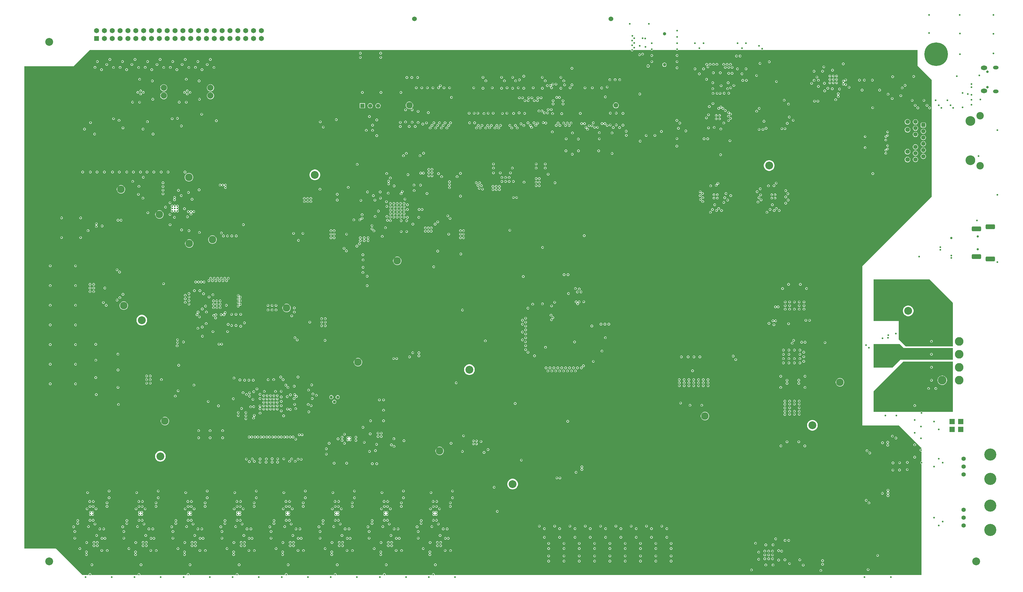
<source format=gbr>
%TF.GenerationSoftware,Altium Limited,Altium Designer,22.6.1 (34)*%
G04 Layer_Physical_Order=6*
G04 Layer_Color=16776960*
%FSLAX26Y26*%
%MOIN*%
%TF.SameCoordinates,08F94D22-2ED8-4738-ABBF-34BB79D8E07D*%
%TF.FilePolarity,Positive*%
%TF.FileFunction,Copper,L6,Inr,Signal*%
%TF.Part,Single*%
G01*
G75*
%TA.AperFunction,ComponentPad*%
%ADD142R,0.067913X0.067913*%
%ADD143C,0.020000*%
%ADD144C,0.096457*%
%ADD145C,0.078740*%
%ADD146R,0.054685X0.054685*%
%ADD147C,0.054685*%
%ADD148C,0.031496*%
G04:AMPARAMS|DCode=149|XSize=57.087mil|YSize=78.74mil|CornerRadius=28.543mil|HoleSize=0mil|Usage=FLASHONLY|Rotation=90.000|XOffset=0mil|YOffset=0mil|HoleType=Round|Shape=RoundedRectangle|*
%AMROUNDEDRECTD149*
21,1,0.057087,0.021654,0,0,90.0*
21,1,0.000000,0.078740,0,0,90.0*
1,1,0.057087,0.010827,0.000000*
1,1,0.057087,0.010827,0.000000*
1,1,0.057087,-0.010827,0.000000*
1,1,0.057087,-0.010827,0.000000*
%
%ADD149ROUNDEDRECTD149*%
G04:AMPARAMS|DCode=150|XSize=45.276mil|YSize=70.866mil|CornerRadius=22.638mil|HoleSize=0mil|Usage=FLASHONLY|Rotation=90.000|XOffset=0mil|YOffset=0mil|HoleType=Round|Shape=RoundedRectangle|*
%AMROUNDEDRECTD150*
21,1,0.045276,0.025590,0,0,90.0*
21,1,0.000000,0.070866,0,0,90.0*
1,1,0.045276,0.012795,0.000000*
1,1,0.045276,0.012795,0.000000*
1,1,0.045276,-0.012795,0.000000*
1,1,0.045276,-0.012795,0.000000*
%
%ADD150ROUNDEDRECTD150*%
%ADD151C,0.055000*%
%ADD152C,0.154000*%
%ADD153C,0.064961*%
%ADD154R,0.064961X0.064961*%
%ADD155C,0.060000*%
G04:AMPARAMS|DCode=156|XSize=62.992mil|YSize=120.079mil|CornerRadius=15.748mil|HoleSize=0mil|Usage=FLASHONLY|Rotation=90.000|XOffset=0mil|YOffset=0mil|HoleType=Round|Shape=RoundedRectangle|*
%AMROUNDEDRECTD156*
21,1,0.062992,0.088583,0,0,90.0*
21,1,0.031496,0.120079,0,0,90.0*
1,1,0.031496,0.044291,0.015748*
1,1,0.031496,0.044291,-0.015748*
1,1,0.031496,-0.044291,-0.015748*
1,1,0.031496,-0.044291,0.015748*
%
%ADD156ROUNDEDRECTD156*%
%ADD157C,0.028543*%
%ADD158C,0.083000*%
%ADD159C,0.063000*%
%ADD160C,0.100000*%
%ADD161C,0.300000*%
%ADD162C,0.110000*%
%ADD163C,0.042520*%
%ADD164C,0.124016*%
%ADD165C,0.094488*%
%ADD166C,0.059843*%
%ADD167C,0.055118*%
G04:AMPARAMS|DCode=168|XSize=55.118mil|YSize=55.118mil|CornerRadius=13.78mil|HoleSize=0mil|Usage=FLASHONLY|Rotation=270.000|XOffset=0mil|YOffset=0mil|HoleType=Round|Shape=RoundedRectangle|*
%AMROUNDEDRECTD168*
21,1,0.055118,0.027559,0,0,270.0*
21,1,0.027559,0.055118,0,0,270.0*
1,1,0.027559,-0.013780,-0.013780*
1,1,0.027559,-0.013780,0.013780*
1,1,0.027559,0.013780,0.013780*
1,1,0.027559,0.013780,-0.013780*
%
%ADD168ROUNDEDRECTD168*%
%TA.AperFunction,ViaPad*%
%ADD169C,0.021654*%
%ADD170C,0.040000*%
%ADD171C,0.019000*%
%ADD172C,0.027559*%
%ADD173C,0.030000*%
%ADD174C,0.019685*%
G36*
X11407087Y6755512D02*
X11587402Y6575197D01*
Y5087402D01*
X10704724Y4204724D01*
Y2174409D01*
X11171260D01*
X11457087Y1888583D01*
Y1878428D01*
X11455904Y1877638D01*
X11449608D01*
X11443791Y1875228D01*
X11439339Y1870776D01*
X11436929Y1864959D01*
Y1858663D01*
X11439339Y1852846D01*
X11443791Y1848394D01*
X11449608Y1845984D01*
X11455904D01*
X11457087Y1845194D01*
Y1717008D01*
X11456694D01*
X11450877Y1714598D01*
X11446425Y1710146D01*
X11444016Y1704329D01*
Y1698033D01*
X11446425Y1692216D01*
X11450877Y1687764D01*
X11456694Y1685354D01*
X11457087D01*
Y269685D01*
X5258684D01*
X5255343Y274685D01*
X5255827Y275852D01*
Y282148D01*
X5253417Y287965D01*
X5248965Y292417D01*
X5243148Y294827D01*
X5236852D01*
X5231035Y292417D01*
X5226583Y287965D01*
X5224173Y282148D01*
Y275852D01*
X5224657Y274685D01*
X5221316Y269685D01*
X4633684D01*
X4630343Y274685D01*
X4630827Y275852D01*
Y282148D01*
X4628417Y287965D01*
X4623965Y292417D01*
X4618148Y294827D01*
X4611852D01*
X4606035Y292417D01*
X4601583Y287965D01*
X4599173Y282148D01*
Y275852D01*
X4599657Y274685D01*
X4596316Y269685D01*
X4008684D01*
X4005343Y274685D01*
X4005827Y275852D01*
Y282148D01*
X4003417Y287965D01*
X3998965Y292417D01*
X3993148Y294827D01*
X3986852D01*
X3981035Y292417D01*
X3976583Y287965D01*
X3974173Y282148D01*
Y275852D01*
X3974657Y274685D01*
X3971316Y269685D01*
X3383684D01*
X3380343Y274685D01*
X3380827Y275852D01*
Y282148D01*
X3378417Y287965D01*
X3373965Y292417D01*
X3368148Y294827D01*
X3361852D01*
X3356035Y292417D01*
X3351583Y287965D01*
X3349173Y282148D01*
Y275852D01*
X3349657Y274685D01*
X3346316Y269685D01*
X2758684D01*
X2755343Y274685D01*
X2755827Y275852D01*
Y282148D01*
X2753417Y287965D01*
X2748965Y292417D01*
X2743148Y294827D01*
X2736852D01*
X2731035Y292417D01*
X2726583Y287965D01*
X2724173Y282148D01*
Y275852D01*
X2724657Y274685D01*
X2721316Y269685D01*
X2133684D01*
X2130343Y274685D01*
X2130827Y275852D01*
Y282148D01*
X2128417Y287965D01*
X2123965Y292417D01*
X2118148Y294827D01*
X2111852D01*
X2106035Y292417D01*
X2101583Y287965D01*
X2099173Y282148D01*
Y275852D01*
X2099657Y274685D01*
X2096316Y269685D01*
X1508684D01*
X1505343Y274685D01*
X1505827Y275852D01*
Y282148D01*
X1503417Y287965D01*
X1498965Y292417D01*
X1493148Y294827D01*
X1486852D01*
X1481035Y292417D01*
X1476583Y287965D01*
X1474173Y282148D01*
Y275852D01*
X1474657Y274685D01*
X1471316Y269685D01*
X883684D01*
X880343Y274685D01*
X880827Y275852D01*
Y282148D01*
X878417Y287965D01*
X873965Y292417D01*
X868148Y294827D01*
X861852D01*
X856035Y292417D01*
X851583Y287965D01*
X849173Y282148D01*
Y275852D01*
X849657Y274685D01*
X846316Y269685D01*
X767323D01*
X429527Y607480D01*
X29016D01*
Y6748819D01*
X658268D01*
X862205Y6952756D01*
X7755002D01*
Y6951852D01*
X7757411Y6946035D01*
X7761864Y6941583D01*
X7767681Y6939173D01*
X7773977D01*
X7779794Y6941583D01*
X7784246Y6946035D01*
X7786655Y6951852D01*
Y6952756D01*
X8011909D01*
X8014303Y6950362D01*
X8020120Y6947953D01*
X8026416D01*
X8032233Y6950362D01*
X8034627Y6952756D01*
X8333090D01*
X8335484Y6950362D01*
X8341301Y6947953D01*
X8347597D01*
X8353414Y6950362D01*
X8355808Y6952756D01*
X11407087D01*
Y6755512D01*
D02*
G37*
G36*
X11860236Y3735763D02*
Y3180000D01*
X11260000D01*
X11170000Y3270000D01*
Y3504000D01*
X10849000D01*
Y4035000D01*
X11561000D01*
X11860236Y3735763D01*
D02*
G37*
G36*
X11232998Y3160002D02*
X11860236Y3159998D01*
Y3010000D01*
X11188000D01*
X11088000Y2910000D01*
X10849016D01*
Y3210000D01*
X11183000D01*
X11232998Y3160002D01*
D02*
G37*
G36*
X11860236Y2989370D02*
X11860236Y2347638D01*
X11466999D01*
X11464443Y2349345D01*
X11458268Y2350574D01*
X11452092Y2349345D01*
X11449537Y2347638D01*
X10849212Y2347638D01*
X10849213Y2612205D01*
X11226379Y2989370D01*
X11860236Y2989370D01*
D02*
G37*
%LPC*%
G36*
X4571743Y6930827D02*
X4565447D01*
X4559630Y6928417D01*
X4555178Y6923965D01*
X4552769Y6918148D01*
Y6911852D01*
X4555178Y6906035D01*
X4559630Y6901583D01*
X4565447Y6899173D01*
X4571743D01*
X4577560Y6901583D01*
X4582013Y6906035D01*
X4584422Y6911852D01*
Y6918148D01*
X4582013Y6923965D01*
X4577560Y6928417D01*
X4571743Y6930827D01*
D02*
G37*
G36*
X4312893D02*
X4306597D01*
X4300780Y6928417D01*
X4296328Y6923965D01*
X4293918Y6918148D01*
Y6911852D01*
X4296328Y6906035D01*
X4300780Y6901583D01*
X4306597Y6899173D01*
X4312893D01*
X4318710Y6901583D01*
X4323162Y6906035D01*
X4325572Y6911852D01*
Y6918148D01*
X4323162Y6923965D01*
X4318710Y6928417D01*
X4312893Y6930827D01*
D02*
G37*
G36*
X7908148Y6918401D02*
X7901852D01*
X7896035Y6915992D01*
X7891583Y6911540D01*
X7889173Y6905723D01*
Y6899426D01*
X7891583Y6893609D01*
X7896035Y6889157D01*
X7901852Y6886748D01*
X7908148D01*
X7913965Y6889157D01*
X7918417Y6893609D01*
X7920827Y6899426D01*
Y6905723D01*
X7918417Y6911540D01*
X7913965Y6915992D01*
X7908148Y6918401D01*
D02*
G37*
G36*
X7869822Y6909413D02*
X7863526D01*
X7857709Y6907004D01*
X7853257Y6902552D01*
X7850847Y6896735D01*
Y6890439D01*
X7853257Y6884622D01*
X7857709Y6880169D01*
X7863526Y6877760D01*
X7869822D01*
X7875639Y6880169D01*
X7880091Y6884622D01*
X7882501Y6890439D01*
Y6896735D01*
X7880091Y6902552D01*
X7875639Y6907004D01*
X7869822Y6909413D01*
D02*
G37*
G36*
X8026416Y6900866D02*
X8020120D01*
X8014303Y6898457D01*
X8009850Y6894005D01*
X8007441Y6888188D01*
Y6881891D01*
X8009850Y6876074D01*
X8014303Y6871622D01*
X8020120Y6869213D01*
X8026416D01*
X8032233Y6871622D01*
X8036685Y6876074D01*
X8039095Y6881891D01*
Y6888188D01*
X8036685Y6894005D01*
X8032233Y6898457D01*
X8026416Y6900866D01*
D02*
G37*
G36*
X8347597Y6900866D02*
X8341301D01*
X8335484Y6898457D01*
X8331031Y6894005D01*
X8328622Y6888188D01*
Y6881891D01*
X8331031Y6876074D01*
X8335484Y6871622D01*
X8341301Y6869213D01*
X8347597D01*
X8353414Y6871622D01*
X8357866Y6876074D01*
X8360275Y6881891D01*
Y6888188D01*
X8357866Y6894005D01*
X8353414Y6898457D01*
X8347597Y6900866D01*
D02*
G37*
G36*
X9150235Y6893409D02*
X9143939D01*
X9138121Y6891000D01*
X9133669Y6886548D01*
X9131260Y6880731D01*
Y6874435D01*
X9133669Y6868618D01*
X9138121Y6864165D01*
X9143939Y6861756D01*
X9150235D01*
X9156052Y6864165D01*
X9160504Y6868618D01*
X9162913Y6874435D01*
Y6880731D01*
X9160504Y6886548D01*
X9156052Y6891000D01*
X9150235Y6893409D01*
D02*
G37*
G36*
X9104235D02*
X9097939D01*
X9092121Y6891000D01*
X9087669Y6886548D01*
X9085260Y6880731D01*
Y6874435D01*
X9087669Y6868618D01*
X9092121Y6864165D01*
X9097939Y6861756D01*
X9104235D01*
X9110052Y6864165D01*
X9114504Y6868618D01*
X9116913Y6874435D01*
Y6880731D01*
X9114504Y6886548D01*
X9110052Y6891000D01*
X9104235Y6893409D01*
D02*
G37*
G36*
X4312912Y6875836D02*
X4306616D01*
X4300799Y6873426D01*
X4296346Y6868974D01*
X4293937Y6863157D01*
Y6856861D01*
X4296346Y6851044D01*
X4300799Y6846592D01*
X4306616Y6844182D01*
X4312912D01*
X4318729Y6846592D01*
X4323181Y6851044D01*
X4325591Y6856861D01*
Y6863157D01*
X4323181Y6868974D01*
X4318729Y6873426D01*
X4312912Y6875836D01*
D02*
G37*
G36*
X4572540Y6875827D02*
X4566244D01*
X4560427Y6873417D01*
X4555975Y6868965D01*
X4553565Y6863148D01*
Y6856852D01*
X4555975Y6851035D01*
X4560427Y6846583D01*
X4566244Y6844173D01*
X4572540D01*
X4578357Y6846583D01*
X4582809Y6851035D01*
X4585219Y6856852D01*
Y6863148D01*
X4582809Y6868965D01*
X4578357Y6873417D01*
X4572540Y6875827D01*
D02*
G37*
G36*
X2401298Y6850706D02*
X2395001D01*
X2389184Y6848297D01*
X2384732Y6843845D01*
X2382323Y6838028D01*
Y6831732D01*
X2384732Y6825915D01*
X2389184Y6821462D01*
X2395001Y6819053D01*
X2401298D01*
X2407115Y6821462D01*
X2411567Y6825915D01*
X2413976Y6831732D01*
Y6838028D01*
X2411567Y6843845D01*
X2407115Y6848297D01*
X2401298Y6850706D01*
D02*
G37*
G36*
X2081298D02*
X2075001D01*
X2069184Y6848297D01*
X2064732Y6843845D01*
X2062323Y6838028D01*
Y6831732D01*
X2064732Y6825915D01*
X2069184Y6821462D01*
X2075001Y6819053D01*
X2081298D01*
X2087115Y6821462D01*
X2091567Y6825915D01*
X2093976Y6831732D01*
Y6838028D01*
X2091567Y6843845D01*
X2087115Y6848297D01*
X2081298Y6850706D01*
D02*
G37*
G36*
X1761298D02*
X1755002D01*
X1749185Y6848297D01*
X1744732Y6843845D01*
X1742323Y6838028D01*
Y6831732D01*
X1744732Y6825915D01*
X1749185Y6821462D01*
X1755002Y6819053D01*
X1761298D01*
X1767115Y6821462D01*
X1771567Y6825915D01*
X1773976Y6831732D01*
Y6838028D01*
X1771567Y6843845D01*
X1767115Y6848297D01*
X1761298Y6850706D01*
D02*
G37*
G36*
X1441298D02*
X1435002D01*
X1429185Y6848297D01*
X1424732Y6843845D01*
X1422323Y6838028D01*
Y6831732D01*
X1424732Y6825915D01*
X1429185Y6821462D01*
X1435002Y6819053D01*
X1441298D01*
X1447115Y6821462D01*
X1451567Y6825915D01*
X1453976Y6831732D01*
Y6838028D01*
X1451567Y6843845D01*
X1447115Y6848297D01*
X1441298Y6850706D01*
D02*
G37*
G36*
X1121298D02*
X1115002D01*
X1109185Y6848297D01*
X1104732Y6843845D01*
X1102323Y6838028D01*
Y6831732D01*
X1104732Y6825915D01*
X1109185Y6821462D01*
X1115002Y6819053D01*
X1121298D01*
X1127115Y6821462D01*
X1131567Y6825915D01*
X1133976Y6831732D01*
Y6838028D01*
X1131567Y6843845D01*
X1127115Y6848297D01*
X1121298Y6850706D01*
D02*
G37*
G36*
X2243318Y6823228D02*
X2237022D01*
X2231205Y6820819D01*
X2226753Y6816367D01*
X2224344Y6810550D01*
Y6804253D01*
X2226753Y6798436D01*
X2231205Y6793984D01*
X2237022Y6791575D01*
X2243318D01*
X2249135Y6793984D01*
X2253588Y6798436D01*
X2255997Y6804253D01*
Y6810550D01*
X2253588Y6816367D01*
X2249135Y6820819D01*
X2243318Y6823228D01*
D02*
G37*
G36*
X1923318D02*
X1917022D01*
X1911205Y6820819D01*
X1906753Y6816367D01*
X1904344Y6810550D01*
Y6804253D01*
X1906753Y6798436D01*
X1911205Y6793984D01*
X1917022Y6791575D01*
X1923318D01*
X1929135Y6793984D01*
X1933588Y6798436D01*
X1935997Y6804253D01*
Y6810550D01*
X1933588Y6816367D01*
X1929135Y6820819D01*
X1923318Y6823228D01*
D02*
G37*
G36*
X1603318D02*
X1597022D01*
X1591205Y6820819D01*
X1586753Y6816367D01*
X1584344Y6810550D01*
Y6804253D01*
X1586753Y6798436D01*
X1591205Y6793984D01*
X1597022Y6791575D01*
X1603318D01*
X1609135Y6793984D01*
X1613588Y6798436D01*
X1615997Y6804253D01*
Y6810550D01*
X1613588Y6816367D01*
X1609135Y6820819D01*
X1603318Y6823228D01*
D02*
G37*
G36*
X1283318D02*
X1277022D01*
X1271205Y6820819D01*
X1266753Y6816367D01*
X1264344Y6810550D01*
Y6804253D01*
X1266753Y6798436D01*
X1271205Y6793984D01*
X1277022Y6791575D01*
X1283318D01*
X1289135Y6793984D01*
X1293588Y6798436D01*
X1295997Y6804253D01*
Y6810550D01*
X1293588Y6816367D01*
X1289135Y6820819D01*
X1283318Y6823228D01*
D02*
G37*
G36*
X963318D02*
X957022D01*
X951205Y6820819D01*
X946753Y6816367D01*
X944344Y6810550D01*
Y6804253D01*
X946753Y6798436D01*
X951205Y6793984D01*
X957022Y6791575D01*
X963318D01*
X969135Y6793984D01*
X973588Y6798436D01*
X975997Y6804253D01*
Y6810550D01*
X973588Y6816367D01*
X969135Y6820819D01*
X963318Y6823228D01*
D02*
G37*
G36*
X8026416Y6822324D02*
X8020120D01*
X8014303Y6819915D01*
X8009851Y6815463D01*
X8007441Y6809646D01*
Y6803350D01*
X8009851Y6797533D01*
X8014303Y6793080D01*
X8020120Y6790671D01*
X8026416D01*
X8032233Y6793080D01*
X8036685Y6797533D01*
X8039095Y6803350D01*
Y6809646D01*
X8036685Y6815463D01*
X8032233Y6819915D01*
X8026416Y6822324D01*
D02*
G37*
G36*
X8347597Y6822126D02*
X8341301D01*
X8335484Y6819717D01*
X8331031Y6815264D01*
X8328622Y6809447D01*
Y6803151D01*
X8331031Y6797334D01*
X8335484Y6792882D01*
X8341301Y6790472D01*
X8347597D01*
X8353414Y6792882D01*
X8357866Y6797334D01*
X8360275Y6803151D01*
Y6809447D01*
X8357866Y6815264D01*
X8353414Y6819717D01*
X8347597Y6822126D01*
D02*
G37*
G36*
X9523148Y6819827D02*
X9516852D01*
X9511035Y6817417D01*
X9506583Y6812965D01*
X9504173Y6807148D01*
Y6800852D01*
X9506583Y6795035D01*
X9511035Y6790583D01*
X9516852Y6788173D01*
X9523148D01*
X9528965Y6790583D01*
X9533417Y6795035D01*
X9535827Y6800852D01*
Y6807148D01*
X9533417Y6812965D01*
X9528965Y6817417D01*
X9523148Y6819827D01*
D02*
G37*
G36*
X9404148Y6799449D02*
X9397852D01*
X9392035Y6797039D01*
X9387583Y6792587D01*
X9385173Y6786770D01*
Y6780474D01*
X9387583Y6774657D01*
X9392035Y6770205D01*
X9397852Y6767795D01*
X9404148D01*
X9409965Y6770205D01*
X9414417Y6774657D01*
X9416827Y6780474D01*
Y6786770D01*
X9414417Y6792587D01*
X9409965Y6797039D01*
X9404148Y6799449D01*
D02*
G37*
G36*
X10465548Y6794259D02*
X10459252D01*
X10453435Y6791850D01*
X10448983Y6787398D01*
X10446573Y6781581D01*
Y6775284D01*
X10448983Y6769467D01*
X10453435Y6765015D01*
X10459252Y6762606D01*
X10465548D01*
X10471365Y6765015D01*
X10475817Y6769467D01*
X10478227Y6775284D01*
Y6781581D01*
X10475817Y6787398D01*
X10471365Y6791850D01*
X10465548Y6794259D01*
D02*
G37*
G36*
X9028935Y6788071D02*
X9022639D01*
X9016822Y6785661D01*
X9012370Y6781209D01*
X9009961Y6775392D01*
Y6769096D01*
X9012370Y6763279D01*
X9016822Y6758827D01*
X9022639Y6756417D01*
X9028935D01*
X9034753Y6758827D01*
X9039205Y6763279D01*
X9041614Y6769096D01*
Y6775392D01*
X9039205Y6781209D01*
X9034753Y6785661D01*
X9028935Y6788071D01*
D02*
G37*
G36*
X8985628D02*
X8979332D01*
X8973515Y6785661D01*
X8969063Y6781209D01*
X8966654Y6775392D01*
Y6769096D01*
X8969063Y6763279D01*
X8973515Y6758827D01*
X8979332Y6756417D01*
X8985628D01*
X8991445Y6758827D01*
X8995898Y6763279D01*
X8998307Y6769096D01*
Y6775392D01*
X8995898Y6781209D01*
X8991445Y6785661D01*
X8985628Y6788071D01*
D02*
G37*
G36*
X8942321D02*
X8936025D01*
X8930208Y6785661D01*
X8925756Y6781209D01*
X8923346Y6775392D01*
Y6769096D01*
X8925756Y6763279D01*
X8930208Y6758827D01*
X8936025Y6756417D01*
X8942321D01*
X8948138Y6758827D01*
X8952591Y6763279D01*
X8955000Y6769096D01*
Y6775392D01*
X8952591Y6781209D01*
X8948138Y6785661D01*
X8942321Y6788071D01*
D02*
G37*
G36*
X8855707D02*
X8849411D01*
X8843594Y6785661D01*
X8839142Y6781209D01*
X8836732Y6775392D01*
Y6769096D01*
X8839142Y6763279D01*
X8843594Y6758827D01*
X8849411Y6756417D01*
X8855707D01*
X8861524Y6758827D01*
X8865976Y6763279D01*
X8868386Y6769096D01*
Y6775392D01*
X8865976Y6781209D01*
X8861524Y6785661D01*
X8855707Y6788071D01*
D02*
G37*
G36*
X8812400D02*
X8806104D01*
X8800287Y6785661D01*
X8795835Y6781209D01*
X8793425Y6775392D01*
Y6769096D01*
X8795835Y6763279D01*
X8800287Y6758827D01*
X8806104Y6756417D01*
X8812400D01*
X8818217Y6758827D01*
X8822669Y6763279D01*
X8825078Y6769096D01*
Y6775392D01*
X8822669Y6781209D01*
X8818217Y6785661D01*
X8812400Y6788071D01*
D02*
G37*
G36*
X8769093D02*
X8762797D01*
X8756980Y6785661D01*
X8752528Y6781209D01*
X8750118Y6775392D01*
Y6769096D01*
X8752528Y6763279D01*
X8756980Y6758827D01*
X8762797Y6756417D01*
X8769093D01*
X8774910Y6758827D01*
X8779362Y6763279D01*
X8781772Y6769096D01*
Y6775392D01*
X8779362Y6781209D01*
X8774910Y6785661D01*
X8769093Y6788071D01*
D02*
G37*
G36*
X2361328Y6785827D02*
X2355032D01*
X2349215Y6783417D01*
X2344762Y6778965D01*
X2342353Y6773148D01*
Y6766852D01*
X2344762Y6761035D01*
X2349215Y6756583D01*
X2355032Y6754173D01*
X2361328D01*
X2367145Y6756583D01*
X2371597Y6761035D01*
X2374006Y6766852D01*
Y6773148D01*
X2371597Y6778965D01*
X2367145Y6783417D01*
X2361328Y6785827D01*
D02*
G37*
G36*
X2041328D02*
X2035032D01*
X2029215Y6783417D01*
X2024762Y6778965D01*
X2022353Y6773148D01*
Y6766852D01*
X2024762Y6761035D01*
X2029215Y6756583D01*
X2035032Y6754173D01*
X2041328D01*
X2047145Y6756583D01*
X2051597Y6761035D01*
X2054006Y6766852D01*
Y6773148D01*
X2051597Y6778965D01*
X2047145Y6783417D01*
X2041328Y6785827D01*
D02*
G37*
G36*
X1721328D02*
X1715032D01*
X1709215Y6783417D01*
X1704762Y6778965D01*
X1702353Y6773148D01*
Y6766852D01*
X1704762Y6761035D01*
X1709215Y6756583D01*
X1715032Y6754173D01*
X1721328D01*
X1727145Y6756583D01*
X1731597Y6761035D01*
X1734006Y6766852D01*
Y6773148D01*
X1731597Y6778965D01*
X1727145Y6783417D01*
X1721328Y6785827D01*
D02*
G37*
G36*
X1401328D02*
X1395032D01*
X1389215Y6783417D01*
X1384762Y6778965D01*
X1382353Y6773148D01*
Y6766852D01*
X1384762Y6761035D01*
X1389215Y6756583D01*
X1395032Y6754173D01*
X1401328D01*
X1407145Y6756583D01*
X1411597Y6761035D01*
X1414006Y6766852D01*
Y6773148D01*
X1411597Y6778965D01*
X1407145Y6783417D01*
X1401328Y6785827D01*
D02*
G37*
G36*
X1081328D02*
X1075032D01*
X1069215Y6783417D01*
X1064762Y6778965D01*
X1062353Y6773148D01*
Y6766852D01*
X1064762Y6761035D01*
X1069215Y6756583D01*
X1075032Y6754173D01*
X1081328D01*
X1087145Y6756583D01*
X1091597Y6761035D01*
X1094006Y6766852D01*
Y6773148D01*
X1091597Y6778965D01*
X1087145Y6783417D01*
X1081328Y6785827D01*
D02*
G37*
G36*
X8187315Y6793189D02*
X8180401D01*
X8173722Y6791399D01*
X8167734Y6787942D01*
X8162845Y6783053D01*
X8159388Y6777065D01*
X8157599Y6770386D01*
Y6763472D01*
X8159388Y6756793D01*
X8162845Y6750805D01*
X8167734Y6745916D01*
X8173722Y6742459D01*
X8180401Y6740669D01*
X8187315D01*
X8193994Y6742459D01*
X8199982Y6745916D01*
X8204871Y6750805D01*
X8208328Y6756793D01*
X8210118Y6763472D01*
Y6770386D01*
X8208328Y6777065D01*
X8204871Y6783053D01*
X8199982Y6787942D01*
X8193994Y6791399D01*
X8187315Y6793189D01*
D02*
G37*
G36*
X7979772Y6770270D02*
X7972301D01*
X7965399Y6767411D01*
X7960116Y6762128D01*
X7957257Y6755226D01*
Y6747755D01*
X7960116Y6740853D01*
X7965399Y6735570D01*
X7972301Y6732711D01*
X7979772D01*
X7986674Y6735570D01*
X7991957Y6740853D01*
X7994816Y6747755D01*
Y6755226D01*
X7991957Y6762128D01*
X7986674Y6767411D01*
X7979772Y6770270D01*
D02*
G37*
G36*
X10217493Y6755827D02*
X10211197D01*
X10205380Y6753417D01*
X10200927Y6748965D01*
X10198518Y6743148D01*
Y6736852D01*
X10200927Y6731035D01*
X10205380Y6726583D01*
X10211197Y6724173D01*
X10217493D01*
X10223310Y6726583D01*
X10227762Y6731035D01*
X10230172Y6736852D01*
Y6743148D01*
X10227762Y6748965D01*
X10223310Y6753417D01*
X10217493Y6755827D01*
D02*
G37*
G36*
X8725786Y6788071D02*
X8719490D01*
X8713673Y6785661D01*
X8709220Y6781209D01*
X8706811Y6775392D01*
Y6769096D01*
X8709220Y6763279D01*
X8713673Y6758827D01*
X8719490Y6756417D01*
X8724964D01*
X8726581Y6754164D01*
X8727415Y6751798D01*
X8724382Y6748764D01*
X8721972Y6742947D01*
Y6736651D01*
X8724382Y6730834D01*
X8728834Y6726382D01*
X8734651Y6723972D01*
X8740947D01*
X8746764Y6726382D01*
X8751217Y6730834D01*
X8753626Y6736651D01*
Y6742947D01*
X8751217Y6748764D01*
X8746764Y6753217D01*
X8740947Y6755626D01*
X8735473D01*
X8733856Y6757879D01*
X8733022Y6760245D01*
X8736055Y6763279D01*
X8738465Y6769096D01*
Y6775392D01*
X8736055Y6781209D01*
X8731603Y6785661D01*
X8725786Y6788071D01*
D02*
G37*
G36*
X9048666Y6748904D02*
X9042370D01*
X9036553Y6746495D01*
X9032101Y6742043D01*
X9029692Y6736226D01*
Y6729929D01*
X9032101Y6724112D01*
X9036553Y6719660D01*
X9042370Y6717251D01*
X9048666D01*
X9054483Y6719660D01*
X9058935Y6724112D01*
X9061345Y6729929D01*
Y6736226D01*
X9058935Y6742043D01*
X9054483Y6746495D01*
X9048666Y6748904D01*
D02*
G37*
G36*
X9005825D02*
X8999529D01*
X8993712Y6746495D01*
X8989260Y6742043D01*
X8986851Y6736226D01*
Y6729929D01*
X8989260Y6724112D01*
X8993712Y6719660D01*
X8999529Y6717251D01*
X9005825D01*
X9011642Y6719660D01*
X9016094Y6724112D01*
X9018504Y6729929D01*
Y6736226D01*
X9016094Y6742043D01*
X9011642Y6746495D01*
X9005825Y6748904D01*
D02*
G37*
G36*
X8962148D02*
X8955852D01*
X8950035Y6746495D01*
X8945583Y6742043D01*
X8943173Y6736226D01*
Y6729929D01*
X8945583Y6724112D01*
X8950035Y6719660D01*
X8955852Y6717251D01*
X8962148D01*
X8967965Y6719660D01*
X8972417Y6724112D01*
X8974827Y6729929D01*
Y6736226D01*
X8972417Y6742043D01*
X8967965Y6746495D01*
X8962148Y6748904D01*
D02*
G37*
G36*
X2211929Y6748504D02*
X2205633D01*
X2199816Y6746095D01*
X2195364Y6741642D01*
X2192954Y6735825D01*
Y6729529D01*
X2195364Y6723712D01*
X2199816Y6719260D01*
X2205633Y6716850D01*
X2211929D01*
X2217746Y6719260D01*
X2222198Y6723712D01*
X2224608Y6729529D01*
Y6735825D01*
X2222198Y6741642D01*
X2217746Y6746095D01*
X2211929Y6748504D01*
D02*
G37*
G36*
X1891929D02*
X1885633D01*
X1879816Y6746095D01*
X1875364Y6741642D01*
X1872955Y6735825D01*
Y6729529D01*
X1875364Y6723712D01*
X1879816Y6719260D01*
X1885633Y6716850D01*
X1891929D01*
X1897746Y6719260D01*
X1902198Y6723712D01*
X1904608Y6729529D01*
Y6735825D01*
X1902198Y6741642D01*
X1897746Y6746095D01*
X1891929Y6748504D01*
D02*
G37*
G36*
X1571929D02*
X1565633D01*
X1559816Y6746095D01*
X1555364Y6741642D01*
X1552955Y6735825D01*
Y6729529D01*
X1555364Y6723712D01*
X1559816Y6719260D01*
X1565633Y6716850D01*
X1571929D01*
X1577746Y6719260D01*
X1582198Y6723712D01*
X1584608Y6729529D01*
Y6735825D01*
X1582198Y6741642D01*
X1577746Y6746095D01*
X1571929Y6748504D01*
D02*
G37*
G36*
X1251929D02*
X1245633D01*
X1239816Y6746095D01*
X1235364Y6741642D01*
X1232955Y6735825D01*
Y6729529D01*
X1235364Y6723712D01*
X1239816Y6719260D01*
X1245633Y6716850D01*
X1251929D01*
X1257746Y6719260D01*
X1262198Y6723712D01*
X1264608Y6729529D01*
Y6735825D01*
X1262198Y6741642D01*
X1257746Y6746095D01*
X1251929Y6748504D01*
D02*
G37*
G36*
X931929D02*
X925633D01*
X919816Y6746095D01*
X915364Y6741642D01*
X912955Y6735825D01*
Y6729529D01*
X915364Y6723712D01*
X919816Y6719260D01*
X925633Y6716850D01*
X931929D01*
X937746Y6719260D01*
X942198Y6723712D01*
X944608Y6729529D01*
Y6735825D01*
X942198Y6741642D01*
X937746Y6746095D01*
X931929Y6748504D01*
D02*
G37*
G36*
X2447380Y6748425D02*
X2441084D01*
X2435267Y6746016D01*
X2430814Y6741564D01*
X2428405Y6735747D01*
Y6729450D01*
X2430814Y6723633D01*
X2435267Y6719181D01*
X2441084Y6716772D01*
X2447380D01*
X2453197Y6719181D01*
X2457649Y6723633D01*
X2460058Y6729450D01*
Y6735747D01*
X2457649Y6741564D01*
X2453197Y6746016D01*
X2447380Y6748425D01*
D02*
G37*
G36*
X2127380D02*
X2121084D01*
X2115267Y6746016D01*
X2110814Y6741564D01*
X2108405Y6735747D01*
Y6729450D01*
X2110814Y6723633D01*
X2115267Y6719181D01*
X2121084Y6716772D01*
X2127380D01*
X2133197Y6719181D01*
X2137649Y6723633D01*
X2140058Y6729450D01*
Y6735747D01*
X2137649Y6741564D01*
X2133197Y6746016D01*
X2127380Y6748425D01*
D02*
G37*
G36*
X1807380D02*
X1801084D01*
X1795267Y6746016D01*
X1790814Y6741564D01*
X1788405Y6735747D01*
Y6729450D01*
X1790814Y6723633D01*
X1795267Y6719181D01*
X1801084Y6716772D01*
X1807380D01*
X1813197Y6719181D01*
X1817649Y6723633D01*
X1820058Y6729450D01*
Y6735747D01*
X1817649Y6741564D01*
X1813197Y6746016D01*
X1807380Y6748425D01*
D02*
G37*
G36*
X1487380D02*
X1481084D01*
X1475267Y6746016D01*
X1470814Y6741564D01*
X1468405Y6735747D01*
Y6729450D01*
X1470814Y6723633D01*
X1475267Y6719181D01*
X1481084Y6716772D01*
X1487380D01*
X1493197Y6719181D01*
X1497649Y6723633D01*
X1500058Y6729450D01*
Y6735747D01*
X1497649Y6741564D01*
X1493197Y6746016D01*
X1487380Y6748425D01*
D02*
G37*
G36*
X1167380D02*
X1161084D01*
X1155267Y6746016D01*
X1150814Y6741564D01*
X1148405Y6735747D01*
Y6729450D01*
X1150814Y6723633D01*
X1155267Y6719181D01*
X1161084Y6716772D01*
X1167380D01*
X1173197Y6719181D01*
X1177649Y6723633D01*
X1180058Y6729450D01*
Y6735747D01*
X1177649Y6741564D01*
X1173197Y6746016D01*
X1167380Y6748425D01*
D02*
G37*
G36*
X8347597Y6743386D02*
X8341301D01*
X8335484Y6740976D01*
X8331031Y6736524D01*
X8328622Y6730707D01*
Y6724411D01*
X8331031Y6718594D01*
X8335484Y6714142D01*
X8341301Y6711732D01*
X8347597D01*
X8353414Y6714142D01*
X8357866Y6718594D01*
X8360275Y6724411D01*
Y6730707D01*
X8357866Y6736524D01*
X8353414Y6740976D01*
X8347597Y6743386D01*
D02*
G37*
G36*
X7008148Y6737569D02*
X7001852D01*
X6996035Y6735160D01*
X6991583Y6730708D01*
X6989173Y6724891D01*
Y6718594D01*
X6991583Y6712777D01*
X6996035Y6708325D01*
X7001852Y6705916D01*
X7008148D01*
X7013965Y6708325D01*
X7018417Y6712777D01*
X7020827Y6718594D01*
Y6724891D01*
X7018417Y6730708D01*
X7013965Y6735160D01*
X7008148Y6737569D01*
D02*
G37*
G36*
X9226739Y6730787D02*
X9220443D01*
X9214626Y6728378D01*
X9210173Y6723926D01*
X9207764Y6718109D01*
Y6711812D01*
X9210173Y6705995D01*
X9214626Y6701543D01*
X9220443Y6699134D01*
X9226739D01*
X9232556Y6701543D01*
X9237008Y6705995D01*
X9239417Y6711812D01*
Y6718109D01*
X9237008Y6723926D01*
X9232556Y6728378D01*
X9226739Y6730787D01*
D02*
G37*
G36*
X9117653D02*
X9111357D01*
X9105540Y6728378D01*
X9101087Y6723926D01*
X9098678Y6718109D01*
Y6711812D01*
X9101087Y6705995D01*
X9105540Y6701543D01*
X9111357Y6699134D01*
X9117653D01*
X9123470Y6701543D01*
X9127922Y6705995D01*
X9130331Y6711812D01*
Y6718109D01*
X9127922Y6723926D01*
X9123470Y6728378D01*
X9117653Y6730787D01*
D02*
G37*
G36*
X8685400D02*
X8679104D01*
X8673287Y6728378D01*
X8668835Y6723926D01*
X8666425Y6718109D01*
Y6711812D01*
X8668835Y6705995D01*
X8673287Y6701543D01*
X8679104Y6699134D01*
X8685400D01*
X8691217Y6701543D01*
X8695669Y6705995D01*
X8698079Y6711812D01*
Y6718109D01*
X8695669Y6723926D01*
X8691217Y6728378D01*
X8685400Y6730787D01*
D02*
G37*
G36*
X8576314D02*
X8570018D01*
X8564201Y6728378D01*
X8559749Y6723926D01*
X8557339Y6718109D01*
Y6711812D01*
X8559749Y6705995D01*
X8564201Y6701543D01*
X8570018Y6699134D01*
X8576314D01*
X8582131Y6701543D01*
X8586583Y6705995D01*
X8588993Y6711812D01*
Y6718109D01*
X8586583Y6723926D01*
X8582131Y6728378D01*
X8576314Y6730787D01*
D02*
G37*
G36*
X2294999Y6719801D02*
X2288702D01*
X2282885Y6717391D01*
X2278433Y6712939D01*
X2276024Y6707122D01*
Y6700826D01*
X2278433Y6695009D01*
X2282885Y6690557D01*
X2288702Y6688147D01*
X2294999D01*
X2300816Y6690557D01*
X2305268Y6695009D01*
X2307677Y6700826D01*
Y6707122D01*
X2305268Y6712939D01*
X2300816Y6717391D01*
X2294999Y6719801D01*
D02*
G37*
G36*
X1974998D02*
X1968702D01*
X1962885Y6717391D01*
X1958433Y6712939D01*
X1956024Y6707122D01*
Y6700826D01*
X1958433Y6695009D01*
X1962885Y6690557D01*
X1968702Y6688147D01*
X1974998D01*
X1980815Y6690557D01*
X1985268Y6695009D01*
X1987677Y6700826D01*
Y6707122D01*
X1985268Y6712939D01*
X1980815Y6717391D01*
X1974998Y6719801D01*
D02*
G37*
G36*
X1654998D02*
X1648702D01*
X1642885Y6717391D01*
X1638433Y6712939D01*
X1636024Y6707122D01*
Y6700826D01*
X1638433Y6695009D01*
X1642885Y6690557D01*
X1648702Y6688147D01*
X1654998D01*
X1660815Y6690557D01*
X1665268Y6695009D01*
X1667677Y6700826D01*
Y6707122D01*
X1665268Y6712939D01*
X1660815Y6717391D01*
X1654998Y6719801D01*
D02*
G37*
G36*
X1334998D02*
X1328702D01*
X1322885Y6717391D01*
X1318433Y6712939D01*
X1316024Y6707122D01*
Y6700826D01*
X1318433Y6695009D01*
X1322885Y6690557D01*
X1328702Y6688147D01*
X1334998D01*
X1340815Y6690557D01*
X1345268Y6695009D01*
X1347677Y6700826D01*
Y6707122D01*
X1345268Y6712939D01*
X1340815Y6717391D01*
X1334998Y6719801D01*
D02*
G37*
G36*
X1014999D02*
X1008702D01*
X1002885Y6717391D01*
X998433Y6712939D01*
X996024Y6707122D01*
Y6700826D01*
X998433Y6695009D01*
X1002885Y6690557D01*
X1008702Y6688147D01*
X1014999D01*
X1020816Y6690557D01*
X1025268Y6695009D01*
X1027677Y6700826D01*
Y6707122D01*
X1025268Y6712939D01*
X1020816Y6717391D01*
X1014999Y6719801D01*
D02*
G37*
G36*
X10328227Y6713675D02*
X10321931D01*
X10316114Y6711266D01*
X10311662Y6706814D01*
X10309252Y6700997D01*
Y6694700D01*
X10311662Y6688883D01*
X10316114Y6684431D01*
X10321931Y6682022D01*
X10328227D01*
X10334044Y6684431D01*
X10338496Y6688883D01*
X10340906Y6694700D01*
Y6700997D01*
X10338496Y6706814D01*
X10334044Y6711266D01*
X10328227Y6713675D01*
D02*
G37*
G36*
X10201148Y6700827D02*
X10194852D01*
X10189035Y6698417D01*
X10184583Y6693965D01*
X10182173Y6688148D01*
Y6681852D01*
X10184583Y6676035D01*
X10189035Y6671583D01*
X10194852Y6669173D01*
X10201148D01*
X10206965Y6671583D01*
X10211417Y6676035D01*
X10213827Y6681852D01*
Y6688148D01*
X10211417Y6693965D01*
X10206965Y6698417D01*
X10201148Y6700827D01*
D02*
G37*
G36*
X10093148D02*
X10086852D01*
X10081035Y6698417D01*
X10076583Y6693965D01*
X10074173Y6688148D01*
Y6681852D01*
X10076583Y6676035D01*
X10081035Y6671583D01*
X10086852Y6669173D01*
X10093148D01*
X10098965Y6671583D01*
X10103417Y6676035D01*
X10105827Y6681852D01*
Y6688148D01*
X10103417Y6693965D01*
X10098965Y6698417D01*
X10093148Y6700827D01*
D02*
G37*
G36*
X8898148Y6680902D02*
X8891852D01*
X8886035Y6678493D01*
X8881583Y6674040D01*
X8879173Y6668223D01*
Y6661927D01*
X8881583Y6656110D01*
X8886035Y6651658D01*
X8891852Y6649248D01*
X8898148D01*
X8903965Y6651658D01*
X8908417Y6656110D01*
X8910827Y6661927D01*
Y6668223D01*
X8908417Y6674040D01*
X8903965Y6678493D01*
X8898148Y6680902D01*
D02*
G37*
G36*
X8810112Y6680858D02*
X8803816D01*
X8797999Y6678448D01*
X8793547Y6673996D01*
X8791138Y6668179D01*
Y6661883D01*
X8793547Y6656066D01*
X8797999Y6651614D01*
X8803816Y6649204D01*
X8810112D01*
X8815930Y6651614D01*
X8820382Y6656066D01*
X8822791Y6661883D01*
Y6668179D01*
X8820382Y6673996D01*
X8815930Y6678448D01*
X8810112Y6680858D01*
D02*
G37*
G36*
X9048666Y6673660D02*
X9042370D01*
X9036553Y6671251D01*
X9032101Y6666799D01*
X9029692Y6660982D01*
Y6654686D01*
X9032101Y6648869D01*
X9036553Y6644416D01*
X9042370Y6642007D01*
X9048666D01*
X9054483Y6644416D01*
X9058935Y6648869D01*
X9061345Y6654686D01*
Y6660982D01*
X9058935Y6666799D01*
X9054483Y6671251D01*
X9048666Y6673660D01*
D02*
G37*
G36*
X9005825D02*
X8999529D01*
X8993712Y6671251D01*
X8989260Y6666799D01*
X8986851Y6660982D01*
Y6654686D01*
X8989260Y6648869D01*
X8993712Y6644416D01*
X8999529Y6642007D01*
X9005825D01*
X9011642Y6644416D01*
X9016094Y6648869D01*
X9018504Y6654686D01*
Y6660982D01*
X9016094Y6666799D01*
X9011642Y6671251D01*
X9005825Y6673660D01*
D02*
G37*
G36*
X9173817Y6667574D02*
X9167521D01*
X9161704Y6665165D01*
X9157252Y6660713D01*
X9154843Y6654896D01*
Y6648600D01*
X9157252Y6642783D01*
X9161704Y6638330D01*
X9167521Y6635921D01*
X9173817D01*
X9179634Y6638330D01*
X9184087Y6642783D01*
X9186496Y6648600D01*
Y6654896D01*
X9184087Y6660713D01*
X9179634Y6665165D01*
X9173817Y6667574D01*
D02*
G37*
G36*
X8632479D02*
X8626183D01*
X8620366Y6665165D01*
X8615913Y6660713D01*
X8613504Y6654896D01*
Y6648600D01*
X8615913Y6642783D01*
X8620366Y6638330D01*
X8626183Y6635921D01*
X8632479D01*
X8638296Y6638330D01*
X8642748Y6642783D01*
X8645157Y6648600D01*
Y6654896D01*
X8642748Y6660713D01*
X8638296Y6665165D01*
X8632479Y6667574D01*
D02*
G37*
G36*
X9360432Y6645827D02*
X9354135D01*
X9348318Y6643417D01*
X9343866Y6638965D01*
X9341457Y6633148D01*
Y6626852D01*
X9343866Y6621035D01*
X9348318Y6616583D01*
X9354135Y6614173D01*
X9360432D01*
X9366249Y6616583D01*
X9370701Y6621035D01*
X9373110Y6626852D01*
Y6633148D01*
X9370701Y6638965D01*
X9366249Y6643417D01*
X9360432Y6645827D01*
D02*
G37*
G36*
X10381260Y6638622D02*
X10375355D01*
X10369899Y6636362D01*
X10365724Y6632187D01*
X10363465Y6626732D01*
Y6620827D01*
X10365724Y6615372D01*
X10369899Y6611197D01*
X10375355Y6608937D01*
X10381260D01*
X10386715Y6611197D01*
X10390890Y6615372D01*
X10393150Y6620827D01*
Y6626732D01*
X10390890Y6632187D01*
X10386715Y6636362D01*
X10381260Y6638622D01*
D02*
G37*
G36*
X10337952D02*
X10332048D01*
X10326592Y6636362D01*
X10322417Y6632187D01*
X10320157Y6626732D01*
Y6620827D01*
X10322417Y6615372D01*
X10326592Y6611197D01*
X10332048Y6608937D01*
X10337952D01*
X10343408Y6611197D01*
X10347583Y6615372D01*
X10349843Y6620827D01*
Y6626732D01*
X10347583Y6632187D01*
X10343408Y6636362D01*
X10337952Y6638622D01*
D02*
G37*
G36*
X10294645D02*
X10288740D01*
X10283285Y6636362D01*
X10279110Y6632187D01*
X10276850Y6626732D01*
Y6620827D01*
X10279110Y6615372D01*
X10283285Y6611197D01*
X10288740Y6608937D01*
X10294645D01*
X10300101Y6611197D01*
X10304276Y6615372D01*
X10306535Y6620827D01*
Y6626732D01*
X10304276Y6632187D01*
X10300101Y6636362D01*
X10294645Y6638622D01*
D02*
G37*
G36*
X6394762Y6636783D02*
X6388466D01*
X6382649Y6634374D01*
X6378197Y6629922D01*
X6375788Y6624105D01*
Y6617809D01*
X6378197Y6611992D01*
X6382649Y6607539D01*
X6388466Y6605130D01*
X6394762D01*
X6400579Y6607539D01*
X6405032Y6611992D01*
X6407441Y6617809D01*
Y6624105D01*
X6405032Y6629922D01*
X6400579Y6634374D01*
X6394762Y6636783D01*
D02*
G37*
G36*
X11362991Y6634331D02*
X11356694D01*
X11350877Y6631921D01*
X11346425Y6627469D01*
X11344016Y6621652D01*
Y6615356D01*
X11346425Y6609539D01*
X11350877Y6605087D01*
X11356694Y6602677D01*
X11362991D01*
X11368808Y6605087D01*
X11373260Y6609539D01*
X11375669Y6615356D01*
Y6621652D01*
X11373260Y6627469D01*
X11368808Y6631921D01*
X11362991Y6634331D01*
D02*
G37*
G36*
X11094487Y6629606D02*
X11088191D01*
X11082373Y6627197D01*
X11077921Y6622745D01*
X11075512Y6616928D01*
Y6610631D01*
X11077921Y6604814D01*
X11082373Y6600362D01*
X11088191Y6597953D01*
X11094487D01*
X11100304Y6600362D01*
X11104756Y6604814D01*
X11107165Y6610631D01*
Y6616928D01*
X11104756Y6622745D01*
X11100304Y6627197D01*
X11094487Y6629606D01*
D02*
G37*
G36*
X10130046Y6625827D02*
X10123750D01*
X10117933Y6623417D01*
X10113480Y6618965D01*
X10111071Y6613148D01*
Y6606852D01*
X10113480Y6601035D01*
X10117933Y6596583D01*
X10123750Y6594173D01*
X10130046D01*
X10135863Y6596583D01*
X10140315Y6601035D01*
X10142724Y6606852D01*
Y6613148D01*
X10140315Y6618965D01*
X10135863Y6623417D01*
X10130046Y6625827D01*
D02*
G37*
G36*
X6867164Y6622165D02*
X6860868D01*
X6855051Y6619756D01*
X6850598Y6615304D01*
X6848189Y6609487D01*
Y6603190D01*
X6850598Y6597373D01*
X6855051Y6592921D01*
X6860868Y6590512D01*
X6867164D01*
X6872981Y6592921D01*
X6877433Y6597373D01*
X6879842Y6603190D01*
Y6609487D01*
X6877433Y6615304D01*
X6872981Y6619756D01*
X6867164Y6622165D01*
D02*
G37*
G36*
X6630983D02*
X6624686D01*
X6618869Y6619756D01*
X6614417Y6615304D01*
X6612008Y6609487D01*
Y6603190D01*
X6614417Y6597373D01*
X6618869Y6592921D01*
X6624686Y6590512D01*
X6630983D01*
X6636800Y6592921D01*
X6641252Y6597373D01*
X6643661Y6603190D01*
Y6609487D01*
X6641252Y6615304D01*
X6636800Y6619756D01*
X6630983Y6622165D01*
D02*
G37*
G36*
X6253069D02*
X6246773D01*
X6240956Y6619756D01*
X6236504Y6615304D01*
X6234095Y6609487D01*
Y6603190D01*
X6236504Y6597373D01*
X6240956Y6592921D01*
X6246773Y6590512D01*
X6253069D01*
X6258886Y6592921D01*
X6263339Y6597373D01*
X6265748Y6603190D01*
Y6609487D01*
X6263339Y6615304D01*
X6258886Y6619756D01*
X6253069Y6622165D01*
D02*
G37*
G36*
X6111337D02*
X6105041D01*
X6099224Y6619756D01*
X6094772Y6615304D01*
X6092362Y6609487D01*
Y6603190D01*
X6094772Y6597373D01*
X6099224Y6592921D01*
X6105041Y6590512D01*
X6111337D01*
X6117154Y6592921D01*
X6121606Y6597373D01*
X6124016Y6603190D01*
Y6609487D01*
X6121606Y6615304D01*
X6117154Y6619756D01*
X6111337Y6622165D01*
D02*
G37*
G36*
X5875117D02*
X5868820D01*
X5863003Y6619756D01*
X5858551Y6615304D01*
X5856142Y6609487D01*
Y6603190D01*
X5858551Y6597373D01*
X5863003Y6592921D01*
X5868820Y6590512D01*
X5875117D01*
X5880934Y6592921D01*
X5885386Y6597373D01*
X5887795Y6603190D01*
Y6609487D01*
X5885386Y6615304D01*
X5880934Y6619756D01*
X5875117Y6622165D01*
D02*
G37*
G36*
X5043091Y6620468D02*
X5036795D01*
X5030978Y6618059D01*
X5026525Y6613606D01*
X5024116Y6607789D01*
Y6601493D01*
X5026525Y6595676D01*
X5030978Y6591224D01*
X5036795Y6588815D01*
X5043091D01*
X5048908Y6591224D01*
X5053360Y6595676D01*
X5055769Y6601493D01*
Y6607789D01*
X5053360Y6613606D01*
X5048908Y6618059D01*
X5043091Y6620468D01*
D02*
G37*
G36*
X4968789D02*
X4962493D01*
X4956676Y6618059D01*
X4952223Y6613606D01*
X4949814Y6607789D01*
Y6601493D01*
X4952223Y6595676D01*
X4956676Y6591224D01*
X4962493Y6588815D01*
X4968789D01*
X4974606Y6591224D01*
X4979058Y6595676D01*
X4981467Y6601493D01*
Y6607789D01*
X4979058Y6613606D01*
X4974606Y6618059D01*
X4968789Y6620468D01*
D02*
G37*
G36*
X4905337D02*
X4899041D01*
X4893224Y6618059D01*
X4888771Y6613606D01*
X4886362Y6607789D01*
Y6601493D01*
X4888771Y6595676D01*
X4893224Y6591224D01*
X4899041Y6588815D01*
X4905337D01*
X4911154Y6591224D01*
X4915606Y6595676D01*
X4918015Y6601493D01*
Y6607789D01*
X4915606Y6613606D01*
X4911154Y6618059D01*
X4905337Y6620468D01*
D02*
G37*
G36*
X10496376Y6588853D02*
X10490080D01*
X10484263Y6586444D01*
X10479811Y6581992D01*
X10477402Y6576175D01*
Y6572166D01*
X10472402Y6570095D01*
X10471918Y6570579D01*
X10466101Y6572988D01*
X10459805D01*
X10453988Y6570579D01*
X10449535Y6566127D01*
X10447126Y6560310D01*
Y6554013D01*
X10449535Y6548196D01*
X10453988Y6543744D01*
X10457834Y6542151D01*
Y6536739D01*
X10453988Y6535146D01*
X10449535Y6530694D01*
X10447126Y6524877D01*
Y6518580D01*
X10449535Y6512763D01*
X10453988Y6508311D01*
X10459805Y6505902D01*
X10466101D01*
X10471918Y6508311D01*
X10472782Y6509175D01*
X10478447Y6507769D01*
X10479811Y6504476D01*
X10484263Y6500024D01*
X10490080Y6497615D01*
X10496376D01*
X10502193Y6500024D01*
X10506646Y6504476D01*
X10509055Y6510293D01*
Y6516590D01*
X10506646Y6522407D01*
X10502193Y6526859D01*
X10496376Y6529268D01*
X10490080D01*
X10484263Y6526859D01*
X10483399Y6525995D01*
X10477734Y6527401D01*
X10476370Y6530694D01*
X10471918Y6535146D01*
X10468071Y6536739D01*
Y6542151D01*
X10471918Y6543744D01*
X10476370Y6548196D01*
X10478779Y6554013D01*
Y6558022D01*
X10483779Y6560093D01*
X10484263Y6559609D01*
X10490080Y6557200D01*
X10496376D01*
X10502193Y6559609D01*
X10506646Y6564061D01*
X10509055Y6569878D01*
Y6576175D01*
X10506646Y6581992D01*
X10502193Y6586444D01*
X10496376Y6588853D01*
D02*
G37*
G36*
X2095353Y6597827D02*
X2089057D01*
X2083240Y6595417D01*
X2078787Y6590965D01*
X2076378Y6585148D01*
Y6578852D01*
X2078787Y6573035D01*
X2083240Y6568583D01*
X2089057Y6566173D01*
X2095353D01*
X2101170Y6568583D01*
X2105622Y6573035D01*
X2108031Y6578852D01*
Y6585148D01*
X2105622Y6590965D01*
X2101170Y6595417D01*
X2095353Y6597827D01*
D02*
G37*
G36*
X1500353D02*
X1494057D01*
X1488240Y6595417D01*
X1483787Y6590965D01*
X1481378Y6585148D01*
Y6578852D01*
X1483787Y6573035D01*
X1488240Y6568583D01*
X1494057Y6566173D01*
X1500353D01*
X1506170Y6568583D01*
X1510622Y6573035D01*
X1513031Y6578852D01*
Y6585148D01*
X1510622Y6590965D01*
X1506170Y6595417D01*
X1500353Y6597827D01*
D02*
G37*
G36*
X10381260Y6595315D02*
X10375355D01*
X10369899Y6593055D01*
X10365724Y6588880D01*
X10363465Y6583425D01*
Y6577520D01*
X10365724Y6572065D01*
X10369899Y6567890D01*
X10375355Y6565630D01*
X10381260D01*
X10386715Y6567890D01*
X10390890Y6572065D01*
X10393150Y6577520D01*
Y6583425D01*
X10390890Y6588880D01*
X10386715Y6593055D01*
X10381260Y6595315D01*
D02*
G37*
G36*
X10337952D02*
X10332048D01*
X10326592Y6593055D01*
X10322417Y6588880D01*
X10320157Y6583425D01*
Y6577520D01*
X10322417Y6572065D01*
X10326592Y6567890D01*
X10332048Y6565630D01*
X10337952D01*
X10343408Y6567890D01*
X10347583Y6572065D01*
X10349843Y6577520D01*
Y6583425D01*
X10347583Y6588880D01*
X10343408Y6593055D01*
X10337952Y6595315D01*
D02*
G37*
G36*
X10294645D02*
X10288740D01*
X10283285Y6593055D01*
X10279110Y6588880D01*
X10276850Y6583425D01*
Y6577520D01*
X10279110Y6572065D01*
X10283285Y6567890D01*
X10288740Y6565630D01*
X10294645D01*
X10300101Y6567890D01*
X10304276Y6572065D01*
X10306535Y6577520D01*
Y6583425D01*
X10304276Y6588880D01*
X10300101Y6593055D01*
X10294645Y6595315D01*
D02*
G37*
G36*
X8723498Y6597222D02*
X8717202D01*
X8711385Y6594813D01*
X8706933Y6590360D01*
X8704524Y6584543D01*
Y6578247D01*
X8706933Y6572430D01*
X8711385Y6567978D01*
X8717202Y6565569D01*
X8723498D01*
X8729316Y6567978D01*
X8733768Y6572430D01*
X8736177Y6578247D01*
Y6584543D01*
X8733768Y6590360D01*
X8729316Y6594813D01*
X8723498Y6597222D01*
D02*
G37*
G36*
X7617645Y6591890D02*
X7611349D01*
X7605532Y6589480D01*
X7601080Y6585028D01*
X7598670Y6579211D01*
Y6572915D01*
X7601080Y6567098D01*
X7605532Y6562646D01*
X7611349Y6560236D01*
X7617645D01*
X7623462Y6562646D01*
X7627914Y6567098D01*
X7630324Y6572915D01*
Y6579211D01*
X7627914Y6585028D01*
X7623462Y6589480D01*
X7617645Y6591890D01*
D02*
G37*
G36*
X7557937D02*
X7551641D01*
X7545824Y6589480D01*
X7541372Y6585028D01*
X7538962Y6579211D01*
Y6572915D01*
X7541372Y6567098D01*
X7545824Y6562646D01*
X7551641Y6560236D01*
X7557937D01*
X7563754Y6562646D01*
X7568206Y6567098D01*
X7570616Y6572915D01*
Y6579211D01*
X7568206Y6585028D01*
X7563754Y6589480D01*
X7557937Y6591890D01*
D02*
G37*
G36*
X7490364D02*
X7484068D01*
X7478251Y6589480D01*
X7473799Y6585028D01*
X7471389Y6579211D01*
Y6572915D01*
X7473799Y6567098D01*
X7478251Y6562646D01*
X7484068Y6560236D01*
X7490364D01*
X7496181Y6562646D01*
X7500633Y6567098D01*
X7503043Y6572915D01*
Y6579211D01*
X7500633Y6585028D01*
X7496181Y6589480D01*
X7490364Y6591890D01*
D02*
G37*
G36*
X6339791Y6591024D02*
X6333495D01*
X6327678Y6588614D01*
X6323226Y6584162D01*
X6320817Y6578345D01*
Y6572049D01*
X6323226Y6566232D01*
X6327678Y6561780D01*
X6333495Y6559370D01*
X6339791D01*
X6345608Y6561780D01*
X6350061Y6566232D01*
X6352470Y6572049D01*
Y6578345D01*
X6350061Y6584162D01*
X6345608Y6588614D01*
X6339791Y6591024D01*
D02*
G37*
G36*
X10836148Y6586827D02*
X10829852D01*
X10824035Y6584417D01*
X10819583Y6579965D01*
X10817173Y6574148D01*
Y6567852D01*
X10819583Y6562035D01*
X10824035Y6557583D01*
X10829852Y6555173D01*
X10836148D01*
X10841965Y6557583D01*
X10846417Y6562035D01*
X10848827Y6567852D01*
Y6574148D01*
X10846417Y6579965D01*
X10841965Y6584417D01*
X10836148Y6586827D01*
D02*
G37*
G36*
X10734148D02*
X10727852D01*
X10722035Y6584417D01*
X10717583Y6579965D01*
X10715173Y6574148D01*
Y6567852D01*
X10717583Y6562035D01*
X10722035Y6557583D01*
X10727852Y6555173D01*
X10734148D01*
X10739965Y6557583D01*
X10744417Y6562035D01*
X10746827Y6567852D01*
Y6574148D01*
X10744417Y6579965D01*
X10739965Y6584417D01*
X10734148Y6586827D01*
D02*
G37*
G36*
X10671148D02*
X10664852D01*
X10659035Y6584417D01*
X10654583Y6579965D01*
X10652173Y6574148D01*
Y6567852D01*
X10654583Y6562035D01*
X10659035Y6557583D01*
X10664852Y6555173D01*
X10671148D01*
X10676965Y6557583D01*
X10681417Y6562035D01*
X10683827Y6567852D01*
Y6574148D01*
X10681417Y6579965D01*
X10676965Y6584417D01*
X10671148Y6586827D01*
D02*
G37*
G36*
X10148707Y6585220D02*
X10142411D01*
X10136594Y6582811D01*
X10132142Y6578359D01*
X10129732Y6572542D01*
Y6566245D01*
X10132142Y6560428D01*
X10136594Y6555976D01*
X10142411Y6553567D01*
X10148707D01*
X10154524Y6555976D01*
X10158976Y6560428D01*
X10161386Y6566245D01*
Y6572542D01*
X10158976Y6578359D01*
X10154524Y6582811D01*
X10148707Y6585220D01*
D02*
G37*
G36*
X10093581Y6584969D02*
X10087285D01*
X10081468Y6582560D01*
X10077016Y6578107D01*
X10074606Y6572290D01*
Y6565994D01*
X10077016Y6560177D01*
X10081468Y6555725D01*
X10087285Y6553315D01*
X10093581D01*
X10099398Y6555725D01*
X10103850Y6560177D01*
X10106260Y6565994D01*
Y6572290D01*
X10103850Y6578107D01*
X10099398Y6582560D01*
X10093581Y6584969D01*
D02*
G37*
G36*
X9231080Y6583425D02*
X9224783D01*
X9218967Y6581016D01*
X9214514Y6576564D01*
X9212105Y6570747D01*
Y6564450D01*
X9214514Y6558633D01*
X9218967Y6554181D01*
X9224783Y6551772D01*
X9231080D01*
X9236897Y6554181D01*
X9241349Y6558633D01*
X9243758Y6564450D01*
Y6570747D01*
X9241349Y6576564D01*
X9236897Y6581016D01*
X9231080Y6583425D01*
D02*
G37*
G36*
X9185080D02*
X9178783D01*
X9172967Y6581016D01*
X9168514Y6576564D01*
X9166105Y6570747D01*
Y6564450D01*
X9168514Y6558633D01*
X9172967Y6554181D01*
X9178783Y6551772D01*
X9185080D01*
X9190897Y6554181D01*
X9195349Y6558633D01*
X9197758Y6564450D01*
Y6570747D01*
X9195349Y6576564D01*
X9190897Y6581016D01*
X9185080Y6583425D01*
D02*
G37*
G36*
X6904481Y6578307D02*
X6898185D01*
X6892368Y6575898D01*
X6887916Y6571445D01*
X6885507Y6565628D01*
Y6559332D01*
X6887916Y6553515D01*
X6892368Y6549063D01*
X6898185Y6546654D01*
X6904481D01*
X6910298Y6549063D01*
X6914751Y6553515D01*
X6917160Y6559332D01*
Y6565628D01*
X6914751Y6571445D01*
X6910298Y6575898D01*
X6904481Y6578307D01*
D02*
G37*
G36*
X6668300D02*
X6662004D01*
X6656187Y6575898D01*
X6651735Y6571445D01*
X6649325Y6565628D01*
Y6559332D01*
X6651735Y6553515D01*
X6656187Y6549063D01*
X6662004Y6546654D01*
X6668300D01*
X6674117Y6549063D01*
X6678569Y6553515D01*
X6680979Y6559332D01*
Y6565628D01*
X6678569Y6571445D01*
X6674117Y6575898D01*
X6668300Y6578307D01*
D02*
G37*
G36*
X6290387D02*
X6284091D01*
X6278274Y6575898D01*
X6273822Y6571445D01*
X6271412Y6565628D01*
Y6559332D01*
X6273822Y6553515D01*
X6278274Y6549063D01*
X6284091Y6546654D01*
X6290387D01*
X6296204Y6549063D01*
X6300656Y6553515D01*
X6303065Y6559332D01*
Y6565628D01*
X6300656Y6571445D01*
X6296204Y6575898D01*
X6290387Y6578307D01*
D02*
G37*
G36*
X6148655D02*
X6142358D01*
X6136541Y6575898D01*
X6132089Y6571445D01*
X6129680Y6565628D01*
Y6559332D01*
X6132089Y6553515D01*
X6136541Y6549063D01*
X6142358Y6546654D01*
X6148655D01*
X6154472Y6549063D01*
X6158924Y6553515D01*
X6161333Y6559332D01*
Y6565628D01*
X6158924Y6571445D01*
X6154472Y6575898D01*
X6148655Y6578307D01*
D02*
G37*
G36*
X5912434D02*
X5906138D01*
X5900321Y6575898D01*
X5895869Y6571445D01*
X5893459Y6565628D01*
Y6559332D01*
X5895869Y6553515D01*
X5900321Y6549063D01*
X5906138Y6546654D01*
X5912434D01*
X5918251Y6549063D01*
X5922703Y6553515D01*
X5925113Y6559332D01*
Y6565628D01*
X5922703Y6571445D01*
X5918251Y6575898D01*
X5912434Y6578307D01*
D02*
G37*
G36*
X2258148Y6576827D02*
X2251852D01*
X2246035Y6574417D01*
X2241583Y6569965D01*
X2239173Y6564148D01*
Y6557852D01*
X2241583Y6552035D01*
X2246035Y6547583D01*
X2251852Y6545173D01*
X2258148D01*
X2263965Y6547583D01*
X2268417Y6552035D01*
X2270827Y6557852D01*
Y6564148D01*
X2268417Y6569965D01*
X2263965Y6574417D01*
X2258148Y6576827D01*
D02*
G37*
G36*
X1663148D02*
X1656852D01*
X1651035Y6574417D01*
X1646583Y6569965D01*
X1644173Y6564148D01*
Y6557852D01*
X1646583Y6552035D01*
X1651035Y6547583D01*
X1656852Y6545173D01*
X1663148D01*
X1668965Y6547583D01*
X1673417Y6552035D01*
X1675827Y6557852D01*
Y6564148D01*
X1673417Y6569965D01*
X1668965Y6574417D01*
X1663148Y6576827D01*
D02*
G37*
G36*
X9614206Y6568827D02*
X9607910D01*
X9602093Y6566417D01*
X9597641Y6561965D01*
X9595231Y6556148D01*
Y6549852D01*
X9597641Y6544035D01*
X9602093Y6539583D01*
X9607910Y6537173D01*
X9614206D01*
X9620023Y6539583D01*
X9624475Y6544035D01*
X9626885Y6549852D01*
Y6556148D01*
X9624475Y6561965D01*
X9620023Y6566417D01*
X9614206Y6568827D01*
D02*
G37*
G36*
X10381260Y6552008D02*
X10375355D01*
X10369899Y6549748D01*
X10365724Y6545573D01*
X10363465Y6540118D01*
Y6534213D01*
X10365724Y6528758D01*
X10369899Y6524582D01*
X10375355Y6522323D01*
X10381260D01*
X10386715Y6524582D01*
X10390890Y6528758D01*
X10393150Y6534213D01*
Y6540118D01*
X10390890Y6545573D01*
X10386715Y6549748D01*
X10381260Y6552008D01*
D02*
G37*
G36*
X10337952D02*
X10332048D01*
X10326592Y6549748D01*
X10322417Y6545573D01*
X10320157Y6540118D01*
Y6534213D01*
X10322417Y6528758D01*
X10326592Y6524582D01*
X10332048Y6522323D01*
X10337952D01*
X10343408Y6524582D01*
X10347583Y6528758D01*
X10349843Y6534213D01*
Y6540118D01*
X10347583Y6545573D01*
X10343408Y6549748D01*
X10337952Y6552008D01*
D02*
G37*
G36*
X10294645D02*
X10288740D01*
X10283285Y6549748D01*
X10279110Y6545573D01*
X10276850Y6540118D01*
Y6534213D01*
X10279110Y6528758D01*
X10283285Y6524582D01*
X10288740Y6522323D01*
X10294645D01*
X10300101Y6524582D01*
X10304276Y6528758D01*
X10306535Y6534213D01*
Y6540118D01*
X10304276Y6545573D01*
X10300101Y6549748D01*
X10294645Y6552008D01*
D02*
G37*
G36*
X8998548Y6553228D02*
X8992252D01*
X8986435Y6550819D01*
X8981982Y6546367D01*
X8979573Y6540550D01*
Y6534253D01*
X8981982Y6528436D01*
X8986435Y6523984D01*
X8992252Y6521575D01*
X8998548D01*
X9004365Y6523984D01*
X9008817Y6528436D01*
X9011226Y6534253D01*
Y6540550D01*
X9008817Y6546367D01*
X9004365Y6550819D01*
X8998548Y6553228D01*
D02*
G37*
G36*
X8803424D02*
X8797128D01*
X8791310Y6550819D01*
X8786858Y6546367D01*
X8784449Y6540550D01*
Y6534253D01*
X8786858Y6528436D01*
X8791310Y6523984D01*
X8797128Y6521575D01*
X8803424D01*
X8809241Y6523984D01*
X8813693Y6528436D01*
X8816102Y6534253D01*
Y6540550D01*
X8813693Y6546367D01*
X8809241Y6550819D01*
X8803424Y6553228D01*
D02*
G37*
G36*
X10225587Y6547087D02*
X10219291D01*
X10213474Y6544677D01*
X10209022Y6540225D01*
X10206612Y6534408D01*
Y6528112D01*
X10209022Y6522295D01*
X10213474Y6517842D01*
X10219291Y6515433D01*
X10225587D01*
X10231404Y6517842D01*
X10235856Y6522295D01*
X10238266Y6528112D01*
Y6534408D01*
X10235856Y6540225D01*
X10231404Y6544677D01*
X10225587Y6547087D01*
D02*
G37*
G36*
X10062016Y6545827D02*
X10055720D01*
X10049903Y6543417D01*
X10045451Y6538965D01*
X10043041Y6533148D01*
Y6526852D01*
X10045451Y6521035D01*
X10049903Y6516583D01*
X10055720Y6514173D01*
X10062016D01*
X10067833Y6516583D01*
X10072285Y6521035D01*
X10074695Y6526852D01*
Y6533148D01*
X10072285Y6538965D01*
X10067833Y6543417D01*
X10062016Y6545827D01*
D02*
G37*
G36*
X6764188Y6535366D02*
X6757892D01*
X6752075Y6532957D01*
X6747623Y6528505D01*
X6745213Y6522688D01*
Y6516391D01*
X6745457Y6515802D01*
X6741218Y6512970D01*
X6738948Y6515240D01*
X6733131Y6517650D01*
X6726835D01*
X6721018Y6515240D01*
X6716566Y6510788D01*
X6714157Y6504971D01*
Y6498675D01*
X6716566Y6492858D01*
X6721018Y6488406D01*
X6726835Y6485996D01*
X6729379D01*
X6730469Y6484789D01*
X6732202Y6480996D01*
X6730325Y6476463D01*
Y6470167D01*
X6732734Y6464350D01*
X6737186Y6459898D01*
X6743003Y6457488D01*
X6749300D01*
X6755117Y6459898D01*
X6759569Y6464350D01*
X6761978Y6470167D01*
Y6476463D01*
X6759569Y6482280D01*
X6755117Y6486732D01*
X6749300Y6489142D01*
X6746756D01*
X6745666Y6490349D01*
X6743932Y6494142D01*
X6745810Y6498675D01*
Y6504971D01*
X6745566Y6505560D01*
X6749805Y6508392D01*
X6752075Y6506122D01*
X6757892Y6503713D01*
X6764188D01*
X6770005Y6506122D01*
X6774457Y6510574D01*
X6776867Y6516391D01*
Y6522688D01*
X6774457Y6528505D01*
X6770005Y6532957D01*
X6764188Y6535366D01*
D02*
G37*
G36*
X6804543D02*
X6798246D01*
X6792429Y6532957D01*
X6787977Y6528505D01*
X6785568Y6522688D01*
Y6516391D01*
X6787977Y6510574D01*
X6792429Y6506122D01*
X6798246Y6503713D01*
X6804543D01*
X6810360Y6506122D01*
X6814812Y6510574D01*
X6817221Y6516391D01*
Y6522688D01*
X6814812Y6528505D01*
X6810360Y6532957D01*
X6804543Y6535366D01*
D02*
G37*
G36*
X7008896Y6526260D02*
X7002600D01*
X6996783Y6523850D01*
X6992331Y6519398D01*
X6989921Y6513581D01*
Y6507285D01*
X6992331Y6501468D01*
X6996783Y6497016D01*
X7002600Y6494606D01*
X7008896D01*
X7014713Y6497016D01*
X7019165Y6501468D01*
X7021575Y6507285D01*
Y6513581D01*
X7019165Y6519398D01*
X7014713Y6523850D01*
X7008896Y6526260D01*
D02*
G37*
G36*
X6914416D02*
X6908120D01*
X6902303Y6523850D01*
X6897851Y6519398D01*
X6895441Y6513581D01*
Y6507285D01*
X6897851Y6501468D01*
X6902303Y6497016D01*
X6908120Y6494606D01*
X6914416D01*
X6920233Y6497016D01*
X6924685Y6501468D01*
X6927095Y6507285D01*
Y6513581D01*
X6924685Y6519398D01*
X6920233Y6523850D01*
X6914416Y6526260D01*
D02*
G37*
G36*
X11253148Y6520827D02*
X11246852D01*
X11241035Y6518417D01*
X11236583Y6513965D01*
X11234173Y6508148D01*
Y6501852D01*
X11236583Y6496035D01*
X11241035Y6491583D01*
X11246852Y6489173D01*
X11253148D01*
X11258965Y6491583D01*
X11263417Y6496035D01*
X11265827Y6501852D01*
Y6508148D01*
X11263417Y6513965D01*
X11258965Y6518417D01*
X11253148Y6520827D01*
D02*
G37*
G36*
X5331861Y6515866D02*
X5325565D01*
X5319748Y6513457D01*
X5315296Y6509005D01*
X5312887Y6503188D01*
Y6496891D01*
X5314975Y6491850D01*
X5313469Y6489445D01*
X5311645Y6487818D01*
X5308463Y6489135D01*
X5302167D01*
X5296350Y6486726D01*
X5291898Y6482274D01*
X5289489Y6476457D01*
Y6470160D01*
X5291898Y6464343D01*
X5296350Y6459891D01*
X5302167Y6457482D01*
X5308463D01*
X5314280Y6459891D01*
X5318733Y6464343D01*
X5321142Y6470160D01*
Y6476457D01*
X5319054Y6481498D01*
X5320560Y6483903D01*
X5322384Y6485530D01*
X5325565Y6484213D01*
X5331861D01*
X5337678Y6486622D01*
X5342131Y6491074D01*
X5344540Y6496891D01*
Y6503188D01*
X5342131Y6509005D01*
X5337678Y6513457D01*
X5331861Y6515866D01*
D02*
G37*
G36*
X9071124Y6518864D02*
X9064828D01*
X9059011Y6516455D01*
X9054559Y6512003D01*
X9052150Y6506186D01*
Y6499890D01*
X9054559Y6494073D01*
X9059011Y6489620D01*
X9064828Y6487211D01*
X9071124D01*
X9076942Y6489620D01*
X9081394Y6494073D01*
X9083803Y6499890D01*
Y6506186D01*
X9081394Y6512003D01*
X9076942Y6516455D01*
X9071124Y6518864D01*
D02*
G37*
G36*
X6693848Y6517650D02*
X6687552D01*
X6681735Y6515240D01*
X6677283Y6510788D01*
X6674873Y6504971D01*
Y6498675D01*
X6677283Y6492858D01*
X6681735Y6488406D01*
X6687552Y6485996D01*
X6693848D01*
X6699665Y6488406D01*
X6704117Y6492858D01*
X6706526Y6498675D01*
Y6504971D01*
X6704117Y6510788D01*
X6699665Y6515240D01*
X6693848Y6517650D01*
D02*
G37*
G36*
X8909275Y6515827D02*
X8902979D01*
X8897162Y6513417D01*
X8892710Y6508965D01*
X8890301Y6503148D01*
Y6496852D01*
X8892710Y6491035D01*
X8897162Y6486583D01*
X8902979Y6484173D01*
X8909275D01*
X8915092Y6486583D01*
X8919545Y6491035D01*
X8921954Y6496852D01*
Y6503148D01*
X8919545Y6508965D01*
X8915092Y6513417D01*
X8909275Y6515827D01*
D02*
G37*
G36*
X10148707Y6506433D02*
X10142411D01*
X10136594Y6504024D01*
X10132142Y6499572D01*
X10129732Y6493755D01*
Y6487458D01*
X10132142Y6481641D01*
X10136594Y6477189D01*
X10142411Y6474780D01*
X10148707D01*
X10154524Y6477189D01*
X10158976Y6481641D01*
X10161386Y6487458D01*
Y6493755D01*
X10158976Y6499572D01*
X10154524Y6504024D01*
X10148707Y6506433D01*
D02*
G37*
G36*
X7457676Y6499095D02*
X7451379D01*
X7445562Y6496686D01*
X7441110Y6492234D01*
X7438701Y6486417D01*
Y6480121D01*
X7441110Y6474304D01*
X7445562Y6469851D01*
X7451379Y6467442D01*
X7457676D01*
X7463493Y6469851D01*
X7467945Y6474304D01*
X7470354Y6480121D01*
Y6486417D01*
X7467945Y6492234D01*
X7463493Y6496686D01*
X7457676Y6499095D01*
D02*
G37*
G36*
X10540013Y6495527D02*
X10533716D01*
X10527899Y6493117D01*
X10523447Y6488665D01*
X10521038Y6482848D01*
Y6476552D01*
X10523447Y6470735D01*
X10527899Y6466283D01*
X10533716Y6463873D01*
X10540013D01*
X10545830Y6466283D01*
X10550282Y6470735D01*
X10552691Y6476552D01*
Y6482848D01*
X10550282Y6488665D01*
X10545830Y6493117D01*
X10540013Y6495527D01*
D02*
G37*
G36*
X5379102Y6489244D02*
X5372806D01*
X5366989Y6486834D01*
X5362537Y6482382D01*
X5360127Y6476565D01*
Y6470269D01*
X5362537Y6464452D01*
X5366989Y6460000D01*
X5372806Y6457591D01*
X5379102D01*
X5384919Y6460000D01*
X5389371Y6464452D01*
X5391781Y6470269D01*
Y6476565D01*
X5389371Y6482382D01*
X5384919Y6486834D01*
X5379102Y6489244D01*
D02*
G37*
G36*
X7268930Y6489142D02*
X7262633D01*
X7256816Y6486732D01*
X7252364Y6482280D01*
X7249955Y6476463D01*
Y6470167D01*
X7252364Y6464350D01*
X7256816Y6459898D01*
X7262633Y6457488D01*
X7268930D01*
X7274747Y6459898D01*
X7279199Y6464350D01*
X7281608Y6470167D01*
Y6476463D01*
X7279199Y6482280D01*
X7274747Y6486732D01*
X7268930Y6489142D01*
D02*
G37*
G36*
X7174481D02*
X7168185D01*
X7162368Y6486732D01*
X7157915Y6482280D01*
X7155506Y6476463D01*
Y6470167D01*
X7157915Y6464350D01*
X7162368Y6459898D01*
X7168185Y6457488D01*
X7174481D01*
X7180298Y6459898D01*
X7184750Y6464350D01*
X7187159Y6470167D01*
Y6476463D01*
X7184750Y6482280D01*
X7180298Y6486732D01*
X7174481Y6489142D01*
D02*
G37*
G36*
X6985500D02*
X6979203D01*
X6973386Y6486732D01*
X6968934Y6482280D01*
X6966525Y6476463D01*
Y6470167D01*
X6968934Y6464350D01*
X6973386Y6459898D01*
X6979203Y6457488D01*
X6985500D01*
X6991317Y6459898D01*
X6995769Y6464350D01*
X6998178Y6470167D01*
Y6476463D01*
X6995769Y6482280D01*
X6991317Y6486732D01*
X6985500Y6489142D01*
D02*
G37*
G36*
X6515608D02*
X6509312D01*
X6503495Y6486732D01*
X6499043Y6482280D01*
X6496633Y6476463D01*
Y6470167D01*
X6499043Y6464350D01*
X6503495Y6459898D01*
X6509312Y6457488D01*
X6515608D01*
X6521425Y6459898D01*
X6525877Y6464350D01*
X6528287Y6470167D01*
Y6476463D01*
X6525877Y6482280D01*
X6521425Y6486732D01*
X6515608Y6489142D01*
D02*
G37*
G36*
X6324140D02*
X6317843D01*
X6312026Y6486732D01*
X6307574Y6482280D01*
X6305165Y6476463D01*
Y6470167D01*
X6307574Y6464350D01*
X6312026Y6459898D01*
X6317843Y6457488D01*
X6324140D01*
X6329957Y6459898D01*
X6334409Y6464350D01*
X6336818Y6470167D01*
Y6476463D01*
X6334409Y6482280D01*
X6329957Y6486732D01*
X6324140Y6489142D01*
D02*
G37*
G36*
X6182419D02*
X6176123D01*
X6170306Y6486732D01*
X6165854Y6482280D01*
X6163445Y6476463D01*
Y6470167D01*
X6165854Y6464350D01*
X6170306Y6459898D01*
X6176123Y6457488D01*
X6182419D01*
X6188236Y6459898D01*
X6192689Y6464350D01*
X6195098Y6470167D01*
Y6476463D01*
X6192689Y6482280D01*
X6188236Y6486732D01*
X6182419Y6489142D01*
D02*
G37*
G36*
X5993459D02*
X5987163D01*
X5981346Y6486732D01*
X5976894Y6482280D01*
X5974485Y6476463D01*
Y6470167D01*
X5976894Y6464350D01*
X5981346Y6459898D01*
X5987163Y6457488D01*
X5993459D01*
X5999276Y6459898D01*
X6003729Y6464350D01*
X6006138Y6470167D01*
Y6476463D01*
X6003729Y6482280D01*
X5999276Y6486732D01*
X5993459Y6489142D01*
D02*
G37*
G36*
X5757260D02*
X5750963D01*
X5745146Y6486732D01*
X5740694Y6482280D01*
X5738285Y6476463D01*
Y6470167D01*
X5740694Y6464350D01*
X5745146Y6459898D01*
X5750963Y6457488D01*
X5757260D01*
X5763077Y6459898D01*
X5767529Y6464350D01*
X5769938Y6470167D01*
Y6476463D01*
X5767529Y6482280D01*
X5763077Y6486732D01*
X5757260Y6489142D01*
D02*
G37*
G36*
X5450190D02*
X5443893D01*
X5438076Y6486732D01*
X5433624Y6482280D01*
X5431215Y6476463D01*
Y6470167D01*
X5433624Y6464350D01*
X5438076Y6459898D01*
X5443893Y6457488D01*
X5450190D01*
X5456007Y6459898D01*
X5460459Y6464350D01*
X5462868Y6470167D01*
Y6476463D01*
X5460459Y6482280D01*
X5456007Y6486732D01*
X5450190Y6489142D01*
D02*
G37*
G36*
X5237637Y6489135D02*
X5231341D01*
X5225524Y6486726D01*
X5221071Y6482274D01*
X5218662Y6476457D01*
Y6470160D01*
X5221071Y6464343D01*
X5225524Y6459891D01*
X5231341Y6457482D01*
X5237637D01*
X5243454Y6459891D01*
X5247906Y6464343D01*
X5250315Y6470160D01*
Y6476457D01*
X5247906Y6482274D01*
X5243454Y6486726D01*
X5237637Y6489135D01*
D02*
G37*
G36*
X5166771D02*
X5160474D01*
X5154657Y6486726D01*
X5150205Y6482274D01*
X5147796Y6476457D01*
Y6470160D01*
X5150205Y6464343D01*
X5154657Y6459891D01*
X5160474Y6457482D01*
X5166771D01*
X5172588Y6459891D01*
X5177040Y6464343D01*
X5179449Y6470160D01*
Y6476457D01*
X5177040Y6482274D01*
X5172588Y6486726D01*
X5166771Y6489135D01*
D02*
G37*
G36*
X5095904D02*
X5089608D01*
X5083791Y6486726D01*
X5079339Y6482274D01*
X5076930Y6476457D01*
Y6470160D01*
X5079339Y6464343D01*
X5083791Y6459891D01*
X5089608Y6457482D01*
X5095904D01*
X5101721Y6459891D01*
X5106174Y6464343D01*
X5108583Y6470160D01*
Y6476457D01*
X5106174Y6482274D01*
X5101721Y6486726D01*
X5095904Y6489135D01*
D02*
G37*
G36*
X5025038D02*
X5018742D01*
X5012925Y6486726D01*
X5008473Y6482274D01*
X5006064Y6476457D01*
Y6470160D01*
X5008473Y6464343D01*
X5012925Y6459891D01*
X5018742Y6457482D01*
X5025038D01*
X5030855Y6459891D01*
X5035307Y6464343D01*
X5037717Y6470160D01*
Y6476457D01*
X5035307Y6482274D01*
X5030855Y6486726D01*
X5025038Y6489135D01*
D02*
G37*
G36*
X9030857Y6488787D02*
X9024561D01*
X9018744Y6486378D01*
X9014291Y6481926D01*
X9011882Y6476109D01*
Y6469813D01*
X9014291Y6463996D01*
X9018744Y6459543D01*
X9024561Y6457134D01*
X9030857D01*
X9036674Y6459543D01*
X9041126Y6463996D01*
X9043535Y6469813D01*
Y6476109D01*
X9041126Y6481926D01*
X9036674Y6486378D01*
X9030857Y6488787D01*
D02*
G37*
G36*
X11216148Y6488386D02*
X11209852D01*
X11204035Y6485976D01*
X11199583Y6481524D01*
X11197173Y6475707D01*
Y6469411D01*
X11199583Y6463594D01*
X11204035Y6459142D01*
X11209852Y6456732D01*
X11216148D01*
X11221965Y6459142D01*
X11226417Y6463594D01*
X11228827Y6469411D01*
Y6475707D01*
X11226417Y6481524D01*
X11221965Y6485976D01*
X11216148Y6488386D01*
D02*
G37*
G36*
X7387040Y6486677D02*
X7380744D01*
X7374927Y6484268D01*
X7370475Y6479816D01*
X7368065Y6473999D01*
Y6467703D01*
X7370475Y6461886D01*
X7374927Y6457433D01*
X7380744Y6455024D01*
X7387040D01*
X7392857Y6457433D01*
X7397309Y6461886D01*
X7399718Y6467703D01*
Y6473999D01*
X7397309Y6479816D01*
X7392857Y6484268D01*
X7387040Y6486677D01*
D02*
G37*
G36*
X10269251Y6483738D02*
X10262954D01*
X10257137Y6481329D01*
X10252685Y6476877D01*
X10250276Y6471060D01*
Y6464763D01*
X10252685Y6458946D01*
X10257137Y6454494D01*
X10262954Y6452085D01*
X10269251D01*
X10275067Y6454494D01*
X10279520Y6458946D01*
X10281929Y6464763D01*
Y6471060D01*
X10279520Y6476877D01*
X10275067Y6481329D01*
X10269251Y6483738D01*
D02*
G37*
G36*
X6867394Y6483706D02*
X6861098D01*
X6855281Y6481297D01*
X6850829Y6476845D01*
X6848420Y6471028D01*
Y6464732D01*
X6850829Y6458915D01*
X6855281Y6454462D01*
X6861098Y6452053D01*
X6867394D01*
X6873211Y6454462D01*
X6877664Y6458915D01*
X6880073Y6464732D01*
Y6471028D01*
X6877664Y6476845D01*
X6873211Y6481297D01*
X6867394Y6483706D01*
D02*
G37*
G36*
X6631213D02*
X6624917D01*
X6619100Y6481297D01*
X6614648Y6476845D01*
X6612239Y6471028D01*
Y6464732D01*
X6614648Y6458915D01*
X6619100Y6454462D01*
X6624917Y6452053D01*
X6631213D01*
X6637030Y6454462D01*
X6641483Y6458915D01*
X6643892Y6464732D01*
Y6471028D01*
X6641483Y6476845D01*
X6637030Y6481297D01*
X6631213Y6483706D01*
D02*
G37*
G36*
X6253300D02*
X6247004D01*
X6241187Y6481297D01*
X6236735Y6476845D01*
X6234325Y6471028D01*
Y6464732D01*
X6236735Y6458915D01*
X6241187Y6454462D01*
X6247004Y6452053D01*
X6253300D01*
X6259117Y6454462D01*
X6263569Y6458915D01*
X6265979Y6464732D01*
Y6471028D01*
X6263569Y6476845D01*
X6259117Y6481297D01*
X6253300Y6483706D01*
D02*
G37*
G36*
X6111568D02*
X6105271D01*
X6099454Y6481297D01*
X6095002Y6476845D01*
X6092593Y6471028D01*
Y6464732D01*
X6095002Y6458915D01*
X6099454Y6454462D01*
X6105271Y6452053D01*
X6111568D01*
X6117385Y6454462D01*
X6121837Y6458915D01*
X6124246Y6464732D01*
Y6471028D01*
X6121837Y6476845D01*
X6117385Y6481297D01*
X6111568Y6483706D01*
D02*
G37*
G36*
X5875347D02*
X5869051D01*
X5863234Y6481297D01*
X5858782Y6476845D01*
X5856372Y6471028D01*
Y6464732D01*
X5858782Y6458915D01*
X5863234Y6454462D01*
X5869051Y6452053D01*
X5875347D01*
X5881164Y6454462D01*
X5885616Y6458915D01*
X5888026Y6464732D01*
Y6471028D01*
X5885616Y6476845D01*
X5881164Y6481297D01*
X5875347Y6483706D01*
D02*
G37*
G36*
X6394983Y6483681D02*
X6388687D01*
X6382870Y6481272D01*
X6378417Y6476820D01*
X6376008Y6471003D01*
Y6464707D01*
X6378417Y6458890D01*
X6382870Y6454438D01*
X6388687Y6452028D01*
X6394983D01*
X6400800Y6454438D01*
X6405252Y6458890D01*
X6407661Y6464707D01*
Y6471003D01*
X6405252Y6476820D01*
X6400800Y6481272D01*
X6394983Y6483681D01*
D02*
G37*
G36*
X8990747Y6478425D02*
X8984450D01*
X8978633Y6476016D01*
X8974181Y6471564D01*
X8971772Y6465747D01*
Y6459450D01*
X8974181Y6453633D01*
X8978633Y6449181D01*
X8984450Y6446772D01*
X8990747D01*
X8996564Y6449181D01*
X9001016Y6453633D01*
X9003425Y6459450D01*
Y6465747D01*
X9001016Y6471564D01*
X8996564Y6476016D01*
X8990747Y6478425D01*
D02*
G37*
G36*
X8803424D02*
X8797128D01*
X8791310Y6476016D01*
X8786858Y6471564D01*
X8784449Y6465747D01*
Y6459450D01*
X8786858Y6453633D01*
X8791310Y6449181D01*
X8797128Y6446772D01*
X8803424D01*
X8809241Y6449181D01*
X8813693Y6453633D01*
X8816102Y6459450D01*
Y6465747D01*
X8813693Y6471564D01*
X8809241Y6476016D01*
X8803424Y6478425D01*
D02*
G37*
G36*
X10325148Y6476614D02*
X10318852D01*
X10313035Y6474205D01*
X10308583Y6469752D01*
X10306173Y6463935D01*
Y6457639D01*
X10308583Y6451822D01*
X10313035Y6447370D01*
X10318852Y6444961D01*
X10325148D01*
X10330965Y6447370D01*
X10335417Y6451822D01*
X10337827Y6457639D01*
Y6463935D01*
X10335417Y6469752D01*
X10330965Y6474205D01*
X10325148Y6476614D01*
D02*
G37*
G36*
X10417102Y6473191D02*
X10410806D01*
X10404989Y6470782D01*
X10400537Y6466330D01*
X10398127Y6460513D01*
Y6454217D01*
X10400537Y6448400D01*
X10404989Y6443947D01*
X10410806Y6441538D01*
X10417102D01*
X10422919Y6443947D01*
X10427371Y6448400D01*
X10429781Y6454217D01*
Y6460513D01*
X10427371Y6466330D01*
X10422919Y6470782D01*
X10417102Y6473191D01*
D02*
G37*
G36*
X2405841Y6517441D02*
X2394159D01*
X2382874Y6514417D01*
X2372756Y6508576D01*
X2364495Y6500315D01*
X2358654Y6490197D01*
X2355630Y6478912D01*
Y6467230D01*
X2358654Y6455945D01*
X2364495Y6445827D01*
X2372756Y6437566D01*
X2382874Y6431725D01*
X2394159Y6428701D01*
X2405841D01*
X2417126Y6431725D01*
X2427244Y6437566D01*
X2435505Y6445827D01*
X2441346Y6455945D01*
X2444370Y6467230D01*
Y6478912D01*
X2441346Y6490197D01*
X2435505Y6500315D01*
X2427244Y6508576D01*
X2417126Y6514417D01*
X2405841Y6517441D01*
D02*
G37*
G36*
X1810841D02*
X1799159D01*
X1787874Y6514417D01*
X1777756Y6508576D01*
X1769495Y6500315D01*
X1763654Y6490197D01*
X1760630Y6478912D01*
Y6467230D01*
X1763654Y6455945D01*
X1769495Y6445827D01*
X1777756Y6437566D01*
X1787874Y6431725D01*
X1799159Y6428701D01*
X1810841D01*
X1822126Y6431725D01*
X1832244Y6437566D01*
X1840505Y6445827D01*
X1846346Y6455945D01*
X1849370Y6467230D01*
Y6478912D01*
X1846346Y6490197D01*
X1840505Y6500315D01*
X1832244Y6508576D01*
X1822126Y6514417D01*
X1810841Y6517441D01*
D02*
G37*
G36*
X10929132Y6459921D02*
X10922836D01*
X10917019Y6457512D01*
X10912567Y6453060D01*
X10910158Y6447243D01*
Y6440946D01*
X10912567Y6435129D01*
X10917019Y6430677D01*
X10922836Y6428268D01*
X10929132D01*
X10934949Y6430677D01*
X10939402Y6435129D01*
X10941811Y6440946D01*
Y6447243D01*
X10939402Y6453060D01*
X10934949Y6457512D01*
X10929132Y6459921D01*
D02*
G37*
G36*
X10704723D02*
X10698427D01*
X10692610Y6457512D01*
X10688157Y6453060D01*
X10685748Y6447243D01*
Y6440946D01*
X10688157Y6435129D01*
X10692610Y6430677D01*
X10698427Y6428268D01*
X10704723D01*
X10710540Y6430677D01*
X10714992Y6435129D01*
X10717401Y6440946D01*
Y6447243D01*
X10714992Y6453060D01*
X10710540Y6457512D01*
X10704723Y6459921D01*
D02*
G37*
G36*
X2107952Y6450512D02*
X2102048D01*
X2096592Y6448252D01*
X2092417Y6444077D01*
X2090157Y6438622D01*
Y6432717D01*
X2092417Y6427262D01*
X2096592Y6423086D01*
X2102048Y6420827D01*
X2107952D01*
X2113408Y6423086D01*
X2117583Y6427262D01*
X2119843Y6432717D01*
Y6438622D01*
X2117583Y6444077D01*
X2113408Y6448252D01*
X2107952Y6450512D01*
D02*
G37*
G36*
X1512952D02*
X1507048D01*
X1501592Y6448252D01*
X1497417Y6444077D01*
X1495158Y6438622D01*
Y6432717D01*
X1497417Y6427262D01*
X1501592Y6423086D01*
X1507048Y6420827D01*
X1512952D01*
X1518408Y6423086D01*
X1522583Y6427262D01*
X1524842Y6432717D01*
Y6438622D01*
X1522583Y6444077D01*
X1518408Y6448252D01*
X1512952Y6450512D01*
D02*
G37*
G36*
X10228148Y6450827D02*
X10221852D01*
X10216035Y6448417D01*
X10211583Y6443965D01*
X10209173Y6438148D01*
Y6431852D01*
X10211583Y6426035D01*
X10216035Y6421583D01*
X10221852Y6419173D01*
X10228148D01*
X10233965Y6421583D01*
X10238417Y6426035D01*
X10240827Y6431852D01*
Y6438148D01*
X10238417Y6443965D01*
X10233965Y6448417D01*
X10228148Y6450827D01*
D02*
G37*
G36*
X2143385Y6429842D02*
X2137481D01*
X2132026Y6427583D01*
X2127850Y6423408D01*
X2125591Y6417952D01*
Y6412048D01*
X2127850Y6406592D01*
X2132026Y6402417D01*
X2137481Y6400158D01*
X2143385D01*
X2148841Y6402417D01*
X2153016Y6406592D01*
X2155276Y6412048D01*
Y6417952D01*
X2153016Y6423408D01*
X2148841Y6427583D01*
X2143385Y6429842D01*
D02*
G37*
G36*
X2072519D02*
X2066615D01*
X2061159Y6427583D01*
X2056984Y6423408D01*
X2054724Y6417952D01*
Y6412048D01*
X2056984Y6406592D01*
X2061159Y6402417D01*
X2066615Y6400158D01*
X2072519D01*
X2077974Y6402417D01*
X2082150Y6406592D01*
X2084409Y6412048D01*
Y6417952D01*
X2082150Y6423408D01*
X2077974Y6427583D01*
X2072519Y6429842D01*
D02*
G37*
G36*
X1548386D02*
X1542481D01*
X1537025Y6427583D01*
X1532850Y6423408D01*
X1530591Y6417952D01*
Y6412048D01*
X1532850Y6406592D01*
X1537025Y6402417D01*
X1542481Y6400158D01*
X1548386D01*
X1553841Y6402417D01*
X1558016Y6406592D01*
X1560276Y6412048D01*
Y6417952D01*
X1558016Y6423408D01*
X1553841Y6427583D01*
X1548386Y6429842D01*
D02*
G37*
G36*
X1477519D02*
X1471614D01*
X1466159Y6427583D01*
X1461984Y6423408D01*
X1459724Y6417952D01*
Y6412048D01*
X1461984Y6406592D01*
X1466159Y6402417D01*
X1471614Y6400158D01*
X1477519D01*
X1482975Y6402417D01*
X1487150Y6406592D01*
X1489409Y6412048D01*
Y6417952D01*
X1487150Y6423408D01*
X1482975Y6427583D01*
X1477519Y6429842D01*
D02*
G37*
G36*
X4338148Y6430835D02*
X4331852D01*
X4326035Y6428426D01*
X4321583Y6423974D01*
X4319173Y6418157D01*
Y6411860D01*
X4321583Y6406043D01*
X4326035Y6401591D01*
X4331852Y6399182D01*
X4338148D01*
X4343965Y6401591D01*
X4348417Y6406043D01*
X4350827Y6411860D01*
Y6418157D01*
X4348417Y6423974D01*
X4343965Y6428426D01*
X4338148Y6430835D01*
D02*
G37*
G36*
X4829698Y6430827D02*
X4823401D01*
X4817584Y6428417D01*
X4813132Y6423965D01*
X4810723Y6418148D01*
Y6411852D01*
X4813132Y6406035D01*
X4817584Y6401583D01*
X4823401Y6399173D01*
X4829698D01*
X4835515Y6401583D01*
X4839967Y6406035D01*
X4842376Y6411852D01*
Y6418148D01*
X4839967Y6423965D01*
X4835515Y6428417D01*
X4829698Y6430827D01*
D02*
G37*
G36*
X4575758D02*
X4569461D01*
X4563644Y6428417D01*
X4559192Y6423965D01*
X4556783Y6418148D01*
Y6411852D01*
X4559192Y6406035D01*
X4563644Y6401583D01*
X4569461Y6399173D01*
X4575758D01*
X4581575Y6401583D01*
X4586027Y6406035D01*
X4588436Y6411852D01*
Y6418148D01*
X4586027Y6423965D01*
X4581575Y6428417D01*
X4575758Y6430827D01*
D02*
G37*
G36*
X9006691Y6420551D02*
X9000395D01*
X8994578Y6418142D01*
X8990126Y6413690D01*
X8987717Y6407873D01*
Y6401576D01*
X8990126Y6395759D01*
X8994578Y6391307D01*
X9000395Y6388898D01*
X9006691D01*
X9012508Y6391307D01*
X9016961Y6395759D01*
X9019370Y6401576D01*
Y6407873D01*
X9016961Y6413690D01*
X9012508Y6418142D01*
X9006691Y6420551D01*
D02*
G37*
G36*
X8947636Y6419764D02*
X8941340D01*
X8935523Y6417354D01*
X8931071Y6412902D01*
X8928662Y6407085D01*
Y6400789D01*
X8931071Y6394972D01*
X8935523Y6390520D01*
X8941340Y6388110D01*
X8947636D01*
X8953453Y6390520D01*
X8957906Y6394972D01*
X8960315Y6400789D01*
Y6407085D01*
X8957906Y6412902D01*
X8953453Y6417354D01*
X8947636Y6419764D01*
D02*
G37*
G36*
X8857479Y6418976D02*
X8851183D01*
X8845366Y6416567D01*
X8840913Y6412115D01*
X8838504Y6406298D01*
Y6400002D01*
X8840913Y6394185D01*
X8845366Y6389732D01*
X8851183Y6387323D01*
X8857479D01*
X8863296Y6389732D01*
X8867748Y6394185D01*
X8870157Y6400002D01*
Y6406298D01*
X8867748Y6412115D01*
X8863296Y6416567D01*
X8857479Y6418976D01*
D02*
G37*
G36*
X8896455Y6418583D02*
X8890159D01*
X8884342Y6416173D01*
X8879890Y6411721D01*
X8877480Y6405904D01*
Y6399608D01*
X8879890Y6393791D01*
X8884342Y6389339D01*
X8890159Y6386929D01*
X8896455D01*
X8902272Y6389339D01*
X8906724Y6393791D01*
X8909134Y6399608D01*
Y6405904D01*
X8906724Y6411721D01*
X8902272Y6416173D01*
X8896455Y6418583D01*
D02*
G37*
G36*
X8806691Y6418189D02*
X8800395D01*
X8794578Y6415779D01*
X8790126Y6411327D01*
X8787717Y6405510D01*
Y6399214D01*
X8790126Y6393397D01*
X8794578Y6388945D01*
X8800395Y6386535D01*
X8806691D01*
X8812508Y6388945D01*
X8816961Y6393397D01*
X8819370Y6399214D01*
Y6405510D01*
X8816961Y6411327D01*
X8812508Y6415779D01*
X8806691Y6418189D01*
D02*
G37*
G36*
X2107952Y6409173D02*
X2102048D01*
X2096592Y6406914D01*
X2092417Y6402738D01*
X2090157Y6397283D01*
Y6391378D01*
X2092417Y6385923D01*
X2096592Y6381748D01*
X2102048Y6379488D01*
X2107952D01*
X2113408Y6381748D01*
X2117583Y6385923D01*
X2119843Y6391378D01*
Y6397283D01*
X2117583Y6402738D01*
X2113408Y6406914D01*
X2107952Y6409173D01*
D02*
G37*
G36*
X1512952D02*
X1507048D01*
X1501592Y6406914D01*
X1497417Y6402738D01*
X1495158Y6397283D01*
Y6391378D01*
X1497417Y6385923D01*
X1501592Y6381748D01*
X1507048Y6379488D01*
X1512952D01*
X1518408Y6381748D01*
X1522583Y6385923D01*
X1524842Y6391378D01*
Y6397283D01*
X1522583Y6402738D01*
X1518408Y6406914D01*
X1512952Y6409173D01*
D02*
G37*
G36*
X7873148Y6409884D02*
X7866852D01*
X7861035Y6407475D01*
X7856583Y6403023D01*
X7854173Y6397206D01*
Y6390909D01*
X7856583Y6385092D01*
X7861035Y6380640D01*
X7866852Y6378231D01*
X7873148D01*
X7878965Y6380640D01*
X7883417Y6385092D01*
X7885827Y6390909D01*
Y6397206D01*
X7883417Y6403023D01*
X7878965Y6407475D01*
X7873148Y6409884D01*
D02*
G37*
G36*
X11036148Y6408268D02*
X11029852D01*
X11024035Y6405858D01*
X11019583Y6401406D01*
X11017173Y6395589D01*
Y6389293D01*
X11019583Y6383476D01*
X11024035Y6379024D01*
X11029852Y6376614D01*
X11036148D01*
X11041965Y6379024D01*
X11046417Y6383476D01*
X11048827Y6389293D01*
Y6395589D01*
X11046417Y6401406D01*
X11041965Y6405858D01*
X11036148Y6408268D01*
D02*
G37*
G36*
X6848536Y6366593D02*
X6842240D01*
X6836423Y6364184D01*
X6831971Y6359731D01*
X6831367Y6358273D01*
X6825955D01*
X6825351Y6359731D01*
X6820899Y6364184D01*
X6815082Y6366593D01*
X6808786D01*
X6802969Y6364184D01*
X6798516Y6359731D01*
X6796107Y6353914D01*
Y6347618D01*
X6798516Y6341801D01*
X6802969Y6337349D01*
X6808786Y6334940D01*
X6815082D01*
X6820899Y6337349D01*
X6825351Y6341801D01*
X6825955Y6343259D01*
X6831367D01*
X6831971Y6341801D01*
X6836423Y6337349D01*
X6842240Y6334940D01*
X6848536D01*
X6854353Y6337349D01*
X6858806Y6341801D01*
X6861215Y6347618D01*
Y6353914D01*
X6858806Y6359731D01*
X6854353Y6364184D01*
X6848536Y6366593D01*
D02*
G37*
G36*
X11198168Y6388807D02*
X11191872D01*
X11186055Y6386398D01*
X11181602Y6381945D01*
X11179193Y6376128D01*
Y6369832D01*
X11181602Y6364015D01*
X11186055Y6359563D01*
X11191872Y6357154D01*
X11198168D01*
X11203985Y6359563D01*
X11208437Y6364015D01*
X11210846Y6369832D01*
Y6376128D01*
X11208437Y6381945D01*
X11203985Y6386398D01*
X11198168Y6388807D01*
D02*
G37*
G36*
X10401061Y6413150D02*
X10394765D01*
X10388948Y6410740D01*
X10384496Y6406288D01*
X10382087Y6400471D01*
Y6394175D01*
X10384496Y6388358D01*
X10388948Y6383906D01*
X10391837Y6382709D01*
Y6377297D01*
X10388933Y6376095D01*
X10384481Y6371642D01*
X10382072Y6365825D01*
Y6359529D01*
X10384481Y6353712D01*
X10388933Y6349260D01*
X10394750Y6346850D01*
X10401046D01*
X10406863Y6349260D01*
X10411316Y6353712D01*
X10413725Y6359529D01*
Y6365825D01*
X10411316Y6371642D01*
X10406863Y6376095D01*
X10403975Y6377291D01*
Y6382703D01*
X10406879Y6383906D01*
X10411331Y6388358D01*
X10413740Y6394175D01*
Y6400471D01*
X10411331Y6406288D01*
X10406879Y6410740D01*
X10401061Y6413150D01*
D02*
G37*
G36*
X7434091Y6373370D02*
X7427794D01*
X7421977Y6370961D01*
X7417525Y6366509D01*
X7415116Y6360692D01*
Y6354396D01*
X7417525Y6348579D01*
X7421977Y6344126D01*
X7427794Y6341717D01*
X7434091D01*
X7439908Y6344126D01*
X7444360Y6348579D01*
X7446769Y6354396D01*
Y6360692D01*
X7444360Y6366509D01*
X7439908Y6370961D01*
X7434091Y6373370D01*
D02*
G37*
G36*
X5473582Y6366507D02*
X5467286D01*
X5461469Y6364097D01*
X5457017Y6359645D01*
X5454607Y6353828D01*
Y6347532D01*
X5457017Y6341715D01*
X5461469Y6337263D01*
X5467286Y6334853D01*
X5473582D01*
X5479399Y6337263D01*
X5483851Y6341715D01*
X5486261Y6347532D01*
Y6353828D01*
X5483851Y6359645D01*
X5479399Y6364097D01*
X5473582Y6366507D01*
D02*
G37*
G36*
X6615868Y6361972D02*
X6609572D01*
X6603755Y6359563D01*
X6599302Y6355111D01*
X6596893Y6349294D01*
Y6342998D01*
X6599302Y6337181D01*
X6603755Y6332728D01*
X6609572Y6330319D01*
X6615868D01*
X6621685Y6332728D01*
X6626137Y6337181D01*
X6628546Y6342998D01*
Y6349294D01*
X6626137Y6355111D01*
X6621685Y6359563D01*
X6615868Y6361972D01*
D02*
G37*
G36*
X6497768D02*
X6491472D01*
X6485655Y6359563D01*
X6481202Y6355111D01*
X6478793Y6349294D01*
Y6342998D01*
X6481202Y6337181D01*
X6485655Y6332728D01*
X6491472Y6330319D01*
X6497768D01*
X6503585Y6332728D01*
X6508037Y6337181D01*
X6510446Y6342998D01*
Y6349294D01*
X6508037Y6355111D01*
X6503585Y6359563D01*
X6497768Y6361972D01*
D02*
G37*
G36*
X6379668D02*
X6373372D01*
X6367555Y6359563D01*
X6363102Y6355111D01*
X6360693Y6349294D01*
Y6342998D01*
X6363102Y6337181D01*
X6367555Y6332728D01*
X6373372Y6330319D01*
X6379668D01*
X6385485Y6332728D01*
X6389937Y6337181D01*
X6392346Y6342998D01*
Y6349294D01*
X6389937Y6355111D01*
X6385485Y6359563D01*
X6379668Y6361972D01*
D02*
G37*
G36*
X6339313D02*
X6333017D01*
X6327200Y6359563D01*
X6322748Y6355111D01*
X6320338Y6349294D01*
Y6342998D01*
X6322748Y6337181D01*
X6327200Y6332728D01*
X6333017Y6330319D01*
X6339313D01*
X6345130Y6332728D01*
X6349583Y6337181D01*
X6351992Y6342998D01*
Y6349294D01*
X6349583Y6355111D01*
X6345130Y6359563D01*
X6339313Y6361972D01*
D02*
G37*
G36*
X2405841Y6417441D02*
X2394159D01*
X2382874Y6414417D01*
X2372756Y6408576D01*
X2364495Y6400315D01*
X2358654Y6390197D01*
X2355630Y6378912D01*
Y6367230D01*
X2358654Y6355945D01*
X2364495Y6345827D01*
X2372756Y6337566D01*
X2382874Y6331725D01*
X2394159Y6328701D01*
X2405841D01*
X2417126Y6331725D01*
X2427244Y6337566D01*
X2435505Y6345827D01*
X2441346Y6355945D01*
X2444370Y6367230D01*
Y6378912D01*
X2441346Y6390197D01*
X2435505Y6400315D01*
X2427244Y6408576D01*
X2417126Y6414417D01*
X2405841Y6417441D01*
D02*
G37*
G36*
X1810841D02*
X1799159D01*
X1787874Y6414417D01*
X1777756Y6408576D01*
X1769495Y6400315D01*
X1763654Y6390197D01*
X1760630Y6378912D01*
Y6367230D01*
X1763654Y6355945D01*
X1769495Y6345827D01*
X1777756Y6337566D01*
X1787874Y6331725D01*
X1799159Y6328701D01*
X1810841D01*
X1822126Y6331725D01*
X1832244Y6337566D01*
X1840505Y6345827D01*
X1846346Y6355945D01*
X1849370Y6367230D01*
Y6378912D01*
X1846346Y6390197D01*
X1840505Y6400315D01*
X1832244Y6408576D01*
X1822126Y6414417D01*
X1810841Y6417441D01*
D02*
G37*
G36*
X11088148Y6352362D02*
X11081852D01*
X11076035Y6349953D01*
X11071583Y6345501D01*
X11069173Y6339684D01*
Y6333387D01*
X11071583Y6327570D01*
X11076035Y6323118D01*
X11081852Y6320709D01*
X11088148D01*
X11093965Y6323118D01*
X11098417Y6327570D01*
X11100827Y6333387D01*
Y6339684D01*
X11098417Y6345501D01*
X11093965Y6349953D01*
X11088148Y6352362D01*
D02*
G37*
G36*
X2263148Y6342835D02*
X2256852D01*
X2251035Y6340425D01*
X2246583Y6335973D01*
X2244173Y6330156D01*
Y6323860D01*
X2246583Y6318043D01*
X2251035Y6313591D01*
X2256852Y6311181D01*
X2263148D01*
X2268965Y6313591D01*
X2273417Y6318043D01*
X2275827Y6323860D01*
Y6330156D01*
X2273417Y6335973D01*
X2268965Y6340425D01*
X2263148Y6342835D01*
D02*
G37*
G36*
X1668148D02*
X1661852D01*
X1656035Y6340425D01*
X1651583Y6335973D01*
X1649173Y6330156D01*
Y6323860D01*
X1651583Y6318043D01*
X1656035Y6313591D01*
X1661852Y6311181D01*
X1668148D01*
X1673965Y6313591D01*
X1678417Y6318043D01*
X1680827Y6323860D01*
Y6330156D01*
X1678417Y6335973D01*
X1673965Y6340425D01*
X1668148Y6342835D01*
D02*
G37*
G36*
X10368148Y6338348D02*
X10361852D01*
X10356035Y6335939D01*
X10351583Y6331486D01*
X10349173Y6325669D01*
Y6319373D01*
X10351583Y6313556D01*
X10356035Y6309104D01*
X10361852Y6306694D01*
X10368148D01*
X10373965Y6309104D01*
X10378417Y6313556D01*
X10380827Y6319373D01*
Y6325669D01*
X10378417Y6331486D01*
X10373965Y6335939D01*
X10368148Y6338348D01*
D02*
G37*
G36*
X9712951Y6331181D02*
X9706655D01*
X9700838Y6328772D01*
X9696386Y6324319D01*
X9693976Y6318502D01*
Y6312206D01*
X9696386Y6306389D01*
X9700838Y6301937D01*
X9706655Y6299528D01*
X9712951D01*
X9718768Y6301937D01*
X9723220Y6306389D01*
X9725630Y6312206D01*
Y6318502D01*
X9723220Y6324319D01*
X9718768Y6328772D01*
X9712951Y6331181D01*
D02*
G37*
G36*
X11493109Y6328661D02*
X11486812D01*
X11480995Y6326252D01*
X11476543Y6321800D01*
X11474134Y6315983D01*
Y6309686D01*
X11476543Y6303869D01*
X11480995Y6299417D01*
X11486812Y6297008D01*
X11493109D01*
X11498925Y6299417D01*
X11503378Y6303869D01*
X11505787Y6309686D01*
Y6315983D01*
X11503378Y6321800D01*
X11498925Y6326252D01*
X11493109Y6328661D01*
D02*
G37*
G36*
X11343109D02*
X11336812D01*
X11330995Y6326252D01*
X11326543Y6321800D01*
X11324134Y6315983D01*
Y6309686D01*
X11326543Y6303869D01*
X11330995Y6299417D01*
X11336812Y6297008D01*
X11343109D01*
X11348925Y6299417D01*
X11353378Y6303869D01*
X11355787Y6309686D01*
Y6315983D01*
X11353378Y6321800D01*
X11348925Y6326252D01*
X11343109Y6328661D01*
D02*
G37*
G36*
X6894483Y6326063D02*
X6888187D01*
X6882370Y6323654D01*
X6877917Y6319201D01*
X6875508Y6313384D01*
Y6307088D01*
X6877917Y6301271D01*
X6882370Y6296819D01*
X6888187Y6294410D01*
X6894483D01*
X6900300Y6296819D01*
X6904752Y6301271D01*
X6907161Y6307088D01*
Y6313384D01*
X6904752Y6319201D01*
X6900300Y6323654D01*
X6894483Y6326063D01*
D02*
G37*
G36*
X6769128D02*
X6762832D01*
X6757015Y6323654D01*
X6752563Y6319201D01*
X6750154Y6313384D01*
Y6307088D01*
X6752563Y6301271D01*
X6757015Y6296819D01*
X6762832Y6294410D01*
X6769128D01*
X6774945Y6296819D01*
X6779398Y6301271D01*
X6781807Y6307088D01*
Y6313384D01*
X6779398Y6319201D01*
X6774945Y6323654D01*
X6769128Y6326063D01*
D02*
G37*
G36*
X6575513Y6361972D02*
X6569217D01*
X6563400Y6359563D01*
X6558948Y6355111D01*
X6556539Y6349294D01*
Y6342998D01*
X6558948Y6337181D01*
X6563400Y6332728D01*
X6568172Y6330752D01*
X6567177Y6325752D01*
X6562043Y6325752D01*
X6556226Y6323343D01*
X6551774Y6318890D01*
X6549364Y6313073D01*
Y6306777D01*
X6551774Y6300960D01*
X6556226Y6296508D01*
X6562043Y6294099D01*
X6568339D01*
X6574156Y6296508D01*
X6578608Y6300960D01*
X6581018Y6306777D01*
Y6313073D01*
X6578608Y6318890D01*
X6574156Y6323343D01*
X6569385Y6325319D01*
X6570379Y6330319D01*
X6575513Y6330319D01*
X6581330Y6332728D01*
X6585783Y6337181D01*
X6588192Y6342998D01*
Y6349294D01*
X6585783Y6355111D01*
X6581330Y6359563D01*
X6575513Y6361972D01*
D02*
G37*
G36*
X6527985Y6325752D02*
X6521689D01*
X6515872Y6323343D01*
X6511419Y6318890D01*
X6509010Y6313073D01*
Y6306777D01*
X6511419Y6300960D01*
X6515872Y6296508D01*
X6521689Y6294099D01*
X6527985D01*
X6533802Y6296508D01*
X6538254Y6300960D01*
X6540663Y6306777D01*
Y6313073D01*
X6538254Y6318890D01*
X6533802Y6323343D01*
X6527985Y6325752D01*
D02*
G37*
G36*
X6457413Y6361972D02*
X6451117D01*
X6445300Y6359563D01*
X6440848Y6355111D01*
X6438439Y6349294D01*
Y6342998D01*
X6440848Y6337181D01*
X6445300Y6332728D01*
X6450072Y6330752D01*
X6449077Y6325752D01*
X6443943Y6325752D01*
X6438126Y6323343D01*
X6433674Y6318890D01*
X6431264Y6313073D01*
Y6306777D01*
X6433674Y6300960D01*
X6438126Y6296508D01*
X6443943Y6294099D01*
X6450239D01*
X6456056Y6296508D01*
X6460508Y6300960D01*
X6462918Y6306777D01*
Y6313073D01*
X6460508Y6318890D01*
X6456056Y6323343D01*
X6451285Y6325319D01*
X6452279Y6330319D01*
X6457413Y6330319D01*
X6463230Y6332728D01*
X6467683Y6337181D01*
X6470092Y6342998D01*
Y6349294D01*
X6467683Y6355111D01*
X6463230Y6359563D01*
X6457413Y6361972D01*
D02*
G37*
G36*
X6409885Y6325752D02*
X6403589D01*
X6397772Y6323343D01*
X6393319Y6318890D01*
X6390910Y6313073D01*
Y6306777D01*
X6393319Y6300960D01*
X6397772Y6296508D01*
X6403589Y6294099D01*
X6409885D01*
X6415702Y6296508D01*
X6420154Y6300960D01*
X6422563Y6306777D01*
Y6313073D01*
X6420154Y6318890D01*
X6415702Y6323343D01*
X6409885Y6325752D01*
D02*
G37*
G36*
X10142148Y6318827D02*
X10135852D01*
X10130035Y6316417D01*
X10125583Y6311965D01*
X10123173Y6306148D01*
Y6299852D01*
X10125583Y6294035D01*
X10130035Y6289583D01*
X10135852Y6287173D01*
X10142148D01*
X10147965Y6289583D01*
X10152417Y6294035D01*
X10154827Y6299852D01*
Y6306148D01*
X10152417Y6311965D01*
X10147965Y6316417D01*
X10142148Y6318827D01*
D02*
G37*
G36*
X10098148D02*
X10091852D01*
X10086035Y6316417D01*
X10081583Y6311965D01*
X10079173Y6306148D01*
Y6299852D01*
X10081583Y6294035D01*
X10086035Y6289583D01*
X10091852Y6287173D01*
X10098148D01*
X10103965Y6289583D01*
X10108417Y6294035D01*
X10110827Y6299852D01*
Y6306148D01*
X10108417Y6311965D01*
X10103965Y6316417D01*
X10098148Y6318827D01*
D02*
G37*
G36*
X2005762Y6306071D02*
X1999466D01*
X1993649Y6303661D01*
X1989197Y6299209D01*
X1986787Y6293392D01*
Y6287096D01*
X1989197Y6281279D01*
X1993649Y6276827D01*
X1999466Y6274417D01*
X2005762D01*
X2011579Y6276827D01*
X2016032Y6281279D01*
X2018441Y6287096D01*
Y6293392D01*
X2016032Y6299209D01*
X2011579Y6303661D01*
X2005762Y6306071D01*
D02*
G37*
G36*
X1410762D02*
X1404466D01*
X1398649Y6303661D01*
X1394197Y6299209D01*
X1391787Y6293392D01*
Y6287096D01*
X1394197Y6281279D01*
X1398649Y6276827D01*
X1404466Y6274417D01*
X1410762D01*
X1416579Y6276827D01*
X1421032Y6281279D01*
X1423441Y6287096D01*
Y6293392D01*
X1421032Y6299209D01*
X1416579Y6303661D01*
X1410762Y6306071D01*
D02*
G37*
G36*
X2095353Y6306063D02*
X2089057D01*
X2083240Y6303654D01*
X2078787Y6299201D01*
X2076378Y6293384D01*
Y6287088D01*
X2078787Y6281271D01*
X2083240Y6276819D01*
X2089057Y6274409D01*
X2095353D01*
X2101170Y6276819D01*
X2105622Y6281271D01*
X2108031Y6287088D01*
Y6293384D01*
X2105622Y6299201D01*
X2101170Y6303654D01*
X2095353Y6306063D01*
D02*
G37*
G36*
X1500353D02*
X1494057D01*
X1488240Y6303654D01*
X1483787Y6299201D01*
X1481378Y6293384D01*
Y6287088D01*
X1483787Y6281271D01*
X1488240Y6276819D01*
X1494057Y6274409D01*
X1500353D01*
X1506170Y6276819D01*
X1510622Y6281271D01*
X1513031Y6287088D01*
Y6293384D01*
X1510622Y6299201D01*
X1506170Y6303654D01*
X1500353Y6306063D01*
D02*
G37*
G36*
X8805510Y6289055D02*
X8799214D01*
X8793397Y6286646D01*
X8788945Y6282193D01*
X8786535Y6276376D01*
Y6270080D01*
X8788945Y6264263D01*
X8793397Y6259811D01*
X8799214Y6257402D01*
X8805510D01*
X8811327Y6259811D01*
X8815780Y6264263D01*
X8818189Y6270080D01*
Y6276376D01*
X8815780Y6282193D01*
X8811327Y6286646D01*
X8805510Y6289055D01*
D02*
G37*
G36*
X6894487Y6284331D02*
X6888190D01*
X6882373Y6281921D01*
X6877921Y6277469D01*
X6875512Y6271652D01*
Y6265356D01*
X6877921Y6259539D01*
X6882373Y6255087D01*
X6888190Y6252677D01*
X6894487D01*
X6900304Y6255087D01*
X6904756Y6259539D01*
X6907165Y6265356D01*
Y6271652D01*
X6904756Y6277469D01*
X6900304Y6281921D01*
X6894487Y6284331D01*
D02*
G37*
G36*
X6769132D02*
X6762836D01*
X6757019Y6281921D01*
X6752567Y6277469D01*
X6750158Y6271652D01*
Y6265356D01*
X6752567Y6259539D01*
X6757019Y6255087D01*
X6762836Y6252677D01*
X6769132D01*
X6774949Y6255087D01*
X6779401Y6259539D01*
X6781811Y6265356D01*
Y6271652D01*
X6779401Y6277469D01*
X6774949Y6281921D01*
X6769132Y6284331D01*
D02*
G37*
G36*
X9767321Y6281811D02*
X9761025D01*
X9755208Y6279402D01*
X9750756Y6274949D01*
X9748346Y6269132D01*
Y6262836D01*
X9750756Y6257019D01*
X9755208Y6252567D01*
X9761025Y6250158D01*
X9767321D01*
X9773138Y6252567D01*
X9777591Y6257019D01*
X9780000Y6262836D01*
Y6269132D01*
X9777591Y6274949D01*
X9773138Y6279402D01*
X9767321Y6281811D01*
D02*
G37*
G36*
X11532114Y6265827D02*
X11525818D01*
X11520001Y6263417D01*
X11515548Y6258965D01*
X11513139Y6253148D01*
Y6246852D01*
X11515548Y6241035D01*
X11520001Y6236583D01*
X11525818Y6234173D01*
X11532114D01*
X11537931Y6236583D01*
X11542383Y6241035D01*
X11544792Y6246852D01*
Y6253148D01*
X11542383Y6258965D01*
X11537931Y6263417D01*
X11532114Y6265827D01*
D02*
G37*
G36*
X11382114D02*
X11375818D01*
X11370001Y6263417D01*
X11365548Y6258965D01*
X11363139Y6253148D01*
Y6246852D01*
X11365548Y6241035D01*
X11370001Y6236583D01*
X11375818Y6234173D01*
X11382114D01*
X11387931Y6236583D01*
X11392383Y6241035D01*
X11394792Y6246852D01*
Y6253148D01*
X11392383Y6258965D01*
X11387931Y6263417D01*
X11382114Y6265827D01*
D02*
G37*
G36*
X8906398Y6243237D02*
X8900101D01*
X8894284Y6240828D01*
X8889832Y6236376D01*
X8887423Y6230559D01*
Y6228458D01*
X8886318Y6227402D01*
X8882423Y6225576D01*
X8877991Y6227412D01*
X8871694D01*
X8865877Y6225002D01*
X8861425Y6220550D01*
X8859016Y6214733D01*
Y6208437D01*
X8861425Y6202620D01*
X8865877Y6198168D01*
X8871694Y6195758D01*
X8877991D01*
X8883808Y6198168D01*
X8888260Y6202620D01*
X8890669Y6208437D01*
Y6210537D01*
X8891774Y6211594D01*
X8895669Y6213420D01*
X8900101Y6211584D01*
X8906398D01*
X8908751Y6212559D01*
X8913751Y6209218D01*
Y6207243D01*
X8916161Y6201426D01*
X8920613Y6196974D01*
X8926430Y6194565D01*
X8932726D01*
X8938543Y6196974D01*
X8942995Y6201426D01*
X8945405Y6207243D01*
Y6213539D01*
X8942995Y6219356D01*
X8938543Y6223809D01*
X8932726Y6226218D01*
X8926430D01*
X8924076Y6225243D01*
X8919076Y6228584D01*
Y6230559D01*
X8916667Y6236376D01*
X8912215Y6240828D01*
X8906398Y6243237D01*
D02*
G37*
G36*
X8758660Y6249685D02*
X8752364D01*
X8746547Y6247276D01*
X8742094Y6242823D01*
X8739685Y6237006D01*
Y6230710D01*
X8742094Y6224893D01*
X8746547Y6220441D01*
X8752364Y6218032D01*
X8758660D01*
X8764477Y6220441D01*
X8768929Y6224893D01*
X8771338Y6230710D01*
Y6237006D01*
X8768929Y6242823D01*
X8764477Y6247276D01*
X8758660Y6249685D01*
D02*
G37*
G36*
X7569766Y6286500D02*
X7560156D01*
X7550873Y6284013D01*
X7542550Y6279207D01*
X7535754Y6272412D01*
X7530949Y6264088D01*
X7528461Y6254805D01*
Y6245195D01*
X7530949Y6235912D01*
X7535754Y6227588D01*
X7542550Y6220793D01*
X7550873Y6215987D01*
X7560156Y6213500D01*
X7569766D01*
X7579050Y6215987D01*
X7587373Y6220793D01*
X7594168Y6227588D01*
X7598974Y6235912D01*
X7601461Y6245195D01*
Y6254805D01*
X7598974Y6264088D01*
X7594168Y6272412D01*
X7587373Y6279207D01*
X7579050Y6284013D01*
X7569766Y6286500D01*
D02*
G37*
G36*
X4539258Y6277579D02*
X4530742D01*
X4522516Y6275375D01*
X4515141Y6271117D01*
X4509119Y6265095D01*
X4504862Y6257720D01*
X4502658Y6249494D01*
Y6240978D01*
X4504862Y6232752D01*
X4509119Y6225377D01*
X4515141Y6219356D01*
X4522516Y6215098D01*
X4530742Y6212894D01*
X4539258D01*
X4547484Y6215098D01*
X4554859Y6219356D01*
X4560881Y6225377D01*
X4565138Y6232752D01*
X4567342Y6240978D01*
Y6249494D01*
X4565138Y6257720D01*
X4560881Y6265095D01*
X4554859Y6271117D01*
X4547484Y6275375D01*
X4539258Y6277579D01*
D02*
G37*
G36*
X4439258D02*
X4430742D01*
X4422516Y6275375D01*
X4415141Y6271117D01*
X4409119Y6265095D01*
X4404862Y6257720D01*
X4402658Y6249494D01*
Y6240978D01*
X4404862Y6232752D01*
X4409119Y6225377D01*
X4415141Y6219356D01*
X4422516Y6215098D01*
X4430742Y6212894D01*
X4439258D01*
X4447484Y6215098D01*
X4454859Y6219356D01*
X4460881Y6225377D01*
X4465138Y6232752D01*
X4467342Y6240978D01*
Y6249494D01*
X4465138Y6257720D01*
X4460881Y6265095D01*
X4454859Y6271117D01*
X4447484Y6275375D01*
X4439258Y6277579D01*
D02*
G37*
G36*
X4367342D02*
X4302658D01*
Y6212894D01*
X4367342D01*
Y6277579D01*
D02*
G37*
G36*
X10840242Y6235681D02*
X10833946D01*
X10828129Y6233271D01*
X10823676Y6228819D01*
X10821267Y6223002D01*
Y6216706D01*
X10823676Y6210889D01*
X10828129Y6206437D01*
X10833946Y6204028D01*
X10840242D01*
X10846059Y6206437D01*
X10850511Y6210889D01*
X10852920Y6216706D01*
Y6223002D01*
X10850511Y6228819D01*
X10846059Y6233271D01*
X10840242Y6235681D01*
D02*
G37*
G36*
X11565825Y6233110D02*
X11559529D01*
X11553712Y6230701D01*
X11549260Y6226249D01*
X11546851Y6220432D01*
Y6214135D01*
X11549260Y6208318D01*
X11553712Y6203866D01*
X11559529Y6201457D01*
X11565825D01*
X11571642Y6203866D01*
X11576094Y6208318D01*
X11578504Y6214135D01*
Y6220432D01*
X11576094Y6226249D01*
X11571642Y6230701D01*
X11565825Y6233110D01*
D02*
G37*
G36*
X11415825D02*
X11409529D01*
X11403712Y6230701D01*
X11399260Y6226249D01*
X11396851Y6220432D01*
Y6214135D01*
X11399260Y6208318D01*
X11403712Y6203866D01*
X11409529Y6201457D01*
X11415825D01*
X11421642Y6203866D01*
X11426094Y6208318D01*
X11428504Y6214135D01*
Y6220432D01*
X11426094Y6226249D01*
X11421642Y6230701D01*
X11415825Y6233110D01*
D02*
G37*
G36*
X9394329Y6227575D02*
X9388033D01*
X9382216Y6225166D01*
X9377764Y6220713D01*
X9375354Y6214896D01*
Y6208600D01*
X9377764Y6202783D01*
X9382216Y6198331D01*
X9388033Y6195922D01*
X9394329D01*
X9400146Y6198331D01*
X9404598Y6202783D01*
X9407008Y6208600D01*
Y6214896D01*
X9404598Y6220713D01*
X9400146Y6225166D01*
X9394329Y6227575D01*
D02*
G37*
G36*
X6745492Y6212366D02*
X6739195D01*
X6733378Y6209957D01*
X6728926Y6205505D01*
X6726517Y6199688D01*
Y6193391D01*
X6728926Y6187574D01*
X6733378Y6183122D01*
X6739195Y6180713D01*
X6745492D01*
X6751309Y6183122D01*
X6755761Y6187574D01*
X6758170Y6193391D01*
Y6199688D01*
X6755761Y6205505D01*
X6751309Y6209957D01*
X6745492Y6212366D01*
D02*
G37*
G36*
X6705137D02*
X6698841D01*
X6693024Y6209957D01*
X6688572Y6205505D01*
X6686162Y6199688D01*
Y6193391D01*
X6688572Y6187574D01*
X6693024Y6183122D01*
X6698841Y6180713D01*
X6705137D01*
X6710954Y6183122D01*
X6715406Y6187574D01*
X6717816Y6193391D01*
Y6199688D01*
X6715406Y6205505D01*
X6710954Y6209957D01*
X6705137Y6212366D01*
D02*
G37*
G36*
X4941083Y6296500D02*
X4928839D01*
X4917013Y6293331D01*
X4906409Y6287209D01*
X4897752Y6278552D01*
X4891630Y6267948D01*
X4888461Y6256122D01*
Y6243878D01*
X4891630Y6232052D01*
X4897752Y6221448D01*
X4906409Y6212791D01*
X4917013Y6206669D01*
X4928839Y6203500D01*
X4941083D01*
X4952909Y6206669D01*
X4956484Y6208733D01*
X4959554Y6204732D01*
X4956583Y6201760D01*
X4954173Y6195943D01*
Y6189647D01*
X4956583Y6183830D01*
X4961035Y6179378D01*
X4966852Y6176968D01*
X4973148D01*
X4978965Y6179378D01*
X4983417Y6183830D01*
X4985827Y6189647D01*
Y6195943D01*
X4983417Y6201760D01*
X4978965Y6206212D01*
X4973148Y6208622D01*
X4966852D01*
X4964870Y6207801D01*
X4962654Y6212295D01*
X4963513Y6212791D01*
X4972170Y6221448D01*
X4978292Y6232052D01*
X4981461Y6243878D01*
Y6256122D01*
X4978292Y6267948D01*
X4972170Y6278552D01*
X4963513Y6287209D01*
X4952909Y6293331D01*
X4941083Y6296500D01*
D02*
G37*
G36*
X4888140Y6208622D02*
X4881844D01*
X4876027Y6206212D01*
X4871575Y6201760D01*
X4869166Y6195943D01*
Y6189647D01*
X4871575Y6183830D01*
X4876027Y6179378D01*
X4881844Y6176968D01*
X4888140D01*
X4893957Y6179378D01*
X4898410Y6183830D01*
X4900819Y6189647D01*
Y6195943D01*
X4898410Y6201760D01*
X4893957Y6206212D01*
X4888140Y6208622D01*
D02*
G37*
G36*
X8963148Y6200214D02*
X8956852D01*
X8951035Y6197804D01*
X8946583Y6193352D01*
X8944173Y6187535D01*
Y6181239D01*
X8946583Y6175422D01*
X8951035Y6170970D01*
X8956852Y6168560D01*
X8963148D01*
X8968965Y6170970D01*
X8973417Y6175422D01*
X8975827Y6181239D01*
Y6187535D01*
X8973417Y6193352D01*
X8968965Y6197804D01*
X8963148Y6200214D01*
D02*
G37*
G36*
X6626840Y6194650D02*
X6620544D01*
X6614727Y6192240D01*
X6610275Y6187788D01*
X6607866Y6181971D01*
Y6175675D01*
X6610275Y6169858D01*
X6614727Y6165406D01*
X6620544Y6162996D01*
X6626840D01*
X6632657Y6165406D01*
X6637110Y6169858D01*
X6639519Y6175675D01*
Y6181971D01*
X6637110Y6187788D01*
X6632657Y6192240D01*
X6626840Y6194650D01*
D02*
G37*
G36*
X6587557D02*
X6581261D01*
X6575444Y6192240D01*
X6570992Y6187788D01*
X6568582Y6181971D01*
Y6175675D01*
X6570992Y6169858D01*
X6575444Y6165406D01*
X6581261Y6162996D01*
X6587557D01*
X6593374Y6165406D01*
X6597826Y6169858D01*
X6600235Y6175675D01*
Y6181971D01*
X6597826Y6187788D01*
X6593374Y6192240D01*
X6587557Y6194650D01*
D02*
G37*
G36*
X9361780Y6191535D02*
X9355484D01*
X9349667Y6189126D01*
X9345215Y6184674D01*
X9342805Y6178857D01*
Y6172561D01*
X9345215Y6166744D01*
X9349667Y6162291D01*
X9355484Y6159882D01*
X9361780D01*
X9367597Y6162291D01*
X9372049Y6166744D01*
X9374459Y6172561D01*
Y6178857D01*
X9372049Y6184674D01*
X9367597Y6189126D01*
X9361780Y6191535D01*
D02*
G37*
G36*
X5048209Y6189026D02*
X5041913D01*
X5036096Y6186616D01*
X5031644Y6182164D01*
X5029235Y6176347D01*
Y6170051D01*
X5031644Y6164234D01*
X5036096Y6159782D01*
X5041913Y6157372D01*
X5048209D01*
X5054026Y6159782D01*
X5058479Y6164234D01*
X5060888Y6170051D01*
Y6176347D01*
X5058479Y6182164D01*
X5054026Y6186616D01*
X5048209Y6189026D01*
D02*
G37*
G36*
X5178575Y6173578D02*
X5172279D01*
X5166462Y6171169D01*
X5162010Y6166716D01*
X5159600Y6160899D01*
Y6154603D01*
X5162010Y6148786D01*
X5166462Y6144334D01*
X5172279Y6141925D01*
X5178575D01*
X5184392Y6144334D01*
X5188845Y6148786D01*
X5191254Y6154603D01*
Y6160899D01*
X5188845Y6166716D01*
X5184392Y6171169D01*
X5178575Y6173578D01*
D02*
G37*
G36*
X6697267Y6170043D02*
X6690971D01*
X6685154Y6167634D01*
X6680702Y6163182D01*
X6678292Y6157365D01*
Y6151069D01*
X6680702Y6145252D01*
X6685154Y6140799D01*
X6690971Y6138390D01*
X6697267D01*
X6703084Y6140799D01*
X6707537Y6145252D01*
X6709946Y6151069D01*
Y6157365D01*
X6707537Y6163182D01*
X6703084Y6167634D01*
X6697267Y6170043D01*
D02*
G37*
G36*
X6656913D02*
X6650617D01*
X6644800Y6167634D01*
X6640347Y6163182D01*
X6637938Y6157365D01*
Y6151069D01*
X6640347Y6145252D01*
X6644800Y6140799D01*
X6650617Y6138390D01*
X6656913D01*
X6662730Y6140799D01*
X6667182Y6145252D01*
X6669592Y6151069D01*
Y6157365D01*
X6667182Y6163182D01*
X6662730Y6167634D01*
X6656913Y6170043D01*
D02*
G37*
G36*
X6335668Y6169949D02*
X6329372D01*
X6323555Y6167539D01*
X6319102Y6163087D01*
X6316693Y6157270D01*
Y6150974D01*
X6319102Y6145157D01*
X6323555Y6140705D01*
X6329372Y6138295D01*
X6335668D01*
X6341485Y6140705D01*
X6345937Y6145157D01*
X6348346Y6150974D01*
Y6157270D01*
X6345937Y6163087D01*
X6341485Y6167539D01*
X6335668Y6169949D01*
D02*
G37*
G36*
X7497131Y6166742D02*
X7490835D01*
X7485018Y6164332D01*
X7480566Y6159880D01*
X7478156Y6154063D01*
Y6147767D01*
X7480566Y6141950D01*
X7485018Y6137498D01*
X7490835Y6135088D01*
X7497131D01*
X7502948Y6137498D01*
X7507400Y6141950D01*
X7509810Y6147767D01*
Y6154063D01*
X7507400Y6159880D01*
X7502948Y6164332D01*
X7497131Y6166742D01*
D02*
G37*
G36*
X7573148Y6166096D02*
X7566852D01*
X7561035Y6163687D01*
X7556583Y6159234D01*
X7554173Y6153417D01*
Y6147121D01*
X7556583Y6141304D01*
X7561035Y6136852D01*
X7566852Y6134443D01*
X7573148D01*
X7578965Y6136852D01*
X7583417Y6141304D01*
X7585827Y6147121D01*
Y6153417D01*
X7583417Y6159234D01*
X7578965Y6163687D01*
X7573148Y6166096D01*
D02*
G37*
G36*
X5810142Y6165988D02*
X5803846D01*
X5798029Y6163579D01*
X5793577Y6159127D01*
X5791168Y6153310D01*
Y6147013D01*
X5793577Y6141196D01*
X5798029Y6136744D01*
X5803846Y6134335D01*
X5810142D01*
X5815959Y6136744D01*
X5820412Y6141196D01*
X5822821Y6147013D01*
Y6153310D01*
X5820412Y6159127D01*
X5815959Y6163579D01*
X5810142Y6165988D01*
D02*
G37*
G36*
X5762898D02*
X5756602D01*
X5750785Y6163579D01*
X5746333Y6159127D01*
X5743924Y6153310D01*
Y6147013D01*
X5746333Y6141196D01*
X5750785Y6136744D01*
X5756602Y6134335D01*
X5762898D01*
X5768715Y6136744D01*
X5773168Y6141196D01*
X5775577Y6147013D01*
Y6153310D01*
X5773168Y6159127D01*
X5768715Y6163579D01*
X5762898Y6165988D01*
D02*
G37*
G36*
X6005628Y6165866D02*
X5999332D01*
X5993515Y6163457D01*
X5989063Y6159005D01*
X5986654Y6153188D01*
Y6146891D01*
X5989063Y6141074D01*
X5993515Y6136622D01*
X5999332Y6134213D01*
X6005628D01*
X6011445Y6136622D01*
X6015898Y6141074D01*
X6018307Y6146891D01*
Y6153188D01*
X6015898Y6159005D01*
X6011445Y6163457D01*
X6005628Y6165866D01*
D02*
G37*
G36*
X5940668D02*
X5934372D01*
X5928555Y6163457D01*
X5924102Y6159005D01*
X5921693Y6153188D01*
Y6146891D01*
X5924102Y6141074D01*
X5928555Y6136622D01*
X5934372Y6134213D01*
X5940668D01*
X5946485Y6136622D01*
X5950937Y6141074D01*
X5953346Y6146891D01*
Y6153188D01*
X5950937Y6159005D01*
X5946485Y6163457D01*
X5940668Y6165866D01*
D02*
G37*
G36*
X5698221Y6165741D02*
X5691925D01*
X5686108Y6163332D01*
X5681656Y6158879D01*
X5679246Y6153062D01*
Y6146766D01*
X5681656Y6140949D01*
X5686108Y6136497D01*
X5691925Y6134087D01*
X5698221D01*
X5704038Y6136497D01*
X5708490Y6140949D01*
X5710900Y6146766D01*
Y6153062D01*
X5708490Y6158879D01*
X5704038Y6163332D01*
X5698221Y6165741D01*
D02*
G37*
G36*
X6180226Y6165586D02*
X6173929D01*
X6168112Y6163177D01*
X6163660Y6158725D01*
X6161251Y6152908D01*
Y6146611D01*
X6163660Y6140794D01*
X6168112Y6136342D01*
X6173929Y6133933D01*
X6180226D01*
X6186043Y6136342D01*
X6190495Y6140794D01*
X6192904Y6146611D01*
Y6152908D01*
X6190495Y6158725D01*
X6186043Y6163177D01*
X6180226Y6165586D01*
D02*
G37*
G36*
X7115195Y6163862D02*
X7108899D01*
X7103082Y6161453D01*
X7098630Y6157001D01*
X7096221Y6151184D01*
Y6144888D01*
X7098630Y6139071D01*
X7103082Y6134618D01*
X7108899Y6132209D01*
X7115195D01*
X7121012Y6134618D01*
X7125465Y6139071D01*
X7127874Y6144888D01*
Y6151184D01*
X7125465Y6157001D01*
X7121012Y6161453D01*
X7115195Y6163862D01*
D02*
G37*
G36*
X7658148Y6163772D02*
X7651851D01*
X7646034Y6161363D01*
X7641582Y6156910D01*
X7639173Y6151093D01*
Y6144797D01*
X7641582Y6138980D01*
X7646034Y6134528D01*
X7651851Y6132119D01*
X7658148D01*
X7663965Y6134528D01*
X7668417Y6138980D01*
X7670826Y6144797D01*
Y6151093D01*
X7668417Y6156910D01*
X7663965Y6161363D01*
X7658148Y6163772D01*
D02*
G37*
G36*
X6406573Y6163355D02*
X6400277D01*
X6394460Y6160945D01*
X6390008Y6156493D01*
X6387599Y6150676D01*
Y6144380D01*
X6390008Y6138563D01*
X6394460Y6134111D01*
X6400277Y6131701D01*
X6406573D01*
X6412390Y6134111D01*
X6416842Y6138563D01*
X6419252Y6144380D01*
Y6150676D01*
X6416842Y6156493D01*
X6412390Y6160945D01*
X6406573Y6163355D01*
D02*
G37*
G36*
X6264853D02*
X6258557D01*
X6252740Y6160945D01*
X6248288Y6156493D01*
X6245878Y6150676D01*
Y6144380D01*
X6248288Y6138563D01*
X6252740Y6134111D01*
X6258557Y6131701D01*
X6264853D01*
X6270670Y6134111D01*
X6275122Y6138563D01*
X6277532Y6144380D01*
Y6150676D01*
X6275122Y6156493D01*
X6270670Y6160945D01*
X6264853Y6163355D01*
D02*
G37*
G36*
X6123148Y6162571D02*
X6116852D01*
X6111035Y6160162D01*
X6106583Y6155710D01*
X6104173Y6149893D01*
Y6143596D01*
X6106583Y6137779D01*
X6111035Y6133327D01*
X6116852Y6130918D01*
X6123148D01*
X6128965Y6133327D01*
X6133417Y6137779D01*
X6135827Y6143596D01*
Y6149893D01*
X6133417Y6155710D01*
X6128965Y6160162D01*
X6123148Y6162571D01*
D02*
G37*
G36*
X5887158Y6161668D02*
X5880862D01*
X5875045Y6159258D01*
X5870593Y6154806D01*
X5868183Y6148989D01*
Y6142693D01*
X5870593Y6136876D01*
X5875045Y6132424D01*
X5880862Y6130014D01*
X5887158D01*
X5892975Y6132424D01*
X5897427Y6136876D01*
X5899837Y6142693D01*
Y6148989D01*
X5897427Y6154806D01*
X5892975Y6159258D01*
X5887158Y6161668D01*
D02*
G37*
G36*
X6761109Y6161163D02*
X6754813D01*
X6748996Y6158754D01*
X6744544Y6154301D01*
X6742134Y6148484D01*
Y6142188D01*
X6744544Y6136371D01*
X6748996Y6131919D01*
X6754813Y6129510D01*
X6761109D01*
X6766926Y6131919D01*
X6771378Y6136371D01*
X6773788Y6142188D01*
Y6148484D01*
X6771378Y6154301D01*
X6766926Y6158754D01*
X6761109Y6161163D01*
D02*
G37*
G36*
X6878975Y6159454D02*
X6872679D01*
X6866862Y6157045D01*
X6862409Y6152593D01*
X6860000Y6146776D01*
Y6140480D01*
X6862409Y6134663D01*
X6866862Y6130210D01*
X6872679Y6127801D01*
X6878975D01*
X6884792Y6130210D01*
X6889244Y6134663D01*
X6891653Y6140480D01*
Y6146776D01*
X6889244Y6152593D01*
X6884792Y6157045D01*
X6878975Y6159454D01*
D02*
G37*
G36*
X9002623Y6175551D02*
X8996327D01*
X8990510Y6173142D01*
X8986058Y6168690D01*
X8983648Y6162873D01*
Y6156576D01*
X8986058Y6150759D01*
X8990510Y6146307D01*
X8996327Y6143898D01*
X9002623D01*
X9006926Y6145680D01*
X9010918Y6142252D01*
X9010853Y6142095D01*
Y6135799D01*
X9013262Y6129982D01*
X9017715Y6125530D01*
X9023532Y6123120D01*
X9029828D01*
X9035645Y6125530D01*
X9040097Y6129982D01*
X9042506Y6135799D01*
Y6142095D01*
X9040097Y6147912D01*
X9035645Y6152364D01*
X9029828Y6154774D01*
X9023532D01*
X9019229Y6152992D01*
X9015237Y6156419D01*
X9015302Y6156576D01*
Y6162873D01*
X9012892Y6168690D01*
X9008440Y6173142D01*
X9002623Y6175551D01*
D02*
G37*
G36*
X2291081Y6152512D02*
X2284785D01*
X2278968Y6150102D01*
X2274516Y6145650D01*
X2272106Y6139833D01*
Y6133537D01*
X2274516Y6127720D01*
X2278968Y6123268D01*
X2284785Y6120858D01*
X2291081D01*
X2296898Y6123268D01*
X2301350Y6127720D01*
X2303760Y6133537D01*
Y6139833D01*
X2301350Y6145650D01*
X2296898Y6150102D01*
X2291081Y6152512D01*
D02*
G37*
G36*
X8748778Y6145354D02*
X8742482D01*
X8736665Y6142945D01*
X8732213Y6138493D01*
X8729803Y6132676D01*
Y6126380D01*
X8732213Y6120562D01*
X8736665Y6116110D01*
X8742482Y6113701D01*
X8748778D01*
X8754595Y6116110D01*
X8759047Y6120562D01*
X8761457Y6126380D01*
Y6132676D01*
X8759047Y6138493D01*
X8754595Y6142945D01*
X8748778Y6145354D01*
D02*
G37*
G36*
X8889606Y6136496D02*
X8883701D01*
X8878246Y6134236D01*
X8874071Y6130061D01*
X8871811Y6124606D01*
Y6118701D01*
X8874071Y6113246D01*
X8878246Y6109071D01*
X8883701Y6106811D01*
X8889606D01*
X8895061Y6109071D01*
X8899236Y6113246D01*
X8901496Y6118701D01*
Y6124606D01*
X8899236Y6130061D01*
X8895061Y6134236D01*
X8889606Y6136496D01*
D02*
G37*
G36*
X8846299D02*
X8840394D01*
X8834939Y6134236D01*
X8830763Y6130061D01*
X8828504Y6124606D01*
Y6118701D01*
X8830763Y6113246D01*
X8834939Y6109071D01*
X8840394Y6106811D01*
X8846299D01*
X8851754Y6109071D01*
X8855929Y6113246D01*
X8858189Y6118701D01*
Y6124606D01*
X8855929Y6130061D01*
X8851754Y6134236D01*
X8846299Y6136496D01*
D02*
G37*
G36*
X9002606Y6128504D02*
X8996310D01*
X8990493Y6126095D01*
X8986041Y6121642D01*
X8983631Y6115825D01*
Y6109529D01*
X8986041Y6103712D01*
X8990493Y6099260D01*
X8996310Y6096850D01*
X9002606D01*
X9008423Y6099260D01*
X9012875Y6103712D01*
X9015285Y6109529D01*
Y6115825D01*
X9012875Y6121642D01*
X9008423Y6126095D01*
X9002606Y6128504D01*
D02*
G37*
G36*
X4428148Y6124065D02*
X4421852D01*
X4416035Y6121656D01*
X4411583Y6117203D01*
X4409173Y6111386D01*
Y6105090D01*
X4411583Y6099273D01*
X4416035Y6094821D01*
X4421852Y6092412D01*
X4428148D01*
X4433965Y6094821D01*
X4438417Y6099273D01*
X4440827Y6105090D01*
Y6111386D01*
X4438417Y6117203D01*
X4433965Y6121656D01*
X4428148Y6124065D01*
D02*
G37*
G36*
X9777192Y6116535D02*
X9770896D01*
X9765079Y6114126D01*
X9760627Y6109674D01*
X9758217Y6103857D01*
Y6097561D01*
X9760627Y6091744D01*
X9765079Y6087291D01*
X9770896Y6084882D01*
X9777192D01*
X9783009Y6087291D01*
X9787461Y6091744D01*
X9789871Y6097561D01*
Y6103857D01*
X9787461Y6109674D01*
X9783009Y6114126D01*
X9777192Y6116535D01*
D02*
G37*
G36*
X8721258Y6105994D02*
X8714962D01*
X8709145Y6103585D01*
X8704693Y6099133D01*
X8702283Y6093316D01*
Y6087020D01*
X8704693Y6081203D01*
X8709145Y6076750D01*
X8714962Y6074341D01*
X8721258D01*
X8727075Y6076750D01*
X8731528Y6081203D01*
X8733937Y6087020D01*
Y6093316D01*
X8731528Y6099133D01*
X8727075Y6103585D01*
X8721258Y6105994D01*
D02*
G37*
G36*
X1983148Y6100425D02*
X1976852D01*
X1971035Y6098016D01*
X1966583Y6093564D01*
X1964173Y6087747D01*
Y6081451D01*
X1966583Y6075634D01*
X1971035Y6071181D01*
X1976852Y6068772D01*
X1983148D01*
X1988965Y6071181D01*
X1993417Y6075634D01*
X1995827Y6081451D01*
Y6087747D01*
X1993417Y6093564D01*
X1988965Y6098016D01*
X1983148Y6100425D01*
D02*
G37*
G36*
X9029477Y6099724D02*
X9023181D01*
X9017364Y6097315D01*
X9012912Y6092863D01*
X9010502Y6087046D01*
Y6080749D01*
X9012912Y6074932D01*
X9017364Y6070480D01*
X9023181Y6068071D01*
X9029477D01*
X9035294Y6070480D01*
X9039746Y6074932D01*
X9042156Y6080749D01*
Y6087046D01*
X9039746Y6092863D01*
X9035294Y6097315D01*
X9029477Y6099724D01*
D02*
G37*
G36*
X1915148Y6095827D02*
X1908852D01*
X1903035Y6093417D01*
X1898583Y6088965D01*
X1896173Y6083148D01*
Y6076852D01*
X1898583Y6071035D01*
X1903035Y6066583D01*
X1908852Y6064173D01*
X1915148D01*
X1920965Y6066583D01*
X1925417Y6071035D01*
X1927827Y6076852D01*
Y6083148D01*
X1925417Y6088965D01*
X1920965Y6093417D01*
X1915148Y6095827D01*
D02*
G37*
G36*
X1167860D02*
X1161564D01*
X1155747Y6093417D01*
X1151295Y6088965D01*
X1148885Y6083148D01*
Y6076852D01*
X1151295Y6071035D01*
X1155747Y6066583D01*
X1161564Y6064173D01*
X1167860D01*
X1173677Y6066583D01*
X1178129Y6071035D01*
X1180539Y6076852D01*
Y6083148D01*
X1178129Y6088965D01*
X1173677Y6093417D01*
X1167860Y6095827D01*
D02*
G37*
G36*
X8889606Y6093189D02*
X8883701D01*
X8878246Y6090929D01*
X8874071Y6086754D01*
X8871811Y6081299D01*
Y6075394D01*
X8874071Y6069939D01*
X8878246Y6065764D01*
X8883701Y6063504D01*
X8889606D01*
X8895061Y6065764D01*
X8899236Y6069939D01*
X8901496Y6075394D01*
Y6081299D01*
X8899236Y6086754D01*
X8895061Y6090929D01*
X8889606Y6093189D01*
D02*
G37*
G36*
X8846299D02*
X8840394D01*
X8834939Y6090929D01*
X8830763Y6086754D01*
X8828504Y6081299D01*
Y6075394D01*
X8830763Y6069939D01*
X8834939Y6065764D01*
X8840394Y6063504D01*
X8846299D01*
X8851754Y6065764D01*
X8855929Y6069939D01*
X8858189Y6075394D01*
Y6081299D01*
X8855929Y6086754D01*
X8851754Y6090929D01*
X8846299Y6093189D01*
D02*
G37*
G36*
X4006726Y6083386D02*
X4000430D01*
X3994613Y6080976D01*
X3990160Y6076524D01*
X3987751Y6070707D01*
Y6064411D01*
X3990160Y6058594D01*
X3994613Y6054142D01*
X4000430Y6051732D01*
X4006726D01*
X4012543Y6054142D01*
X4016995Y6058594D01*
X4019405Y6064411D01*
Y6070707D01*
X4016995Y6076524D01*
X4012543Y6080976D01*
X4006726Y6083386D01*
D02*
G37*
G36*
X4521491Y6080827D02*
X4515194D01*
X4509377Y6078417D01*
X4504925Y6073965D01*
X4502516Y6068148D01*
Y6061852D01*
X4504925Y6056035D01*
X4509377Y6051583D01*
X4515194Y6049173D01*
X4521491D01*
X4527308Y6051583D01*
X4531760Y6056035D01*
X4534169Y6061852D01*
Y6068148D01*
X4531760Y6073965D01*
X4527308Y6078417D01*
X4521491Y6080827D01*
D02*
G37*
G36*
X9827192Y6076063D02*
X9820896D01*
X9815079Y6073654D01*
X9810627Y6069201D01*
X9808217Y6063384D01*
Y6057088D01*
X9810627Y6051271D01*
X9815079Y6046819D01*
X9820896Y6044410D01*
X9827192D01*
X9833009Y6046819D01*
X9837461Y6051271D01*
X9839871Y6057088D01*
Y6063384D01*
X9837461Y6069201D01*
X9833009Y6073654D01*
X9827192Y6076063D01*
D02*
G37*
G36*
X1238148Y6074835D02*
X1231852D01*
X1226035Y6072425D01*
X1221583Y6067973D01*
X1219173Y6062156D01*
Y6055860D01*
X1221583Y6050043D01*
X1226035Y6045591D01*
X1231852Y6043181D01*
X1238148D01*
X1243965Y6045591D01*
X1248417Y6050043D01*
X1250827Y6055860D01*
Y6062156D01*
X1248417Y6067973D01*
X1243965Y6072425D01*
X1238148Y6074835D01*
D02*
G37*
G36*
X8344707Y6074290D02*
X8338411D01*
X8332594Y6071881D01*
X8328142Y6067428D01*
X8325732Y6061611D01*
Y6055315D01*
X8328142Y6049498D01*
X8332594Y6045046D01*
X8338411Y6042636D01*
X8344707D01*
X8350524Y6045046D01*
X8354976Y6049498D01*
X8357386Y6055315D01*
Y6061611D01*
X8354976Y6067428D01*
X8350524Y6071881D01*
X8344707Y6074290D01*
D02*
G37*
G36*
X9003375Y6072087D02*
X8997079D01*
X8991262Y6069677D01*
X8986809Y6065225D01*
X8984400Y6059408D01*
Y6053112D01*
X8986809Y6047295D01*
X8991262Y6042843D01*
X8997079Y6040433D01*
X9003375D01*
X9009192Y6042843D01*
X9013644Y6047295D01*
X9016053Y6053112D01*
Y6059408D01*
X9013644Y6065225D01*
X9009192Y6069677D01*
X9003375Y6072087D01*
D02*
G37*
G36*
X2477951Y6070512D02*
X2471655D01*
X2465838Y6068102D01*
X2461386Y6063650D01*
X2458976Y6057833D01*
Y6051537D01*
X2461386Y6045720D01*
X2465838Y6041268D01*
X2471655Y6038858D01*
X2477951D01*
X2483768Y6041268D01*
X2488220Y6045720D01*
X2490630Y6051537D01*
Y6057833D01*
X2488220Y6063650D01*
X2483768Y6068102D01*
X2477951Y6070512D01*
D02*
G37*
G36*
X9455746Y6062896D02*
X9449450D01*
X9443633Y6060487D01*
X9439181Y6056035D01*
X9436772Y6050218D01*
Y6043921D01*
X9439181Y6038104D01*
X9443633Y6033652D01*
X9449450Y6031243D01*
X9455746D01*
X9461564Y6033652D01*
X9466016Y6038104D01*
X9468425Y6043921D01*
Y6050218D01*
X9466016Y6056035D01*
X9461564Y6060487D01*
X9455746Y6062896D01*
D02*
G37*
G36*
X1600123Y6057811D02*
X1593827D01*
X1588010Y6055402D01*
X1583558Y6050949D01*
X1581149Y6045132D01*
Y6038836D01*
X1583558Y6033019D01*
X1588010Y6028567D01*
X1593827Y6026158D01*
X1600123D01*
X1605940Y6028567D01*
X1610393Y6033019D01*
X1612802Y6038836D01*
Y6045132D01*
X1610393Y6050949D01*
X1605940Y6055402D01*
X1600123Y6057811D01*
D02*
G37*
G36*
X3802617Y6055512D02*
X3796320D01*
X3790503Y6053102D01*
X3786051Y6048650D01*
X3783642Y6042833D01*
Y6036537D01*
X3786051Y6030720D01*
X3790503Y6026268D01*
X3796320Y6023858D01*
X3802617D01*
X3808434Y6026268D01*
X3812886Y6030720D01*
X3815295Y6036537D01*
Y6042833D01*
X3812886Y6048650D01*
X3808434Y6053102D01*
X3802617Y6055512D01*
D02*
G37*
G36*
X4888140Y6054925D02*
X4881844D01*
X4876027Y6052516D01*
X4871575Y6048064D01*
X4869166Y6042247D01*
Y6035950D01*
X4871575Y6030133D01*
X4876027Y6025681D01*
X4881844Y6023272D01*
X4888140D01*
X4893957Y6025681D01*
X4898410Y6030133D01*
X4900819Y6035950D01*
Y6042247D01*
X4898410Y6048064D01*
X4893957Y6052516D01*
X4888140Y6054925D01*
D02*
G37*
G36*
X7168740Y6033898D02*
X7162444D01*
X7156627Y6031488D01*
X7152175Y6027036D01*
X7149967Y6021706D01*
X7147467Y6021452D01*
X7144967Y6021706D01*
X7142759Y6027036D01*
X7138307Y6031488D01*
X7132490Y6033898D01*
X7126194D01*
X7120377Y6031488D01*
X7115925Y6027036D01*
X7113515Y6021219D01*
Y6014923D01*
X7115925Y6009106D01*
X7120377Y6004654D01*
X7126194Y6002244D01*
X7132490D01*
X7138307Y6004654D01*
X7142759Y6009106D01*
X7144967Y6014436D01*
X7147467Y6014690D01*
X7149967Y6014436D01*
X7152175Y6009106D01*
X7156627Y6004654D01*
X7162444Y6002244D01*
X7168740D01*
X7174557Y6004654D01*
X7179009Y6009106D01*
X7181419Y6014923D01*
Y6021219D01*
X7179009Y6027036D01*
X7174557Y6031488D01*
X7168740Y6033898D01*
D02*
G37*
G36*
X7428560Y6033757D02*
X7422264D01*
X7416447Y6031347D01*
X7411995Y6026895D01*
X7409787Y6021565D01*
X7407287Y6021311D01*
X7404787Y6021565D01*
X7402579Y6026895D01*
X7398127Y6031347D01*
X7392310Y6033757D01*
X7386014D01*
X7380197Y6031347D01*
X7375745Y6026895D01*
X7373335Y6021078D01*
Y6014782D01*
X7375745Y6008965D01*
X7380197Y6004513D01*
X7386014Y6002103D01*
X7392310D01*
X7398127Y6004513D01*
X7402579Y6008965D01*
X7404787Y6014295D01*
X7407287Y6014548D01*
X7409787Y6014295D01*
X7411995Y6008965D01*
X7416447Y6004513D01*
X7422264Y6002103D01*
X7428560D01*
X7434377Y6004513D01*
X7438829Y6008965D01*
X7441239Y6014782D01*
Y6021078D01*
X7438829Y6026895D01*
X7434377Y6031347D01*
X7428560Y6033757D01*
D02*
G37*
G36*
X4973148Y6051260D02*
X4966852D01*
X4961035Y6048850D01*
X4956583Y6044398D01*
X4954173Y6038581D01*
Y6032285D01*
X4956583Y6026468D01*
X4961035Y6022016D01*
X4966852Y6019606D01*
X4973148D01*
X4978965Y6022016D01*
X4983417Y6026468D01*
X4985827Y6032285D01*
Y6038581D01*
X4983417Y6044398D01*
X4978965Y6048850D01*
X4973148Y6051260D01*
D02*
G37*
G36*
X4821725Y6048941D02*
X4815429D01*
X4809612Y6046532D01*
X4805159Y6042079D01*
X4802750Y6036262D01*
Y6029966D01*
X4805159Y6024149D01*
X4809612Y6019697D01*
X4815429Y6017288D01*
X4821725D01*
X4827542Y6019697D01*
X4831994Y6024149D01*
X4834404Y6029966D01*
Y6036262D01*
X4831994Y6042079D01*
X4827542Y6046532D01*
X4821725Y6048941D01*
D02*
G37*
G36*
X5048148Y6048405D02*
X5041852D01*
X5036035Y6045996D01*
X5031583Y6041544D01*
X5029173Y6035727D01*
Y6029430D01*
X5031583Y6023613D01*
X5036035Y6019161D01*
X5041852Y6016752D01*
X5048148D01*
X5053965Y6019161D01*
X5058417Y6023613D01*
X5060827Y6029430D01*
Y6035727D01*
X5058417Y6041544D01*
X5053965Y6045996D01*
X5048148Y6048405D01*
D02*
G37*
G36*
X875709Y6045829D02*
X869413D01*
X863596Y6043419D01*
X859144Y6038967D01*
X856735Y6033150D01*
Y6026854D01*
X859144Y6021037D01*
X863596Y6016585D01*
X869413Y6014175D01*
X875709D01*
X881526Y6016585D01*
X885979Y6021037D01*
X888388Y6026854D01*
Y6033150D01*
X885979Y6038967D01*
X881526Y6043419D01*
X875709Y6045829D01*
D02*
G37*
G36*
X6524684Y6044370D02*
X6518387D01*
X6512570Y6041961D01*
X6508118Y6037508D01*
X6505709Y6031691D01*
Y6025395D01*
X6508118Y6019578D01*
X6512570Y6015126D01*
X6518387Y6012717D01*
X6524684D01*
X6530501Y6015126D01*
X6534953Y6019578D01*
X6537362Y6025395D01*
Y6031691D01*
X6534953Y6037508D01*
X6530501Y6041961D01*
X6524684Y6044370D01*
D02*
G37*
G36*
X7280505Y6044099D02*
X7274208D01*
X7268391Y6041689D01*
X7263939Y6037237D01*
X7261530Y6031420D01*
Y6025124D01*
X7263939Y6019307D01*
X7268391Y6014855D01*
X7274208Y6012445D01*
X7280505D01*
X7286322Y6014855D01*
X7290774Y6019307D01*
X7293183Y6025124D01*
Y6031420D01*
X7290774Y6037237D01*
X7286322Y6041689D01*
X7280505Y6044099D01*
D02*
G37*
G36*
X5768857Y6044094D02*
X5762561D01*
X5756744Y6041685D01*
X5752291Y6037233D01*
X5749882Y6031416D01*
Y6025120D01*
X5752291Y6019303D01*
X5756744Y6014850D01*
X5762561Y6012441D01*
X5768857D01*
X5774674Y6014850D01*
X5779126Y6019303D01*
X5781535Y6025120D01*
Y6031416D01*
X5779126Y6037233D01*
X5774674Y6041685D01*
X5768857Y6044094D01*
D02*
G37*
G36*
X5703896D02*
X5697600D01*
X5691783Y6041685D01*
X5687331Y6037233D01*
X5684921Y6031416D01*
Y6025120D01*
X5687331Y6019303D01*
X5691783Y6014850D01*
X5697600Y6012441D01*
X5703896D01*
X5709713Y6014850D01*
X5714165Y6019303D01*
X5716575Y6025120D01*
Y6031416D01*
X5714165Y6037233D01*
X5709713Y6041685D01*
X5703896Y6044094D01*
D02*
G37*
G36*
X6448554Y6044055D02*
X6442257D01*
X6436440Y6041646D01*
X6431988Y6037193D01*
X6429579Y6031376D01*
Y6025080D01*
X6431988Y6019263D01*
X6436440Y6014811D01*
X6442257Y6012402D01*
X6448554D01*
X6454371Y6014811D01*
X6458823Y6019263D01*
X6461232Y6025080D01*
Y6031376D01*
X6458823Y6037193D01*
X6454371Y6041646D01*
X6448554Y6044055D01*
D02*
G37*
G36*
X5249402Y6043976D02*
X5243106D01*
X5237289Y6041567D01*
X5232837Y6037115D01*
X5230427Y6031298D01*
Y6025002D01*
X5232837Y6019185D01*
X5237289Y6014732D01*
X5243106Y6012323D01*
X5249402D01*
X5255219Y6014732D01*
X5259671Y6019185D01*
X5262081Y6025002D01*
Y6031298D01*
X5259671Y6037115D01*
X5255219Y6041567D01*
X5249402Y6043976D01*
D02*
G37*
G36*
X5462001Y6043665D02*
X5455704D01*
X5449887Y6041256D01*
X5445435Y6036804D01*
X5443026Y6030987D01*
Y6024690D01*
X5445435Y6018873D01*
X5449887Y6014421D01*
X5455704Y6012012D01*
X5462001D01*
X5467818Y6014421D01*
X5472270Y6018873D01*
X5474679Y6024690D01*
Y6030987D01*
X5472270Y6036804D01*
X5467818Y6041256D01*
X5462001Y6043665D01*
D02*
G37*
G36*
X5391134D02*
X5384838D01*
X5379021Y6041256D01*
X5374569Y6036804D01*
X5372160Y6030987D01*
Y6024690D01*
X5374569Y6018873D01*
X5379021Y6014421D01*
X5384838Y6012012D01*
X5391134D01*
X5396951Y6014421D01*
X5401404Y6018873D01*
X5403813Y6024690D01*
Y6030987D01*
X5401404Y6036804D01*
X5396951Y6041256D01*
X5391134Y6043665D01*
D02*
G37*
G36*
X5320268D02*
X5313972D01*
X5308155Y6041256D01*
X5303703Y6036804D01*
X5301293Y6030987D01*
Y6024690D01*
X5303703Y6018873D01*
X5308155Y6014421D01*
X5313972Y6012012D01*
X5320268D01*
X5326085Y6014421D01*
X5330537Y6018873D01*
X5332947Y6024690D01*
Y6030987D01*
X5330537Y6036804D01*
X5326085Y6041256D01*
X5320268Y6043665D01*
D02*
G37*
G36*
X5154953Y6042701D02*
X5148657D01*
X5142840Y6040292D01*
X5138388Y6035840D01*
X5135979Y6030023D01*
Y6023727D01*
X5138388Y6017910D01*
X5142840Y6013457D01*
X5148657Y6011048D01*
X5154953D01*
X5160770Y6013457D01*
X5165222Y6017910D01*
X5167632Y6023727D01*
Y6030023D01*
X5165222Y6035840D01*
X5160770Y6040292D01*
X5154953Y6042701D01*
D02*
G37*
G36*
X6997315Y6041224D02*
X6991019D01*
X6985202Y6038815D01*
X6980750Y6034363D01*
X6978341Y6028546D01*
Y6022250D01*
X6980750Y6016433D01*
X6985202Y6011980D01*
X6991019Y6009571D01*
X6997315D01*
X7003132Y6011980D01*
X7007585Y6016433D01*
X7009994Y6022250D01*
Y6028546D01*
X7007585Y6034363D01*
X7003132Y6038815D01*
X6997315Y6041224D01*
D02*
G37*
G36*
X6950071D02*
X6943775D01*
X6937958Y6038815D01*
X6933506Y6034363D01*
X6931097Y6028546D01*
Y6022250D01*
X6933506Y6016433D01*
X6937958Y6011980D01*
X6943775Y6009571D01*
X6950071D01*
X6955888Y6011980D01*
X6960341Y6016433D01*
X6962750Y6022250D01*
Y6028546D01*
X6960341Y6034363D01*
X6955888Y6038815D01*
X6950071Y6041224D01*
D02*
G37*
G36*
X6902827D02*
X6896531D01*
X6890714Y6038815D01*
X6886262Y6034363D01*
X6883852Y6028546D01*
Y6022250D01*
X6886262Y6016433D01*
X6890714Y6011980D01*
X6896531Y6009571D01*
X6902827D01*
X6908644Y6011980D01*
X6913096Y6016433D01*
X6915506Y6022250D01*
Y6028546D01*
X6913096Y6034363D01*
X6908644Y6038815D01*
X6902827Y6041224D01*
D02*
G37*
G36*
X6831961D02*
X6825665D01*
X6819848Y6038815D01*
X6815396Y6034363D01*
X6812986Y6028546D01*
Y6022250D01*
X6815396Y6016433D01*
X6819848Y6011980D01*
X6825665Y6009571D01*
X6831961D01*
X6837778Y6011980D01*
X6842230Y6016433D01*
X6844640Y6022250D01*
Y6028546D01*
X6842230Y6034363D01*
X6837778Y6038815D01*
X6831961Y6041224D01*
D02*
G37*
G36*
X8942951Y6041175D02*
X8936655D01*
X8930838Y6038766D01*
X8926386Y6034313D01*
X8923976Y6028496D01*
Y6022200D01*
X8926386Y6016383D01*
X8930838Y6011931D01*
X8936655Y6009521D01*
X8942951D01*
X8948768Y6011931D01*
X8953220Y6016383D01*
X8955630Y6022200D01*
Y6028496D01*
X8953220Y6034313D01*
X8948768Y6038766D01*
X8942951Y6041175D01*
D02*
G37*
G36*
X8382707Y6041024D02*
X8376411D01*
X8370594Y6038614D01*
X8366142Y6034162D01*
X8363732Y6028345D01*
Y6022049D01*
X8366142Y6016232D01*
X8370594Y6011780D01*
X8376411Y6009370D01*
X8382707D01*
X8388524Y6011780D01*
X8392976Y6016232D01*
X8395386Y6022049D01*
Y6028345D01*
X8392976Y6034162D01*
X8388524Y6038614D01*
X8382707Y6041024D01*
D02*
G37*
G36*
X6642794Y6046082D02*
X6636498D01*
X6630681Y6043673D01*
X6626228Y6039221D01*
X6623819Y6033404D01*
Y6027107D01*
X6626228Y6021290D01*
X6630681Y6016838D01*
X6636498Y6014429D01*
X6642794D01*
X6648611Y6016838D01*
X6652651Y6020879D01*
X6655374Y6020767D01*
X6658011Y6020170D01*
X6659680Y6016139D01*
X6664132Y6011687D01*
X6669949Y6009277D01*
X6676246D01*
X6682063Y6011687D01*
X6686515Y6016139D01*
X6688924Y6021956D01*
Y6028252D01*
X6686515Y6034069D01*
X6682063Y6038521D01*
X6676246Y6040931D01*
X6669949D01*
X6664132Y6038521D01*
X6660092Y6034481D01*
X6657369Y6034593D01*
X6654733Y6035190D01*
X6653063Y6039221D01*
X6648611Y6043673D01*
X6642794Y6046082D01*
D02*
G37*
G36*
X6571921Y6039227D02*
X6565625D01*
X6559808Y6036818D01*
X6555356Y6032365D01*
X6552946Y6026548D01*
Y6020252D01*
X6555356Y6014435D01*
X6556433Y6013358D01*
X6556993Y6012798D01*
X6554118Y6008989D01*
X6553109Y6009407D01*
X6548301Y6011398D01*
X6542005D01*
X6536188Y6008989D01*
X6531736Y6004536D01*
X6529326Y5998719D01*
Y5992423D01*
X6531736Y5986606D01*
X6536188Y5982154D01*
X6542005Y5979744D01*
X6548301D01*
X6554118Y5982154D01*
X6558570Y5986606D01*
X6560980Y5992423D01*
Y5998719D01*
X6558570Y6004536D01*
X6557493Y6005614D01*
X6556933Y6006174D01*
X6559808Y6009983D01*
X6560818Y6009565D01*
X6565625Y6007574D01*
X6571921D01*
X6577738Y6009983D01*
X6582190Y6014435D01*
X6584600Y6020252D01*
Y6026548D01*
X6582190Y6032365D01*
X6577738Y6036818D01*
X6571921Y6039227D01*
D02*
G37*
G36*
X11385546Y6072126D02*
X11376973D01*
X11368692Y6069907D01*
X11361268Y6065621D01*
X11355206Y6059559D01*
X11350920Y6052134D01*
X11348701Y6043853D01*
Y6035280D01*
X11350920Y6027000D01*
X11355206Y6019575D01*
X11361268Y6013513D01*
X11368692Y6009227D01*
X11376973Y6007008D01*
X11385546D01*
X11393827Y6009227D01*
X11401252Y6013513D01*
X11407314Y6019575D01*
X11411600Y6027000D01*
X11413819Y6035280D01*
Y6043853D01*
X11411600Y6052134D01*
X11407314Y6059559D01*
X11401252Y6065621D01*
X11393827Y6069907D01*
X11385546Y6072126D01*
D02*
G37*
G36*
X9752322Y6036693D02*
X9746026D01*
X9740209Y6034283D01*
X9735757Y6029831D01*
X9733347Y6024014D01*
Y6017718D01*
X9735757Y6011901D01*
X9740209Y6007449D01*
X9746026Y6005039D01*
X9752322D01*
X9758139Y6007449D01*
X9762591Y6011901D01*
X9765001Y6017718D01*
Y6024014D01*
X9762591Y6029831D01*
X9758139Y6034283D01*
X9752322Y6036693D01*
D02*
G37*
G36*
X11285857Y6074685D02*
X11276662D01*
X11267781Y6072305D01*
X11259818Y6067708D01*
X11253316Y6061206D01*
X11248719Y6053243D01*
X11246339Y6044361D01*
Y6035166D01*
X11248719Y6026285D01*
X11253316Y6018322D01*
X11259818Y6011820D01*
X11267781Y6007222D01*
X11276662Y6004843D01*
X11285857D01*
X11294739Y6007222D01*
X11302702Y6011820D01*
X11309204Y6018322D01*
X11313801Y6026285D01*
X11316181Y6035166D01*
Y6044361D01*
X11313801Y6053243D01*
X11309204Y6061206D01*
X11302702Y6067708D01*
X11294739Y6072305D01*
X11285857Y6074685D01*
D02*
G37*
G36*
X6359341Y6029708D02*
X6353045D01*
X6347228Y6027299D01*
X6342776Y6022847D01*
X6340366Y6017030D01*
Y6010734D01*
X6342776Y6004917D01*
X6347228Y6000464D01*
X6353045Y5998055D01*
X6359341D01*
X6365158Y6000464D01*
X6369610Y6004917D01*
X6372020Y6010734D01*
Y6017030D01*
X6369610Y6022847D01*
X6365158Y6027299D01*
X6359341Y6029708D01*
D02*
G37*
G36*
X5108266Y6027638D02*
X5101970D01*
X5096153Y6025228D01*
X5091701Y6020776D01*
X5089291Y6014959D01*
Y6008663D01*
X5091701Y6002846D01*
X5096153Y5998394D01*
X5101970Y5995984D01*
X5108266D01*
X5114083Y5998394D01*
X5118535Y6002846D01*
X5120945Y6008663D01*
Y6014959D01*
X5118535Y6020776D01*
X5114083Y6025228D01*
X5108266Y6027638D01*
D02*
G37*
G36*
X7263220Y6005669D02*
X7256924D01*
X7251107Y6003260D01*
X7246655Y5998808D01*
X7244447Y5993478D01*
X7241947Y5993224D01*
X7239447Y5993478D01*
X7237239Y5998808D01*
X7232787Y6003260D01*
X7226970Y6005669D01*
X7220674D01*
X7214857Y6003260D01*
X7210405Y5998808D01*
X7207995Y5992991D01*
Y5986694D01*
X7210405Y5980877D01*
X7214857Y5976425D01*
X7220674Y5974016D01*
X7226970D01*
X7232787Y5976425D01*
X7237239Y5980877D01*
X7239447Y5986207D01*
X7241947Y5986461D01*
X7244447Y5986207D01*
X7246655Y5980877D01*
X7251107Y5976425D01*
X7256924Y5974016D01*
X7263220D01*
X7269037Y5976425D01*
X7273489Y5980877D01*
X7275899Y5986694D01*
Y5992991D01*
X7273489Y5998808D01*
X7269037Y6003260D01*
X7263220Y6005669D01*
D02*
G37*
G36*
X7573132Y6016233D02*
X7566835D01*
X7561018Y6013823D01*
X7556566Y6009371D01*
X7554157Y6003554D01*
Y5997258D01*
X7556566Y5991441D01*
X7561018Y5986989D01*
X7566835Y5984579D01*
X7573132D01*
X7578949Y5986989D01*
X7583401Y5991441D01*
X7585810Y5997258D01*
Y6003554D01*
X7583401Y6009371D01*
X7578949Y6013823D01*
X7573132Y6016233D01*
D02*
G37*
G36*
X7497145Y6015855D02*
X7490849D01*
X7485032Y6013445D01*
X7480580Y6008993D01*
X7478170Y6003176D01*
Y5996880D01*
X7480580Y5991063D01*
X7485032Y5986610D01*
X7490849Y5984201D01*
X7497145D01*
X7502962Y5986610D01*
X7507414Y5991063D01*
X7509824Y5996880D01*
Y6003176D01*
X7507414Y6008993D01*
X7502962Y6013445D01*
X7497145Y6015855D01*
D02*
G37*
G36*
X7658148Y6013909D02*
X7651851D01*
X7646034Y6011499D01*
X7641582Y6007047D01*
X7639173Y6001230D01*
Y5994934D01*
X7641582Y5989117D01*
X7646034Y5984665D01*
X7651851Y5982255D01*
X7658148D01*
X7663965Y5984665D01*
X7668417Y5989117D01*
X7670826Y5994934D01*
Y6001230D01*
X7668417Y6007047D01*
X7663965Y6011499D01*
X7658148Y6013909D01*
D02*
G37*
G36*
X4468284Y6013307D02*
X4461988D01*
X4456171Y6010898D01*
X4451718Y6006445D01*
X4449309Y6000628D01*
Y5994332D01*
X4451718Y5988515D01*
X4456171Y5984063D01*
X4461988Y5981654D01*
X4468284D01*
X4474101Y5984063D01*
X4478553Y5988515D01*
X4480962Y5994332D01*
Y6000628D01*
X4478553Y6006445D01*
X4474101Y6010898D01*
X4468284Y6013307D01*
D02*
G37*
G36*
X6973463Y6010549D02*
X6967167D01*
X6961350Y6008140D01*
X6956898Y6003688D01*
X6954488Y5997871D01*
Y5991574D01*
X6956898Y5985757D01*
X6961350Y5981305D01*
X6967167Y5978896D01*
X6973463D01*
X6979280Y5981305D01*
X6983732Y5985757D01*
X6986142Y5991574D01*
Y5997871D01*
X6983732Y6003688D01*
X6979280Y6008140D01*
X6973463Y6010549D01*
D02*
G37*
G36*
X6808109Y6010365D02*
X6801812D01*
X6795995Y6007955D01*
X6791543Y6003503D01*
X6789134Y5997686D01*
Y5991390D01*
X6791543Y5985573D01*
X6795995Y5981121D01*
X6801812Y5978711D01*
X6808109D01*
X6813926Y5981121D01*
X6818378Y5985573D01*
X6820787Y5991390D01*
Y5997686D01*
X6818378Y6003503D01*
X6813926Y6007955D01*
X6808109Y6010365D01*
D02*
G37*
G36*
X6926219Y6010276D02*
X6919923D01*
X6914106Y6007866D01*
X6909654Y6003414D01*
X6907244Y5997597D01*
Y5991301D01*
X6909654Y5985484D01*
X6914106Y5981032D01*
X6919923Y5978622D01*
X6926219D01*
X6932036Y5981032D01*
X6936488Y5985484D01*
X6938898Y5991301D01*
Y5997597D01*
X6936488Y6003414D01*
X6932036Y6007866D01*
X6926219Y6010276D01*
D02*
G37*
G36*
X6855353D02*
X6849057D01*
X6843240Y6007866D01*
X6838787Y6003414D01*
X6836378Y5997597D01*
Y5991301D01*
X6838787Y5985484D01*
X6843240Y5981032D01*
X6849057Y5978622D01*
X6855353D01*
X6861170Y5981032D01*
X6865622Y5985484D01*
X6868031Y5991301D01*
Y5997597D01*
X6865622Y6003414D01*
X6861170Y6007866D01*
X6855353Y6010276D01*
D02*
G37*
G36*
X5863306Y6009921D02*
X5857009D01*
X5851192Y6007512D01*
X5846740Y6003060D01*
X5844331Y5997243D01*
Y5990946D01*
X5846740Y5985129D01*
X5851192Y5980677D01*
X5857009Y5978268D01*
X5863306D01*
X5869123Y5980677D01*
X5873575Y5985129D01*
X5875984Y5990946D01*
Y5997243D01*
X5873575Y6003060D01*
X5869123Y6007512D01*
X5863306Y6009921D01*
D02*
G37*
G36*
X5815865D02*
X5809568D01*
X5803751Y6007512D01*
X5799299Y6003060D01*
X5796890Y5997243D01*
Y5990946D01*
X5799299Y5985129D01*
X5803751Y5980677D01*
X5809568Y5978268D01*
X5815865D01*
X5821682Y5980677D01*
X5826134Y5985129D01*
X5828543Y5990946D01*
Y5997243D01*
X5826134Y6003060D01*
X5821682Y6007512D01*
X5815865Y6009921D01*
D02*
G37*
G36*
X6288481Y6009610D02*
X6282185D01*
X6276368Y6007201D01*
X6271916Y6002749D01*
X6269506Y5996932D01*
Y5990635D01*
X6271916Y5984818D01*
X6276368Y5980366D01*
X6282185Y5977957D01*
X6288481D01*
X6294298Y5980366D01*
X6298750Y5984818D01*
X6301160Y5990635D01*
Y5996932D01*
X6298750Y6002749D01*
X6294298Y6007201D01*
X6288481Y6009610D01*
D02*
G37*
G36*
X6217630D02*
X6211334D01*
X6205517Y6007201D01*
X6201065Y6002749D01*
X6198656Y5996932D01*
Y5990635D01*
X6201065Y5984818D01*
X6205517Y5980366D01*
X6211334Y5977957D01*
X6217630D01*
X6223447Y5980366D01*
X6227900Y5984818D01*
X6230309Y5990635D01*
Y5996932D01*
X6227900Y6002749D01*
X6223447Y6007201D01*
X6217630Y6009610D01*
D02*
G37*
G36*
X6099520D02*
X6093224D01*
X6087407Y6007201D01*
X6082955Y6002749D01*
X6080545Y5996932D01*
Y5990635D01*
X6082955Y5984818D01*
X6087407Y5980366D01*
X6093224Y5977957D01*
X6099520D01*
X6105337Y5980366D01*
X6109789Y5984818D01*
X6112199Y5990635D01*
Y5996932D01*
X6109789Y6002749D01*
X6105337Y6007201D01*
X6099520Y6009610D01*
D02*
G37*
G36*
X6052276D02*
X6045980D01*
X6040163Y6007201D01*
X6035711Y6002749D01*
X6033301Y5996932D01*
Y5990635D01*
X6035711Y5984818D01*
X6040163Y5980366D01*
X6045980Y5977957D01*
X6052276D01*
X6058093Y5980366D01*
X6062545Y5984818D01*
X6064955Y5990635D01*
Y5996932D01*
X6062545Y6002749D01*
X6058093Y6007201D01*
X6052276Y6009610D01*
D02*
G37*
G36*
X5981410D02*
X5975114D01*
X5969297Y6007201D01*
X5964845Y6002749D01*
X5962435Y5996932D01*
Y5990635D01*
X5964845Y5984818D01*
X5969297Y5980366D01*
X5975114Y5977957D01*
X5981410D01*
X5987227Y5980366D01*
X5991679Y5984818D01*
X5994088Y5990635D01*
Y5996932D01*
X5991679Y6002749D01*
X5987227Y6007201D01*
X5981410Y6009610D01*
D02*
G37*
G36*
X5934166D02*
X5927870D01*
X5922053Y6007201D01*
X5917600Y6002749D01*
X5915191Y5996932D01*
Y5990635D01*
X5917600Y5984818D01*
X5922053Y5980366D01*
X5927870Y5977957D01*
X5934166D01*
X5939983Y5980366D01*
X5944435Y5984818D01*
X5946845Y5990635D01*
Y5996932D01*
X5944435Y6002749D01*
X5939983Y6007201D01*
X5934166Y6009610D01*
D02*
G37*
G36*
X5439020D02*
X5432724D01*
X5426907Y6007201D01*
X5422455Y6002749D01*
X5420046Y5996932D01*
Y5990635D01*
X5422455Y5984818D01*
X5426907Y5980366D01*
X5432724Y5977957D01*
X5439020D01*
X5444837Y5980366D01*
X5449290Y5984818D01*
X5451699Y5990635D01*
Y5996932D01*
X5449290Y6002749D01*
X5444837Y6007201D01*
X5439020Y6009610D01*
D02*
G37*
G36*
X5367286D02*
X5360990D01*
X5355173Y6007201D01*
X5350721Y6002749D01*
X5348311Y5996932D01*
Y5990635D01*
X5350721Y5984818D01*
X5355173Y5980366D01*
X5360990Y5977957D01*
X5367286D01*
X5373103Y5980366D01*
X5377555Y5984818D01*
X5379965Y5990635D01*
Y5996932D01*
X5377555Y6002749D01*
X5373103Y6007201D01*
X5367286Y6009610D01*
D02*
G37*
G36*
X5296423D02*
X5290127D01*
X5284310Y6007201D01*
X5279858Y6002749D01*
X5277448Y5996932D01*
Y5990635D01*
X5279858Y5984818D01*
X5284310Y5980366D01*
X5290127Y5977957D01*
X5296423D01*
X5302240Y5980366D01*
X5306692Y5984818D01*
X5309102Y5990635D01*
Y5996932D01*
X5306692Y6002749D01*
X5302240Y6007201D01*
X5296423Y6009610D01*
D02*
G37*
G36*
X5225571D02*
X5219275D01*
X5213458Y6007201D01*
X5209006Y6002749D01*
X5206596Y5996932D01*
Y5990635D01*
X5209006Y5984818D01*
X5213458Y5980366D01*
X5219275Y5977957D01*
X5225571D01*
X5231388Y5980366D01*
X5235840Y5984818D01*
X5238250Y5990635D01*
Y5996932D01*
X5235840Y6002749D01*
X5231388Y6007201D01*
X5225571Y6009610D01*
D02*
G37*
G36*
X7457748Y6009158D02*
X7451452D01*
X7445635Y6006748D01*
X7441183Y6002296D01*
X7438774Y5996479D01*
Y5990183D01*
X7441183Y5984366D01*
X7445635Y5979913D01*
X7451452Y5977504D01*
X7457748D01*
X7463565Y5979913D01*
X7468018Y5984366D01*
X7470427Y5990183D01*
Y5996479D01*
X7468018Y6002296D01*
X7463565Y6006748D01*
X7457748Y6009158D01*
D02*
G37*
G36*
X6395857Y6008488D02*
X6389561D01*
X6383744Y6006079D01*
X6379292Y6001627D01*
X6376882Y5995810D01*
Y5989514D01*
X6379292Y5983697D01*
X6383744Y5979244D01*
X6389561Y5976835D01*
X6395857D01*
X6401674Y5979244D01*
X6406126Y5983697D01*
X6408536Y5989514D01*
Y5995810D01*
X6406126Y6001627D01*
X6401674Y6006079D01*
X6395857Y6008488D01*
D02*
G37*
G36*
X7334080Y5985984D02*
X7327784D01*
X7321967Y5983575D01*
X7317515Y5979123D01*
X7315307Y5973793D01*
X7312807Y5973539D01*
X7310307Y5973793D01*
X7308099Y5979123D01*
X7303647Y5983575D01*
X7297830Y5985984D01*
X7291534D01*
X7285717Y5983575D01*
X7281265Y5979123D01*
X7278855Y5973306D01*
Y5967009D01*
X7281265Y5961192D01*
X7285717Y5956740D01*
X7291534Y5954331D01*
X7297830D01*
X7303647Y5956740D01*
X7308099Y5961192D01*
X7310307Y5966522D01*
X7312807Y5966776D01*
X7315307Y5966522D01*
X7317515Y5961192D01*
X7321967Y5956740D01*
X7327784Y5954331D01*
X7334080D01*
X7339897Y5956740D01*
X7344349Y5961192D01*
X7346759Y5967009D01*
Y5973306D01*
X7344349Y5979123D01*
X7339897Y5983575D01*
X7334080Y5985984D01*
D02*
G37*
G36*
X2033148Y6004212D02*
X2026852D01*
X2021035Y6001803D01*
X2016583Y5997351D01*
X2014173Y5991534D01*
Y5985238D01*
X2016583Y5979421D01*
X2021035Y5974968D01*
X2026852Y5972559D01*
X2033148D01*
X2038965Y5974968D01*
X2043417Y5979421D01*
X2045827Y5985238D01*
Y5991534D01*
X2043417Y5997351D01*
X2038965Y6001803D01*
X2033148Y6004212D01*
D02*
G37*
G36*
X11495039Y6032730D02*
X11467480D01*
X11460153Y6031273D01*
X11453941Y6027122D01*
X11449790Y6020910D01*
X11448333Y6013583D01*
Y5986024D01*
X11449790Y5978696D01*
X11453941Y5972484D01*
X11460153Y5968334D01*
X11467480Y5966876D01*
X11495039D01*
X11502367Y5968334D01*
X11508579Y5972484D01*
X11512729Y5978696D01*
X11514187Y5986024D01*
Y6013583D01*
X11512729Y6020910D01*
X11508579Y6027122D01*
X11502367Y6031273D01*
X11495039Y6032730D01*
D02*
G37*
G36*
X4934912Y5996539D02*
X4928615D01*
X4922798Y5994130D01*
X4918346Y5989678D01*
X4915937Y5983861D01*
Y5977565D01*
X4918346Y5971748D01*
X4922798Y5967295D01*
X4928615Y5964886D01*
X4934912D01*
X4940729Y5967295D01*
X4945181Y5971748D01*
X4947590Y5977565D01*
Y5983861D01*
X4945181Y5989678D01*
X4940729Y5994130D01*
X4934912Y5996539D01*
D02*
G37*
G36*
X4821725D02*
X4815429D01*
X4809612Y5994130D01*
X4805159Y5989678D01*
X4802750Y5983861D01*
Y5977565D01*
X4805159Y5971748D01*
X4809612Y5967295D01*
X4815429Y5964886D01*
X4821725D01*
X4827542Y5967295D01*
X4831994Y5971748D01*
X4834404Y5977565D01*
Y5983861D01*
X4831994Y5989678D01*
X4827542Y5994130D01*
X4821725Y5996539D01*
D02*
G37*
G36*
X5012279Y5996535D02*
X5005982D01*
X5000165Y5994126D01*
X4995713Y5989674D01*
X4993304Y5983857D01*
Y5977561D01*
X4995713Y5971744D01*
X5000165Y5967291D01*
X5005982Y5964882D01*
X5012279D01*
X5018096Y5967291D01*
X5022548Y5971744D01*
X5024957Y5977561D01*
Y5983857D01*
X5022548Y5989674D01*
X5018096Y5994126D01*
X5012279Y5996535D01*
D02*
G37*
G36*
X3840648Y5988790D02*
X3834352D01*
X3828535Y5986381D01*
X3824083Y5981928D01*
X3821673Y5976111D01*
Y5969815D01*
X3824083Y5963998D01*
X3828535Y5959546D01*
X3834352Y5957136D01*
X3840648D01*
X3846465Y5959546D01*
X3850917Y5963998D01*
X3853327Y5969815D01*
Y5976111D01*
X3850917Y5981928D01*
X3846465Y5986381D01*
X3840648Y5988790D01*
D02*
G37*
G36*
X8820471Y5984820D02*
X8814175D01*
X8808358Y5982410D01*
X8803906Y5977958D01*
X8801496Y5972141D01*
Y5965845D01*
X8803906Y5960028D01*
X8808358Y5955576D01*
X8814175Y5953166D01*
X8820471D01*
X8826288Y5955576D01*
X8830740Y5960028D01*
X8833149Y5965845D01*
Y5972141D01*
X8830740Y5977958D01*
X8826288Y5982410D01*
X8820471Y5984820D01*
D02*
G37*
G36*
X6477441Y6009610D02*
X6471145D01*
X6465328Y6007201D01*
X6460876Y6002749D01*
X6458466Y5996932D01*
Y5990635D01*
X6460876Y5984818D01*
X6465328Y5980366D01*
X6471145Y5977957D01*
X6472831D01*
X6476172Y5972957D01*
X6475700Y5971819D01*
Y5965522D01*
X6478110Y5959705D01*
X6482562Y5955253D01*
X6488379Y5952844D01*
X6494675D01*
X6500492Y5955253D01*
X6504944Y5959705D01*
X6507354Y5965522D01*
Y5971819D01*
X6504944Y5977636D01*
X6500492Y5982088D01*
X6494675Y5984497D01*
X6492989D01*
X6489648Y5989497D01*
X6490120Y5990635D01*
Y5996932D01*
X6487710Y6002749D01*
X6483258Y6007201D01*
X6477441Y6009610D01*
D02*
G37*
G36*
X7615668Y5982844D02*
X7609372D01*
X7603555Y5980435D01*
X7599102Y5975982D01*
X7596693Y5970165D01*
Y5963869D01*
X7599102Y5958052D01*
X7603555Y5953600D01*
X7609372Y5951190D01*
X7615668D01*
X7621485Y5953600D01*
X7625937Y5958052D01*
X7628346Y5963869D01*
Y5970165D01*
X7625937Y5975982D01*
X7621485Y5980435D01*
X7615668Y5982844D01*
D02*
G37*
G36*
X7535628D02*
X7529332D01*
X7523515Y5980435D01*
X7519063Y5975982D01*
X7516654Y5970165D01*
Y5963869D01*
X7519063Y5958052D01*
X7523515Y5953600D01*
X7529332Y5951190D01*
X7535628D01*
X7541445Y5953600D01*
X7545898Y5958052D01*
X7548307Y5963869D01*
Y5970165D01*
X7545898Y5975982D01*
X7541445Y5980435D01*
X7535628Y5982844D01*
D02*
G37*
G36*
X5957788Y5981274D02*
X5951492D01*
X5945675Y5978865D01*
X5941223Y5974412D01*
X5938814Y5968595D01*
Y5962299D01*
X5941223Y5956482D01*
X5945675Y5952030D01*
X5951492Y5949621D01*
X5957788D01*
X5963605Y5952030D01*
X5968058Y5956482D01*
X5970467Y5962299D01*
Y5968595D01*
X5968058Y5974412D01*
X5963605Y5978865D01*
X5957788Y5981274D01*
D02*
G37*
G36*
X8747976Y5978640D02*
X8741680D01*
X8735863Y5976230D01*
X8731410Y5971778D01*
X8729001Y5965961D01*
Y5959665D01*
X8731410Y5953848D01*
X8735863Y5949396D01*
X8741680Y5946986D01*
X8747976D01*
X8753793Y5949396D01*
X8758245Y5953848D01*
X8760655Y5959665D01*
Y5965961D01*
X8758245Y5971778D01*
X8753793Y5976230D01*
X8747976Y5978640D01*
D02*
G37*
G36*
X1288148Y5978622D02*
X1281852D01*
X1276035Y5976213D01*
X1271583Y5971760D01*
X1269173Y5965943D01*
Y5959647D01*
X1271583Y5953830D01*
X1276035Y5949378D01*
X1281852Y5946969D01*
X1288148D01*
X1293965Y5949378D01*
X1298417Y5953830D01*
X1300827Y5959647D01*
Y5965943D01*
X1298417Y5971760D01*
X1293965Y5976213D01*
X1288148Y5978622D01*
D02*
G37*
G36*
X6312101Y5978425D02*
X6305805D01*
X6299988Y5976016D01*
X6295536Y5971564D01*
X6293126Y5965747D01*
Y5959450D01*
X6295536Y5953633D01*
X6299988Y5949181D01*
X6305805Y5946772D01*
X6312101D01*
X6317918Y5949181D01*
X6322370Y5953633D01*
X6324780Y5959450D01*
Y5965747D01*
X6322370Y5971564D01*
X6317918Y5976016D01*
X6312101Y5978425D01*
D02*
G37*
G36*
X5839487D02*
X5833190D01*
X5827373Y5976016D01*
X5822921Y5971564D01*
X5820512Y5965747D01*
Y5959450D01*
X5822921Y5953633D01*
X5827373Y5949181D01*
X5833190Y5946772D01*
X5839487D01*
X5845304Y5949181D01*
X5849756Y5953633D01*
X5852165Y5959450D01*
Y5965747D01*
X5849756Y5971564D01*
X5845304Y5976016D01*
X5839487Y5978425D01*
D02*
G37*
G36*
X5792243D02*
X5785946D01*
X5780129Y5976016D01*
X5775677Y5971564D01*
X5773268Y5965747D01*
Y5959450D01*
X5775677Y5953633D01*
X5780129Y5949181D01*
X5785946Y5946772D01*
X5792243D01*
X5798060Y5949181D01*
X5802512Y5953633D01*
X5804921Y5959450D01*
Y5965747D01*
X5802512Y5971564D01*
X5798060Y5976016D01*
X5792243Y5978425D01*
D02*
G37*
G36*
X6241238Y5978114D02*
X6234942D01*
X6229125Y5975705D01*
X6224673Y5971253D01*
X6222263Y5965436D01*
Y5959139D01*
X6224673Y5953322D01*
X6229125Y5948870D01*
X6234942Y5946461D01*
X6241238D01*
X6247055Y5948870D01*
X6251507Y5953322D01*
X6253917Y5959139D01*
Y5965436D01*
X6251507Y5971253D01*
X6247055Y5975705D01*
X6241238Y5978114D01*
D02*
G37*
G36*
X6075898D02*
X6069602D01*
X6063785Y5975705D01*
X6059333Y5971253D01*
X6056923Y5965436D01*
Y5959139D01*
X6059333Y5953322D01*
X6063785Y5948870D01*
X6069602Y5946461D01*
X6075898D01*
X6081715Y5948870D01*
X6086167Y5953322D01*
X6088577Y5959139D01*
Y5965436D01*
X6086167Y5971253D01*
X6081715Y5975705D01*
X6075898Y5978114D01*
D02*
G37*
G36*
X6028654D02*
X6022358D01*
X6016541Y5975705D01*
X6012089Y5971253D01*
X6009679Y5965436D01*
Y5959139D01*
X6012089Y5953322D01*
X6016541Y5948870D01*
X6022358Y5946461D01*
X6028654D01*
X6034471Y5948870D01*
X6038923Y5953322D01*
X6041333Y5959139D01*
Y5965436D01*
X6038923Y5971253D01*
X6034471Y5975705D01*
X6028654Y5978114D01*
D02*
G37*
G36*
X5910544D02*
X5904248D01*
X5898431Y5975705D01*
X5893978Y5971253D01*
X5891569Y5965436D01*
Y5959139D01*
X5893978Y5953322D01*
X5898431Y5948870D01*
X5904248Y5946461D01*
X5910544D01*
X5916361Y5948870D01*
X5920813Y5953322D01*
X5923222Y5959139D01*
Y5965436D01*
X5920813Y5971253D01*
X5916361Y5975705D01*
X5910544Y5978114D01*
D02*
G37*
G36*
X5414530D02*
X5408234D01*
X5402417Y5975705D01*
X5397965Y5971253D01*
X5395555Y5965436D01*
Y5959139D01*
X5397965Y5953322D01*
X5402417Y5948870D01*
X5408234Y5946461D01*
X5414530D01*
X5420347Y5948870D01*
X5424799Y5953322D01*
X5427209Y5959139D01*
Y5965436D01*
X5424799Y5971253D01*
X5420347Y5975705D01*
X5414530Y5978114D01*
D02*
G37*
G36*
X5343664D02*
X5337368D01*
X5331551Y5975705D01*
X5327099Y5971253D01*
X5324689Y5965436D01*
Y5959139D01*
X5327099Y5953322D01*
X5331551Y5948870D01*
X5337368Y5946461D01*
X5343664D01*
X5349481Y5948870D01*
X5353933Y5953322D01*
X5356343Y5959139D01*
Y5965436D01*
X5353933Y5971253D01*
X5349481Y5975705D01*
X5343664Y5978114D01*
D02*
G37*
G36*
X5272811D02*
X5266515D01*
X5260698Y5975705D01*
X5256246Y5971253D01*
X5253836Y5965436D01*
Y5959139D01*
X5256246Y5953322D01*
X5260698Y5948870D01*
X5266515Y5946461D01*
X5272811D01*
X5278628Y5948870D01*
X5283080Y5953322D01*
X5285490Y5959139D01*
Y5965436D01*
X5283080Y5971253D01*
X5278628Y5975705D01*
X5272811Y5978114D01*
D02*
G37*
G36*
X5202197D02*
X5195901D01*
X5190084Y5975705D01*
X5185632Y5971253D01*
X5183223Y5965436D01*
Y5959139D01*
X5185632Y5953322D01*
X5190084Y5948870D01*
X5195901Y5946461D01*
X5202197D01*
X5208014Y5948870D01*
X5212467Y5953322D01*
X5214876Y5959139D01*
Y5965436D01*
X5212467Y5971253D01*
X5208014Y5975705D01*
X5202197Y5978114D01*
D02*
G37*
G36*
X9481337Y5974100D02*
X9475041D01*
X9469224Y5971691D01*
X9464772Y5967238D01*
X9462362Y5961421D01*
Y5955125D01*
X9464772Y5949308D01*
X9469224Y5944856D01*
X9475041Y5942447D01*
X9481337D01*
X9487154Y5944856D01*
X9491606Y5949308D01*
X9494016Y5955125D01*
Y5961421D01*
X9491606Y5967238D01*
X9487154Y5971691D01*
X9481337Y5974100D01*
D02*
G37*
G36*
X8364959Y5974094D02*
X8358663D01*
X8352846Y5971685D01*
X8348394Y5967233D01*
X8345984Y5961416D01*
Y5955120D01*
X8348394Y5949303D01*
X8352846Y5944850D01*
X8358663Y5942441D01*
X8364959D01*
X8370776Y5944850D01*
X8375228Y5949303D01*
X8377638Y5955120D01*
Y5961416D01*
X8375228Y5967233D01*
X8370776Y5971685D01*
X8364959Y5974094D01*
D02*
G37*
G36*
X9722951Y5969212D02*
X9716655D01*
X9710838Y5966803D01*
X9706386Y5962351D01*
X9703976Y5956534D01*
Y5950238D01*
X9706386Y5944421D01*
X9710838Y5939968D01*
X9716655Y5937559D01*
X9722951D01*
X9728768Y5939968D01*
X9733220Y5944421D01*
X9735630Y5950238D01*
Y5956534D01*
X9733220Y5962351D01*
X9728768Y5966803D01*
X9722951Y5969212D01*
D02*
G37*
G36*
X9683109Y5968720D02*
X9676812D01*
X9670996Y5966311D01*
X9666543Y5961859D01*
X9664134Y5956042D01*
Y5949745D01*
X9666543Y5943928D01*
X9670996Y5939476D01*
X9676812Y5937067D01*
X9683109D01*
X9688926Y5939476D01*
X9693378Y5943928D01*
X9695787Y5949745D01*
Y5956042D01*
X9693378Y5961859D01*
X9688926Y5966311D01*
X9683109Y5968720D01*
D02*
G37*
G36*
X8905492Y5965044D02*
X8899196D01*
X8893379Y5962635D01*
X8888926Y5958183D01*
X8886517Y5952366D01*
Y5946069D01*
X8888926Y5940252D01*
X8893379Y5935800D01*
X8899196Y5933391D01*
X8905492D01*
X8911309Y5935800D01*
X8915761Y5940252D01*
X8918170Y5946069D01*
Y5952366D01*
X8915761Y5958183D01*
X8911309Y5962635D01*
X8905492Y5965044D01*
D02*
G37*
G36*
X1543651Y5963640D02*
X1537355D01*
X1531538Y5961230D01*
X1527085Y5956778D01*
X1524676Y5950961D01*
Y5944665D01*
X1527085Y5938848D01*
X1531538Y5934396D01*
X1537355Y5931986D01*
X1543651D01*
X1549468Y5934396D01*
X1553920Y5938848D01*
X1556330Y5944665D01*
Y5950961D01*
X1553920Y5956778D01*
X1549468Y5961230D01*
X1543651Y5963640D01*
D02*
G37*
G36*
X798651D02*
X792355D01*
X786538Y5961230D01*
X782086Y5956778D01*
X779676Y5950961D01*
Y5944665D01*
X782086Y5938848D01*
X786538Y5934396D01*
X792355Y5931986D01*
X798651D01*
X804468Y5934396D01*
X808920Y5938848D01*
X811330Y5944665D01*
Y5950961D01*
X808920Y5956778D01*
X804468Y5961230D01*
X798651Y5963640D01*
D02*
G37*
G36*
X7186397Y5985394D02*
X7180101D01*
X7174284Y5982984D01*
X7169832Y5978532D01*
X7167422Y5972715D01*
Y5966419D01*
X7169832Y5960602D01*
X7174284Y5956150D01*
X7180101Y5953740D01*
X7186397D01*
X7186974Y5953979D01*
X7190800Y5950152D01*
X7190338Y5949036D01*
Y5942739D01*
X7192747Y5936922D01*
X7197200Y5932470D01*
X7203017Y5930061D01*
X7209313D01*
X7215130Y5932470D01*
X7219582Y5936922D01*
X7221991Y5942739D01*
Y5949036D01*
X7219582Y5954853D01*
X7215130Y5959305D01*
X7209313Y5961714D01*
X7203017D01*
X7202440Y5961476D01*
X7198613Y5965302D01*
X7199076Y5966419D01*
Y5972715D01*
X7196666Y5978532D01*
X7192214Y5982984D01*
X7186397Y5985394D01*
D02*
G37*
G36*
X11385546Y5992205D02*
X11376973D01*
X11368692Y5989986D01*
X11361268Y5985699D01*
X11355206Y5979637D01*
X11350920Y5972213D01*
X11348701Y5963932D01*
Y5955359D01*
X11350920Y5947078D01*
X11355206Y5939654D01*
X11361268Y5933592D01*
X11368692Y5929306D01*
X11376973Y5927087D01*
X11385546D01*
X11393827Y5929306D01*
X11401252Y5933592D01*
X11407314Y5939654D01*
X11411600Y5947078D01*
X11413819Y5955359D01*
Y5963932D01*
X11411600Y5972213D01*
X11407314Y5979637D01*
X11401252Y5985699D01*
X11393827Y5989986D01*
X11385546Y5992205D01*
D02*
G37*
G36*
X9441809Y5958740D02*
X9435513D01*
X9429696Y5956331D01*
X9425244Y5951878D01*
X9422834Y5946061D01*
Y5939765D01*
X9425244Y5933948D01*
X9429696Y5929496D01*
X9435513Y5927087D01*
X9441809D01*
X9447626Y5929496D01*
X9452078Y5933948D01*
X9454488Y5939765D01*
Y5946061D01*
X9452078Y5951878D01*
X9447626Y5956331D01*
X9441809Y5958740D01*
D02*
G37*
G36*
X9392912D02*
X9386616D01*
X9380799Y5956331D01*
X9376346Y5951878D01*
X9373937Y5946061D01*
Y5939765D01*
X9376346Y5933948D01*
X9380799Y5929496D01*
X9386616Y5927087D01*
X9392912D01*
X9398729Y5929496D01*
X9403181Y5933948D01*
X9405591Y5939765D01*
Y5946061D01*
X9403181Y5951878D01*
X9398729Y5956331D01*
X9392912Y5958740D01*
D02*
G37*
G36*
X4388012Y5948346D02*
X4381716D01*
X4375899Y5945937D01*
X4371447Y5941485D01*
X4369038Y5935668D01*
Y5929372D01*
X4371447Y5923555D01*
X4375899Y5919102D01*
X4381716Y5916693D01*
X4388012D01*
X4393829Y5919102D01*
X4398282Y5923555D01*
X4400691Y5929372D01*
Y5935668D01*
X4398282Y5941485D01*
X4393829Y5945937D01*
X4388012Y5948346D01*
D02*
G37*
G36*
X4468284Y5948307D02*
X4461988D01*
X4456171Y5945898D01*
X4451718Y5941445D01*
X4449309Y5935628D01*
Y5929332D01*
X4451718Y5923515D01*
X4456171Y5919063D01*
X4461988Y5916654D01*
X4468284D01*
X4474101Y5919063D01*
X4478553Y5923515D01*
X4480962Y5929332D01*
Y5935628D01*
X4478553Y5941445D01*
X4474101Y5945898D01*
X4468284Y5948307D01*
D02*
G37*
G36*
X8459759Y5941024D02*
X8453463D01*
X8447646Y5938614D01*
X8443194Y5934162D01*
X8440784Y5928345D01*
Y5922049D01*
X8443194Y5916232D01*
X8447646Y5911780D01*
X8453463Y5909370D01*
X8459759D01*
X8465576Y5911780D01*
X8470028Y5916232D01*
X8472438Y5922049D01*
Y5928345D01*
X8470028Y5934162D01*
X8465576Y5938614D01*
X8459759Y5941024D01*
D02*
G37*
G36*
X7699768Y5936496D02*
X7693472D01*
X7687655Y5934087D01*
X7683203Y5929635D01*
X7680793Y5923818D01*
Y5917522D01*
X7683203Y5911705D01*
X7687655Y5907252D01*
X7693472Y5904843D01*
X7699768D01*
X7705585Y5907252D01*
X7710037Y5911705D01*
X7712447Y5917522D01*
Y5923818D01*
X7710037Y5929635D01*
X7705585Y5934087D01*
X7699768Y5936496D01*
D02*
G37*
G36*
X11285857Y5974685D02*
X11276662D01*
X11267781Y5972305D01*
X11259818Y5967708D01*
X11253316Y5961206D01*
X11248719Y5953243D01*
X11246339Y5944361D01*
Y5935166D01*
X11248719Y5926285D01*
X11253316Y5918322D01*
X11259818Y5911820D01*
X11267781Y5907222D01*
X11276662Y5904843D01*
X11285857D01*
X11294739Y5907222D01*
X11302702Y5911820D01*
X11309204Y5918322D01*
X11313801Y5926285D01*
X11316181Y5935166D01*
Y5944361D01*
X11313801Y5953243D01*
X11309204Y5961206D01*
X11302702Y5967708D01*
X11294739Y5972305D01*
X11285857Y5974685D01*
D02*
G37*
G36*
X8148424Y5933543D02*
X8142127D01*
X8136310Y5931134D01*
X8131858Y5926682D01*
X8129449Y5920865D01*
Y5914568D01*
X8131858Y5908751D01*
X8136310Y5904299D01*
X8142127Y5901890D01*
X8148424D01*
X8154241Y5904299D01*
X8158693Y5908751D01*
X8161102Y5914568D01*
Y5920865D01*
X8158693Y5926682D01*
X8154241Y5931134D01*
X8148424Y5933543D01*
D02*
G37*
G36*
X11030677Y5927293D02*
X11024909D01*
X11019580Y5925086D01*
X11015501Y5921007D01*
X11013293Y5915677D01*
Y5909909D01*
X11015501Y5904580D01*
X11019580Y5900501D01*
X11024909Y5898293D01*
X11030677D01*
X11036007Y5900501D01*
X11040086Y5904580D01*
X11042293Y5909909D01*
Y5915677D01*
X11040086Y5921007D01*
X11036007Y5925086D01*
X11030677Y5927293D01*
D02*
G37*
G36*
X6758148Y5927780D02*
X6751852D01*
X6746035Y5925370D01*
X6741583Y5920918D01*
X6739173Y5915101D01*
Y5908805D01*
X6741583Y5902988D01*
X6746035Y5898536D01*
X6751852Y5896126D01*
X6758148D01*
X6763965Y5898536D01*
X6768417Y5902988D01*
X6770827Y5908805D01*
Y5915101D01*
X6768417Y5920918D01*
X6763965Y5925370D01*
X6758148Y5927780D01*
D02*
G37*
G36*
X11485546Y5952441D02*
X11476973D01*
X11468692Y5950222D01*
X11461268Y5945936D01*
X11455206Y5939874D01*
X11450920Y5932449D01*
X11448701Y5924168D01*
Y5915595D01*
X11450920Y5907315D01*
X11455206Y5899890D01*
X11461268Y5893828D01*
X11468692Y5889542D01*
X11476973Y5887323D01*
X11485546D01*
X11493827Y5889542D01*
X11501252Y5893828D01*
X11507314Y5899890D01*
X11511600Y5907315D01*
X11513819Y5915595D01*
Y5924168D01*
X11511600Y5932449D01*
X11507314Y5939874D01*
X11501252Y5945936D01*
X11493827Y5950222D01*
X11485546Y5952441D01*
D02*
G37*
G36*
X7357479Y5918189D02*
X7351183D01*
X7345366Y5915779D01*
X7340913Y5911327D01*
X7338504Y5905510D01*
Y5899214D01*
X7340913Y5893397D01*
X7345366Y5888945D01*
X7351183Y5886535D01*
X7357479D01*
X7363296Y5888945D01*
X7367748Y5893397D01*
X7370157Y5899214D01*
Y5905510D01*
X7367748Y5911327D01*
X7363296Y5915779D01*
X7357479Y5918189D01*
D02*
G37*
G36*
X7520077Y5915039D02*
X7513781D01*
X7507964Y5912630D01*
X7503512Y5908178D01*
X7501102Y5902361D01*
Y5896065D01*
X7503512Y5890248D01*
X7507964Y5885795D01*
X7513781Y5883386D01*
X7520077D01*
X7525894Y5885795D01*
X7530346Y5890248D01*
X7532756Y5896065D01*
Y5902361D01*
X7530346Y5908178D01*
X7525894Y5912630D01*
X7520077Y5915039D01*
D02*
G37*
G36*
X7014565Y5914646D02*
X7008269D01*
X7002452Y5912236D01*
X6998000Y5907784D01*
X6995591Y5901967D01*
Y5895671D01*
X6998000Y5889854D01*
X7002452Y5885402D01*
X7008269Y5882992D01*
X7014565D01*
X7020382Y5885402D01*
X7024835Y5889854D01*
X7027244Y5895671D01*
Y5901967D01*
X7024835Y5907784D01*
X7020382Y5912236D01*
X7014565Y5914646D01*
D02*
G37*
G36*
X1672006Y5899684D02*
X1665710D01*
X1659893Y5897274D01*
X1655441Y5892822D01*
X1653032Y5887005D01*
Y5880709D01*
X1655441Y5874892D01*
X1659893Y5870440D01*
X1665710Y5868030D01*
X1672006D01*
X1677823Y5870440D01*
X1682276Y5874892D01*
X1684685Y5880709D01*
Y5887005D01*
X1682276Y5892822D01*
X1677823Y5897274D01*
X1672006Y5899684D01*
D02*
G37*
G36*
X927006D02*
X920710D01*
X914893Y5897274D01*
X910441Y5892822D01*
X908032Y5887005D01*
Y5880709D01*
X910441Y5874892D01*
X914893Y5870440D01*
X920710Y5868030D01*
X927006D01*
X932823Y5870440D01*
X937276Y5874892D01*
X939685Y5880709D01*
Y5887005D01*
X937276Y5892822D01*
X932823Y5897274D01*
X927006Y5899684D01*
D02*
G37*
G36*
X11030677Y5884189D02*
X11024909D01*
X11019580Y5881982D01*
X11015501Y5877903D01*
X11013293Y5872574D01*
Y5870687D01*
X11008293Y5867346D01*
X11007055Y5867859D01*
X11001287D01*
X10995958Y5865651D01*
X10991879Y5861573D01*
X10989671Y5856243D01*
Y5850475D01*
X10991879Y5845145D01*
X10995958Y5841066D01*
X11001287Y5838859D01*
X11007055D01*
X11012385Y5841066D01*
X11016464Y5845145D01*
X11018671Y5850475D01*
Y5852361D01*
X11023671Y5855702D01*
X11024909Y5855189D01*
X11030677D01*
X11036007Y5857397D01*
X11040086Y5861476D01*
X11042293Y5866805D01*
Y5872574D01*
X11040086Y5877903D01*
X11036007Y5881982D01*
X11030677Y5884189D01*
D02*
G37*
G36*
X7701180Y5883937D02*
X7694883D01*
X7689066Y5881528D01*
X7684614Y5877075D01*
X7682205Y5871258D01*
Y5864962D01*
X7684614Y5859145D01*
X7689066Y5854693D01*
X7694883Y5852283D01*
X7701180D01*
X7706997Y5854693D01*
X7711449Y5859145D01*
X7713858Y5864962D01*
Y5871258D01*
X7711449Y5877075D01*
X7706997Y5881528D01*
X7701180Y5883937D01*
D02*
G37*
G36*
X8065353Y5882362D02*
X8059057D01*
X8053240Y5879953D01*
X8048787Y5875501D01*
X8046378Y5869684D01*
Y5863387D01*
X8048787Y5857570D01*
X8053240Y5853118D01*
X8059057Y5850709D01*
X8065353D01*
X8071170Y5853118D01*
X8075622Y5857570D01*
X8078031Y5863387D01*
Y5869684D01*
X8075622Y5875501D01*
X8071170Y5879953D01*
X8065353Y5882362D01*
D02*
G37*
G36*
X7953935Y5881968D02*
X7947639D01*
X7941822Y5879559D01*
X7937370Y5875107D01*
X7934961Y5869290D01*
Y5862994D01*
X7937370Y5857177D01*
X7941822Y5852724D01*
X7947639Y5850315D01*
X7953935D01*
X7959752Y5852724D01*
X7964205Y5857177D01*
X7966614Y5862994D01*
Y5869290D01*
X7964205Y5875107D01*
X7959752Y5879559D01*
X7953935Y5881968D01*
D02*
G37*
G36*
X4521491Y5880827D02*
X4515194D01*
X4509377Y5878417D01*
X4504925Y5873965D01*
X4502516Y5868148D01*
Y5861852D01*
X4504925Y5856035D01*
X4509377Y5851583D01*
X4515194Y5849173D01*
X4521491D01*
X4527308Y5851583D01*
X4531760Y5856035D01*
X4534169Y5861852D01*
Y5868148D01*
X4531760Y5873965D01*
X4527308Y5878417D01*
X4521491Y5880827D01*
D02*
G37*
G36*
X11385546Y5912283D02*
X11376973D01*
X11368692Y5910065D01*
X11361268Y5905778D01*
X11355206Y5899716D01*
X11350920Y5892292D01*
X11348701Y5884011D01*
Y5875438D01*
X11350920Y5867157D01*
X11355206Y5859733D01*
X11361268Y5853671D01*
X11368692Y5849384D01*
X11376973Y5847165D01*
X11385546D01*
X11393827Y5849384D01*
X11401252Y5853671D01*
X11407314Y5859733D01*
X11411600Y5867157D01*
X11413819Y5875438D01*
Y5884011D01*
X11411600Y5892292D01*
X11407314Y5899716D01*
X11401252Y5905778D01*
X11393827Y5910065D01*
X11385546Y5912283D01*
D02*
G37*
G36*
X10743410Y5867859D02*
X10737642D01*
X10732312Y5865651D01*
X10728234Y5861573D01*
X10726026Y5856243D01*
Y5850475D01*
X10728234Y5845145D01*
X10732312Y5841066D01*
X10737642Y5838859D01*
X10743410D01*
X10748740Y5841066D01*
X10752818Y5845145D01*
X10755026Y5850475D01*
Y5856243D01*
X10752818Y5861573D01*
X10748740Y5865651D01*
X10743410Y5867859D01*
D02*
G37*
G36*
X8346455Y5842598D02*
X8340159D01*
X8334342Y5840189D01*
X8329890Y5835737D01*
X8327480Y5829920D01*
Y5823624D01*
X8329890Y5817807D01*
X8334342Y5813354D01*
X8340159Y5810945D01*
X8346455D01*
X8352272Y5813354D01*
X8356724Y5817807D01*
X8359134Y5823624D01*
Y5829920D01*
X8356724Y5835737D01*
X8352272Y5840189D01*
X8346455Y5842598D01*
D02*
G37*
G36*
X8738920Y5840593D02*
X8732624D01*
X8726807Y5838183D01*
X8722354Y5833731D01*
X8719945Y5827914D01*
Y5821618D01*
X8722354Y5815801D01*
X8726807Y5811349D01*
X8732624Y5808939D01*
X8738920D01*
X8744737Y5811349D01*
X8749189Y5815801D01*
X8751598Y5821618D01*
Y5827914D01*
X8749189Y5833731D01*
X8744737Y5838183D01*
X8738920Y5840593D01*
D02*
G37*
G36*
X8691848D02*
X8685552D01*
X8679735Y5838183D01*
X8675282Y5833731D01*
X8672873Y5827914D01*
Y5821618D01*
X8675282Y5815801D01*
X8679735Y5811349D01*
X8685552Y5808939D01*
X8691848D01*
X8697665Y5811349D01*
X8702117Y5815801D01*
X8704526Y5821618D01*
Y5827914D01*
X8702117Y5833731D01*
X8697665Y5838183D01*
X8691848Y5840593D01*
D02*
G37*
G36*
X11485546Y5872520D02*
X11476973D01*
X11468692Y5870301D01*
X11461268Y5866014D01*
X11455206Y5859952D01*
X11450920Y5852528D01*
X11448701Y5844247D01*
Y5835674D01*
X11450920Y5827393D01*
X11455206Y5819969D01*
X11461268Y5813907D01*
X11468692Y5809620D01*
X11476973Y5807402D01*
X11485546D01*
X11493827Y5809620D01*
X11501252Y5813907D01*
X11507314Y5819969D01*
X11511600Y5827393D01*
X11513819Y5835674D01*
Y5844247D01*
X11511600Y5852528D01*
X11507314Y5859952D01*
X11501252Y5866014D01*
X11493827Y5870301D01*
X11485546Y5872520D01*
D02*
G37*
G36*
X6934644Y5839055D02*
X6928348D01*
X6922531Y5836646D01*
X6918079Y5832193D01*
X6915669Y5826376D01*
Y5820080D01*
X6918079Y5814263D01*
X6922531Y5809811D01*
X6928348Y5807402D01*
X6934644D01*
X6940461Y5809811D01*
X6944913Y5814263D01*
X6947323Y5820080D01*
Y5826376D01*
X6944913Y5832193D01*
X6940461Y5836646D01*
X6934644Y5839055D01*
D02*
G37*
G36*
X7357479Y5838661D02*
X7351183D01*
X7345366Y5836252D01*
X7340913Y5831800D01*
X7338504Y5825983D01*
Y5819686D01*
X7340913Y5813869D01*
X7345366Y5809417D01*
X7351183Y5807008D01*
X7357479D01*
X7363296Y5809417D01*
X7367748Y5813869D01*
X7370157Y5819686D01*
Y5825983D01*
X7367748Y5831800D01*
X7363296Y5836252D01*
X7357479Y5838661D01*
D02*
G37*
G36*
X7089369Y5837087D02*
X7083072D01*
X7077255Y5834677D01*
X7072803Y5830225D01*
X7070394Y5824408D01*
Y5818112D01*
X7072803Y5812295D01*
X7077255Y5807842D01*
X7083072Y5805433D01*
X7089369D01*
X7095186Y5807842D01*
X7099638Y5812295D01*
X7102047Y5818112D01*
Y5824408D01*
X7099638Y5830225D01*
X7095186Y5834677D01*
X7089369Y5837087D01*
D02*
G37*
G36*
X11007055Y5823359D02*
X11001287D01*
X10995958Y5821151D01*
X10991879Y5817073D01*
X10989671Y5811743D01*
Y5805975D01*
X10991879Y5800645D01*
X10995958Y5796566D01*
X11001287Y5794359D01*
X11007055D01*
X11012385Y5796566D01*
X11016464Y5800645D01*
X11018671Y5805975D01*
Y5811743D01*
X11016464Y5817073D01*
X11012385Y5821151D01*
X11007055Y5823359D01*
D02*
G37*
G36*
X9021157Y5815827D02*
X9014861D01*
X9009044Y5813417D01*
X9004592Y5808965D01*
X9002182Y5803148D01*
Y5796852D01*
X9004592Y5791035D01*
X9009044Y5786583D01*
X9014861Y5784173D01*
X9021157D01*
X9026974Y5786583D01*
X9031426Y5791035D01*
X9033836Y5796852D01*
Y5803148D01*
X9031426Y5808965D01*
X9026974Y5813417D01*
X9021157Y5815827D01*
D02*
G37*
G36*
X7877164Y5809921D02*
X7870868D01*
X7865051Y5807512D01*
X7860598Y5803060D01*
X7858189Y5797243D01*
Y5790946D01*
X7860598Y5785129D01*
X7865051Y5780677D01*
X7870868Y5778268D01*
X7877164D01*
X7882981Y5780677D01*
X7887433Y5785129D01*
X7889842Y5790946D01*
Y5797243D01*
X7887433Y5803060D01*
X7882981Y5807512D01*
X7877164Y5809921D01*
D02*
G37*
G36*
X11485546Y5792598D02*
X11476973D01*
X11468692Y5790380D01*
X11461268Y5786093D01*
X11455206Y5780031D01*
X11450920Y5772607D01*
X11448701Y5764326D01*
Y5755753D01*
X11450920Y5747472D01*
X11455206Y5740048D01*
X11461268Y5733986D01*
X11468692Y5729699D01*
X11476973Y5727480D01*
X11485546D01*
X11493827Y5729699D01*
X11501252Y5733986D01*
X11507314Y5740048D01*
X11511600Y5747472D01*
X11513819Y5755753D01*
Y5764326D01*
X11511600Y5772607D01*
X11507314Y5780031D01*
X11501252Y5786093D01*
X11493827Y5790380D01*
X11485546Y5792598D01*
D02*
G37*
G36*
X11030677Y5754803D02*
X11024909D01*
X11019580Y5752596D01*
X11015501Y5748517D01*
X11013293Y5743187D01*
Y5737419D01*
X11015501Y5732089D01*
X11019580Y5728011D01*
X11024909Y5725803D01*
X11030677D01*
X11036007Y5728011D01*
X11040086Y5732089D01*
X11042293Y5737419D01*
Y5743187D01*
X11040086Y5748517D01*
X11036007Y5752596D01*
X11030677Y5754803D01*
D02*
G37*
G36*
X8344487Y5746929D02*
X8338191D01*
X8332373Y5744520D01*
X8327921Y5740068D01*
X8325512Y5734251D01*
Y5727954D01*
X8327921Y5722137D01*
X8332373Y5717685D01*
X8338191Y5715276D01*
X8344487D01*
X8350304Y5717685D01*
X8354756Y5722137D01*
X8357165Y5727954D01*
Y5734251D01*
X8354756Y5740068D01*
X8350304Y5744520D01*
X8344487Y5746929D01*
D02*
G37*
G36*
X10743410Y5726133D02*
X10737642D01*
X10732312Y5723926D01*
X10728234Y5719847D01*
X10726026Y5714518D01*
Y5708749D01*
X10728234Y5703420D01*
X10732312Y5699341D01*
X10737642Y5697133D01*
X10743410D01*
X10748740Y5699341D01*
X10752818Y5703420D01*
X10755026Y5708749D01*
Y5714518D01*
X10752818Y5719847D01*
X10748740Y5723926D01*
X10743410Y5726133D01*
D02*
G37*
G36*
X11030677Y5709803D02*
X11024909D01*
X11019580Y5707596D01*
X11015501Y5703517D01*
X11013293Y5698187D01*
Y5696301D01*
X11008293Y5692960D01*
X11007055Y5693473D01*
X11001287D01*
X10995958Y5691265D01*
X10991879Y5687186D01*
X10989671Y5681857D01*
Y5676088D01*
X10991879Y5670759D01*
X10995958Y5666680D01*
X11001287Y5664473D01*
X11007055D01*
X11012385Y5666680D01*
X11016464Y5670759D01*
X11018671Y5676088D01*
Y5677975D01*
X11023671Y5681316D01*
X11024909Y5680803D01*
X11030677D01*
X11036007Y5683011D01*
X11040086Y5687089D01*
X11042293Y5692419D01*
Y5698187D01*
X11040086Y5703517D01*
X11036007Y5707596D01*
X11030677Y5709803D01*
D02*
G37*
G36*
X11385546Y5752835D02*
X11376973D01*
X11368692Y5750616D01*
X11361268Y5746329D01*
X11355206Y5740267D01*
X11350920Y5732843D01*
X11348701Y5724562D01*
Y5715989D01*
X11350920Y5707708D01*
X11355206Y5700284D01*
X11361268Y5694222D01*
X11368692Y5689935D01*
X11376973Y5687717D01*
X11385546D01*
X11393827Y5689935D01*
X11401252Y5694222D01*
X11407314Y5700284D01*
X11411600Y5707708D01*
X11413819Y5715989D01*
Y5724562D01*
X11411600Y5732843D01*
X11407314Y5740267D01*
X11401252Y5746329D01*
X11393827Y5750616D01*
X11385546Y5752835D01*
D02*
G37*
G36*
X7091337Y5687480D02*
X7085041D01*
X7079224Y5685071D01*
X7074772Y5680619D01*
X7072362Y5674802D01*
Y5668505D01*
X7074772Y5662688D01*
X7079224Y5658236D01*
X7085041Y5655827D01*
X7091337D01*
X7097154Y5658236D01*
X7101606Y5662688D01*
X7104016Y5668505D01*
Y5674802D01*
X7101606Y5680619D01*
X7097154Y5685071D01*
X7091337Y5687480D01*
D02*
G37*
G36*
X6932282Y5687087D02*
X6925986D01*
X6920169Y5684677D01*
X6915717Y5680225D01*
X6913307Y5674408D01*
Y5668112D01*
X6915717Y5662295D01*
X6920169Y5657842D01*
X6925986Y5655433D01*
X6932282D01*
X6938099Y5657842D01*
X6942551Y5662295D01*
X6944961Y5668112D01*
Y5674408D01*
X6942551Y5680225D01*
X6938099Y5684677D01*
X6932282Y5687087D01*
D02*
G37*
G36*
X7349211Y5686299D02*
X7342915D01*
X7337098Y5683890D01*
X7332646Y5679438D01*
X7330236Y5673620D01*
Y5667324D01*
X7332646Y5661507D01*
X7337098Y5657055D01*
X7342915Y5654646D01*
X7349211D01*
X7355028Y5657055D01*
X7359480Y5661507D01*
X7361890Y5667324D01*
Y5673620D01*
X7359480Y5679438D01*
X7355028Y5683890D01*
X7349211Y5686299D01*
D02*
G37*
G36*
X11485546Y5712677D02*
X11476973D01*
X11468692Y5710458D01*
X11461268Y5706172D01*
X11455206Y5700110D01*
X11450920Y5692685D01*
X11448701Y5684405D01*
Y5675832D01*
X11450920Y5667551D01*
X11455206Y5660126D01*
X11461268Y5654064D01*
X11468692Y5649778D01*
X11476973Y5647559D01*
X11485546D01*
X11493827Y5649778D01*
X11501252Y5654064D01*
X11507314Y5660126D01*
X11511600Y5667551D01*
X11513819Y5675832D01*
Y5684405D01*
X11511600Y5692685D01*
X11507314Y5700110D01*
X11501252Y5706172D01*
X11493827Y5710458D01*
X11485546Y5712677D01*
D02*
G37*
G36*
X5118455Y5657249D02*
X5112158D01*
X5106342Y5654839D01*
X5101889Y5650387D01*
X5099480Y5644570D01*
Y5638274D01*
X5101889Y5632457D01*
X5106342Y5628005D01*
X5112158Y5625595D01*
X5118455D01*
X5124272Y5628005D01*
X5128724Y5632457D01*
X5131133Y5638274D01*
Y5644570D01*
X5128724Y5650387D01*
X5124272Y5654839D01*
X5118455Y5657249D01*
D02*
G37*
G36*
X11285857Y5695157D02*
X11276662D01*
X11267781Y5692778D01*
X11259818Y5688180D01*
X11253316Y5681678D01*
X11248719Y5673715D01*
X11246339Y5664834D01*
Y5655639D01*
X11248719Y5646757D01*
X11253316Y5638794D01*
X11259818Y5632292D01*
X11267781Y5627695D01*
X11276662Y5625315D01*
X11285857D01*
X11294739Y5627695D01*
X11302702Y5632292D01*
X11309204Y5638794D01*
X11313801Y5646757D01*
X11316181Y5655639D01*
Y5664834D01*
X11313801Y5673715D01*
X11309204Y5681678D01*
X11302702Y5688180D01*
X11294739Y5692778D01*
X11285857Y5695157D01*
D02*
G37*
G36*
X11007055Y5653359D02*
X11001287D01*
X10995958Y5651151D01*
X10991879Y5647073D01*
X10989671Y5641743D01*
Y5635975D01*
X10991879Y5630645D01*
X10995958Y5626566D01*
X11001287Y5624359D01*
X11007055D01*
X11012385Y5626566D01*
X11016464Y5630645D01*
X11018671Y5635975D01*
Y5641743D01*
X11016464Y5647073D01*
X11012385Y5651151D01*
X11007055Y5653359D01*
D02*
G37*
G36*
X4898148Y5654849D02*
X4891852D01*
X4886035Y5652439D01*
X4881583Y5647987D01*
X4879173Y5642170D01*
Y5635874D01*
X4881583Y5630057D01*
X4886035Y5625605D01*
X4891852Y5623195D01*
X4898148D01*
X4903965Y5625605D01*
X4908417Y5630057D01*
X4910827Y5635874D01*
Y5642170D01*
X4908417Y5647987D01*
X4903965Y5652439D01*
X4898148Y5654849D01*
D02*
G37*
G36*
X7520077Y5652835D02*
X7513781D01*
X7507964Y5650425D01*
X7503512Y5645973D01*
X7501102Y5640156D01*
Y5633860D01*
X7503512Y5628043D01*
X7507964Y5623591D01*
X7513781Y5621181D01*
X7520077D01*
X7525894Y5623591D01*
X7530346Y5628043D01*
X7532756Y5633860D01*
Y5640156D01*
X7530346Y5645973D01*
X7525894Y5650425D01*
X7520077Y5652835D01*
D02*
G37*
G36*
X7012991Y5644173D02*
X7006694D01*
X7000877Y5641764D01*
X6996425Y5637312D01*
X6994016Y5631495D01*
Y5625198D01*
X6996425Y5619381D01*
X7000877Y5614929D01*
X7006694Y5612520D01*
X7012991D01*
X7018808Y5614929D01*
X7023260Y5619381D01*
X7025669Y5625198D01*
Y5631495D01*
X7023260Y5637312D01*
X7018808Y5641764D01*
X7012991Y5644173D01*
D02*
G37*
G36*
X11385546Y5672913D02*
X11376973D01*
X11368692Y5670694D01*
X11361268Y5666408D01*
X11355206Y5660346D01*
X11350920Y5652922D01*
X11348701Y5644641D01*
Y5636068D01*
X11350920Y5627787D01*
X11355206Y5620363D01*
X11361268Y5614301D01*
X11368692Y5610014D01*
X11376973Y5607795D01*
X11385546D01*
X11393827Y5610014D01*
X11401252Y5614301D01*
X11407314Y5620363D01*
X11411600Y5627787D01*
X11413819Y5636068D01*
Y5644641D01*
X11411600Y5652922D01*
X11407314Y5660346D01*
X11401252Y5666408D01*
X11393827Y5670694D01*
X11385546Y5672913D01*
D02*
G37*
G36*
X8903191Y5637626D02*
X8896895D01*
X8891078Y5635217D01*
X8886626Y5630764D01*
X8884217Y5624947D01*
Y5618651D01*
X8886626Y5612834D01*
X8891078Y5608382D01*
X8896895Y5605972D01*
X8903191D01*
X8909008Y5608382D01*
X8913461Y5612834D01*
X8915870Y5618651D01*
Y5624947D01*
X8913461Y5630764D01*
X8909008Y5635217D01*
X8903191Y5637626D01*
D02*
G37*
G36*
X5073060Y5624449D02*
X5066764D01*
X5060947Y5622039D01*
X5056494Y5617587D01*
X5054085Y5611770D01*
Y5605474D01*
X5056494Y5599657D01*
X5060947Y5595205D01*
X5066764Y5592795D01*
X5073060D01*
X5078877Y5595205D01*
X5083329Y5599657D01*
X5085738Y5605474D01*
Y5611770D01*
X5083329Y5617587D01*
X5078877Y5622039D01*
X5073060Y5624449D01*
D02*
G37*
G36*
X4861654D02*
X4855357D01*
X4849540Y5622039D01*
X4845088Y5617587D01*
X4842679Y5611770D01*
Y5605474D01*
X4845088Y5599657D01*
X4849540Y5595205D01*
X4855357Y5592795D01*
X4861654D01*
X4867471Y5595205D01*
X4871923Y5599657D01*
X4874332Y5605474D01*
Y5611770D01*
X4871923Y5617587D01*
X4867471Y5622039D01*
X4861654Y5624449D01*
D02*
G37*
G36*
X11485546Y5632756D02*
X11476973D01*
X11468692Y5630537D01*
X11461268Y5626251D01*
X11455206Y5620189D01*
X11450920Y5612764D01*
X11448701Y5604483D01*
Y5595910D01*
X11450920Y5587630D01*
X11455206Y5580205D01*
X11461268Y5574143D01*
X11468692Y5569857D01*
X11476973Y5567638D01*
X11485546D01*
X11493827Y5569857D01*
X11501252Y5574143D01*
X11507314Y5580205D01*
X11511600Y5587630D01*
X11513819Y5595910D01*
Y5604483D01*
X11511600Y5612764D01*
X11507314Y5620189D01*
X11501252Y5626251D01*
X11493827Y5630537D01*
X11485546Y5632756D01*
D02*
G37*
G36*
X11385546Y5592992D02*
X11376973D01*
X11368692Y5590773D01*
X11361268Y5586487D01*
X11355206Y5580425D01*
X11350920Y5573000D01*
X11348701Y5564720D01*
Y5556147D01*
X11350920Y5547866D01*
X11355206Y5540441D01*
X11361268Y5534379D01*
X11368692Y5530093D01*
X11376973Y5527874D01*
X11385546D01*
X11393827Y5530093D01*
X11401252Y5534379D01*
X11407314Y5540441D01*
X11411600Y5547866D01*
X11413819Y5556147D01*
Y5564720D01*
X11411600Y5573000D01*
X11407314Y5580425D01*
X11401252Y5586487D01*
X11393827Y5590773D01*
X11385546Y5592992D01*
D02*
G37*
G36*
X11285857Y5595157D02*
X11276662D01*
X11267781Y5592778D01*
X11259818Y5588180D01*
X11253316Y5581678D01*
X11248719Y5573715D01*
X11246339Y5564834D01*
Y5555639D01*
X11248719Y5546757D01*
X11253316Y5538794D01*
X11259818Y5532292D01*
X11267781Y5527695D01*
X11276662Y5525315D01*
X11285857D01*
X11294739Y5527695D01*
X11302702Y5532292D01*
X11309204Y5538794D01*
X11313801Y5546757D01*
X11316181Y5555639D01*
Y5564834D01*
X11313801Y5573715D01*
X11309204Y5581678D01*
X11302702Y5588180D01*
X11294739Y5592778D01*
X11285857Y5595157D01*
D02*
G37*
G36*
X6008504Y5519217D02*
X6002208D01*
X5996391Y5516807D01*
X5991938Y5512355D01*
X5989529Y5506538D01*
Y5500242D01*
X5991938Y5494425D01*
X5996391Y5489973D01*
X6002208Y5487564D01*
X6008504D01*
X6014321Y5489973D01*
X6018773Y5494425D01*
X6021182Y5500242D01*
Y5506538D01*
X6018773Y5512355D01*
X6014321Y5516807D01*
X6008504Y5519217D01*
D02*
G37*
G36*
X6668896Y5519212D02*
X6662600D01*
X6656783Y5516803D01*
X6652331Y5512351D01*
X6649921Y5506534D01*
Y5500238D01*
X6652331Y5494421D01*
X6656783Y5489968D01*
X6662600Y5487559D01*
X6668896D01*
X6674713Y5489968D01*
X6679165Y5494421D01*
X6681575Y5500238D01*
Y5506534D01*
X6679165Y5512351D01*
X6674713Y5516803D01*
X6668896Y5519212D01*
D02*
G37*
G36*
X6553306D02*
X6547009D01*
X6541192Y5516803D01*
X6536740Y5512351D01*
X6534331Y5506534D01*
Y5500238D01*
X6536740Y5494421D01*
X6541192Y5489968D01*
X6547009Y5487559D01*
X6553306D01*
X6559123Y5489968D01*
X6563575Y5494421D01*
X6565984Y5500238D01*
Y5506534D01*
X6563575Y5512351D01*
X6559123Y5516803D01*
X6553306Y5519212D01*
D02*
G37*
G36*
X4273148Y5514827D02*
X4266852D01*
X4261035Y5512417D01*
X4256583Y5507965D01*
X4254173Y5502148D01*
Y5495852D01*
X4256583Y5490035D01*
X4261035Y5485583D01*
X4266852Y5483173D01*
X4273148D01*
X4278965Y5485583D01*
X4283417Y5490035D01*
X4285827Y5495852D01*
Y5502148D01*
X4283417Y5507965D01*
X4278965Y5512417D01*
X4273148Y5514827D01*
D02*
G37*
G36*
X6668896Y5468307D02*
X6662600D01*
X6656783Y5465898D01*
X6652331Y5461445D01*
X6649921Y5455628D01*
Y5449332D01*
X6652331Y5443515D01*
X6656783Y5439063D01*
X6662600Y5436654D01*
X6668896D01*
X6674713Y5439063D01*
X6679165Y5443515D01*
X6681575Y5449332D01*
Y5455628D01*
X6679165Y5461445D01*
X6674713Y5465898D01*
X6668896Y5468307D01*
D02*
G37*
G36*
X6553306D02*
X6547009D01*
X6541192Y5465898D01*
X6536740Y5461445D01*
X6534331Y5455628D01*
Y5449332D01*
X6536740Y5443515D01*
X6541192Y5439063D01*
X6547009Y5436654D01*
X6553306D01*
X6559123Y5439063D01*
X6563575Y5443515D01*
X6565984Y5449332D01*
Y5455628D01*
X6563575Y5461445D01*
X6559123Y5465898D01*
X6553306Y5468307D01*
D02*
G37*
G36*
X6250011D02*
X6243714D01*
X6237897Y5465898D01*
X6233445Y5461445D01*
X6231036Y5455628D01*
Y5449332D01*
X6233445Y5443515D01*
X6237897Y5439063D01*
X6243714Y5436654D01*
X6250011D01*
X6255828Y5439063D01*
X6260280Y5443515D01*
X6262689Y5449332D01*
Y5455628D01*
X6260280Y5461445D01*
X6255828Y5465898D01*
X6250011Y5468307D01*
D02*
G37*
G36*
X6008504D02*
X6002208D01*
X5996391Y5465898D01*
X5991938Y5461445D01*
X5989529Y5455628D01*
Y5449332D01*
X5991938Y5443515D01*
X5996391Y5439063D01*
X6002208Y5436654D01*
X6008504D01*
X6014321Y5439063D01*
X6018773Y5443515D01*
X6021182Y5449332D01*
Y5455628D01*
X6018773Y5461445D01*
X6014321Y5465898D01*
X6008504Y5468307D01*
D02*
G37*
G36*
X5224408Y5451260D02*
X5218112D01*
X5212295Y5448850D01*
X5207842Y5444398D01*
X5205433Y5438581D01*
Y5432285D01*
X5207842Y5426468D01*
X5212295Y5422016D01*
X5218112Y5419606D01*
X5224408D01*
X5230225Y5422016D01*
X5234677Y5426468D01*
X5237087Y5432285D01*
Y5438581D01*
X5234677Y5444398D01*
X5230225Y5448850D01*
X5224408Y5451260D01*
D02*
G37*
G36*
X5184144Y5450804D02*
X5177848D01*
X5172031Y5448394D01*
X5167578Y5443942D01*
X5165169Y5438125D01*
Y5431829D01*
X5167578Y5426012D01*
X5172031Y5421560D01*
X5177848Y5419150D01*
X5184144D01*
X5189961Y5421560D01*
X5194413Y5426012D01*
X5196823Y5431829D01*
Y5438125D01*
X5194413Y5443942D01*
X5189961Y5448394D01*
X5184144Y5450804D01*
D02*
G37*
G36*
X9524414Y5551465D02*
X9511019D01*
X9497882Y5548851D01*
X9485506Y5543725D01*
X9474369Y5536284D01*
X9464897Y5526812D01*
X9457456Y5515675D01*
X9452330Y5503300D01*
X9449717Y5490162D01*
Y5476767D01*
X9452330Y5463630D01*
X9457456Y5451255D01*
X9464897Y5440117D01*
X9474369Y5430646D01*
X9485506Y5423204D01*
X9497882Y5418078D01*
X9511019Y5415465D01*
X9524414D01*
X9537551Y5418078D01*
X9549927Y5423204D01*
X9561064Y5430646D01*
X9570535Y5440117D01*
X9577977Y5451255D01*
X9583103Y5463630D01*
X9585717Y5476767D01*
Y5490162D01*
X9583103Y5503300D01*
X9577977Y5515675D01*
X9570535Y5526812D01*
X9561064Y5536284D01*
X9549927Y5543725D01*
X9537551Y5548851D01*
X9524414Y5551465D01*
D02*
G37*
G36*
X5115148Y5402827D02*
X5108852D01*
X5103035Y5400417D01*
X5098583Y5395965D01*
X5098307Y5395301D01*
X5092896D01*
X5092620Y5395965D01*
X5088168Y5400417D01*
X5082351Y5402827D01*
X5076055D01*
X5070238Y5400417D01*
X5065786Y5395965D01*
X5063376Y5390148D01*
Y5383852D01*
X5065786Y5378035D01*
X5070238Y5373583D01*
X5076055Y5371173D01*
X5082351D01*
X5088168Y5373583D01*
X5092620Y5378035D01*
X5092896Y5378699D01*
X5098307D01*
X5098583Y5378035D01*
X5103035Y5373583D01*
X5108852Y5371173D01*
X5115148D01*
X5120965Y5373583D01*
X5125417Y5378035D01*
X5127827Y5383852D01*
Y5390148D01*
X5125417Y5395965D01*
X5120965Y5400417D01*
X5115148Y5402827D01*
D02*
G37*
G36*
X2078983Y5417295D02*
X2072686D01*
X2066869Y5414885D01*
X2062417Y5410433D01*
X2060008Y5404616D01*
Y5398320D01*
X2062417Y5392503D01*
X2066869Y5388051D01*
X2072686Y5385641D01*
X2078983D01*
X2084800Y5388051D01*
X2089252Y5392503D01*
X2091661Y5398320D01*
Y5404616D01*
X2089252Y5410433D01*
X2084800Y5414885D01*
X2078983Y5417295D01*
D02*
G37*
G36*
X1863356D02*
X1857059D01*
X1851242Y5414885D01*
X1846790Y5410433D01*
X1844381Y5404616D01*
Y5398320D01*
X1846790Y5392503D01*
X1851242Y5388051D01*
X1857059Y5385641D01*
X1863356D01*
X1869173Y5388051D01*
X1873625Y5392503D01*
X1876034Y5398320D01*
Y5404616D01*
X1873625Y5410433D01*
X1869173Y5414885D01*
X1863356Y5417295D01*
D02*
G37*
G36*
X1775837D02*
X1769540D01*
X1763723Y5414885D01*
X1759271Y5410433D01*
X1756862Y5404616D01*
Y5398320D01*
X1759271Y5392503D01*
X1763723Y5388051D01*
X1769540Y5385641D01*
X1775837D01*
X1781654Y5388051D01*
X1786106Y5392503D01*
X1788515Y5398320D01*
Y5404616D01*
X1786106Y5410433D01*
X1781654Y5414885D01*
X1775837Y5417295D01*
D02*
G37*
G36*
X1681343D02*
X1675046D01*
X1669229Y5414885D01*
X1664777Y5410433D01*
X1662368Y5404616D01*
Y5398320D01*
X1664777Y5392503D01*
X1669229Y5388051D01*
X1675046Y5385641D01*
X1681343D01*
X1687160Y5388051D01*
X1691612Y5392503D01*
X1694021Y5398320D01*
Y5404616D01*
X1691612Y5410433D01*
X1687160Y5414885D01*
X1681343Y5417295D01*
D02*
G37*
G36*
X1594458D02*
X1588161D01*
X1582344Y5414885D01*
X1577892Y5410433D01*
X1575483Y5404616D01*
Y5398320D01*
X1577892Y5392503D01*
X1582344Y5388051D01*
X1588161Y5385641D01*
X1594458D01*
X1600275Y5388051D01*
X1604727Y5392503D01*
X1607136Y5398320D01*
Y5404616D01*
X1604727Y5410433D01*
X1600275Y5414885D01*
X1594458Y5417295D01*
D02*
G37*
G36*
X1512013D02*
X1505716D01*
X1499899Y5414885D01*
X1495447Y5410433D01*
X1493038Y5404616D01*
Y5398320D01*
X1495447Y5392503D01*
X1499899Y5388051D01*
X1505716Y5385641D01*
X1512013D01*
X1517830Y5388051D01*
X1522282Y5392503D01*
X1524691Y5398320D01*
Y5404616D01*
X1522282Y5410433D01*
X1517830Y5414885D01*
X1512013Y5417295D01*
D02*
G37*
G36*
X1421323D02*
X1415026D01*
X1409209Y5414885D01*
X1404757Y5410433D01*
X1402348Y5404616D01*
Y5398320D01*
X1404757Y5392503D01*
X1409209Y5388051D01*
X1415026Y5385641D01*
X1421323D01*
X1427140Y5388051D01*
X1431592Y5392503D01*
X1434001Y5398320D01*
Y5404616D01*
X1431592Y5410433D01*
X1427140Y5414885D01*
X1421323Y5417295D01*
D02*
G37*
G36*
X1336975D02*
X1330678D01*
X1324861Y5414885D01*
X1320409Y5410433D01*
X1318000Y5404616D01*
Y5398320D01*
X1320409Y5392503D01*
X1324861Y5388051D01*
X1330678Y5385641D01*
X1336975D01*
X1342792Y5388051D01*
X1347244Y5392503D01*
X1349653Y5398320D01*
Y5404616D01*
X1347244Y5410433D01*
X1342792Y5414885D01*
X1336975Y5417295D01*
D02*
G37*
G36*
X1242480D02*
X1236183D01*
X1230366Y5414885D01*
X1225914Y5410433D01*
X1223505Y5404616D01*
Y5398320D01*
X1225914Y5392503D01*
X1230366Y5388051D01*
X1236183Y5385641D01*
X1242480D01*
X1248297Y5388051D01*
X1252749Y5392503D01*
X1255158Y5398320D01*
Y5404616D01*
X1252749Y5410433D01*
X1248297Y5414885D01*
X1242480Y5417295D01*
D02*
G37*
G36*
X1155595D02*
X1149298D01*
X1143481Y5414885D01*
X1139029Y5410433D01*
X1136620Y5404616D01*
Y5398320D01*
X1139029Y5392503D01*
X1143481Y5388051D01*
X1149298Y5385641D01*
X1155595D01*
X1161412Y5388051D01*
X1165864Y5392503D01*
X1168273Y5398320D01*
Y5404616D01*
X1165864Y5410433D01*
X1161412Y5414885D01*
X1155595Y5417295D01*
D02*
G37*
G36*
X1051587D02*
X1045290D01*
X1039473Y5414885D01*
X1035021Y5410433D01*
X1032612Y5404616D01*
Y5398320D01*
X1035021Y5392503D01*
X1039473Y5388051D01*
X1045290Y5385641D01*
X1051587D01*
X1057404Y5388051D01*
X1061856Y5392503D01*
X1064265Y5398320D01*
Y5404616D01*
X1061856Y5410433D01*
X1057404Y5414885D01*
X1051587Y5417295D01*
D02*
G37*
G36*
X957727D02*
X951430D01*
X945613Y5414885D01*
X941161Y5410433D01*
X938752Y5404616D01*
Y5398320D01*
X941161Y5392503D01*
X945613Y5388051D01*
X951430Y5385641D01*
X957727D01*
X963544Y5388051D01*
X967996Y5392503D01*
X970405Y5398320D01*
Y5404616D01*
X967996Y5410433D01*
X963544Y5414885D01*
X957727Y5417295D01*
D02*
G37*
G36*
X872745D02*
X866448D01*
X860631Y5414885D01*
X856179Y5410433D01*
X853770Y5404616D01*
Y5398320D01*
X856179Y5392503D01*
X860631Y5388051D01*
X866448Y5385641D01*
X872745D01*
X878562Y5388051D01*
X883014Y5392503D01*
X885423Y5398320D01*
Y5404616D01*
X883014Y5410433D01*
X878562Y5414885D01*
X872745Y5417295D01*
D02*
G37*
G36*
X774716D02*
X768419D01*
X762602Y5414885D01*
X758150Y5410433D01*
X755741Y5404616D01*
Y5398320D01*
X758150Y5392503D01*
X762602Y5388051D01*
X768419Y5385641D01*
X774716D01*
X780533Y5388051D01*
X784985Y5392503D01*
X787394Y5398320D01*
Y5404616D01*
X784985Y5410433D01*
X780533Y5414885D01*
X774716Y5417295D01*
D02*
G37*
G36*
X5224408Y5409938D02*
X5218112D01*
X5212295Y5407529D01*
X5207842Y5403077D01*
X5205433Y5397260D01*
Y5390963D01*
X5207842Y5385146D01*
X5212295Y5380694D01*
X5218112Y5378285D01*
X5224408D01*
X5230225Y5380694D01*
X5234677Y5385146D01*
X5237087Y5390963D01*
Y5397260D01*
X5234677Y5403077D01*
X5230225Y5407529D01*
X5224408Y5409938D01*
D02*
G37*
G36*
X5184144Y5409710D02*
X5177848D01*
X5172031Y5407301D01*
X5167578Y5402849D01*
X5165169Y5397032D01*
Y5390735D01*
X5167578Y5384918D01*
X5172031Y5380466D01*
X5177848Y5378057D01*
X5184144D01*
X5189961Y5380466D01*
X5194413Y5384918D01*
X5196823Y5390735D01*
Y5397032D01*
X5194413Y5402849D01*
X5189961Y5407301D01*
X5184144Y5409710D01*
D02*
G37*
G36*
X6225589Y5405787D02*
X6219293D01*
X6213476Y5403378D01*
X6209024Y5398926D01*
X6206614Y5393109D01*
Y5386812D01*
X6209024Y5380995D01*
X6213476Y5376543D01*
X6219293Y5374134D01*
X6225589D01*
X6231406Y5376543D01*
X6235858Y5380995D01*
X6238268Y5386812D01*
Y5393109D01*
X6235858Y5398926D01*
X6231406Y5403378D01*
X6225589Y5405787D01*
D02*
G37*
G36*
X6094684D02*
X6088387D01*
X6082570Y5403378D01*
X6078118Y5398926D01*
X6075709Y5393109D01*
Y5386812D01*
X6078118Y5380995D01*
X6082570Y5376543D01*
X6088387Y5374134D01*
X6094684D01*
X6100501Y5376543D01*
X6104953Y5380995D01*
X6107362Y5386812D01*
Y5393109D01*
X6104953Y5398926D01*
X6100501Y5403378D01*
X6094684Y5405787D01*
D02*
G37*
G36*
X6008502D02*
X6002206D01*
X5996389Y5403378D01*
X5991937Y5398926D01*
X5989528Y5393109D01*
Y5386812D01*
X5991937Y5380995D01*
X5996389Y5376543D01*
X6002206Y5374134D01*
X6008502D01*
X6014319Y5376543D01*
X6018772Y5380995D01*
X6021181Y5386812D01*
Y5393109D01*
X6018772Y5398926D01*
X6014319Y5403378D01*
X6008502Y5405787D01*
D02*
G37*
G36*
X5588148Y5400236D02*
X5581852D01*
X5576035Y5397827D01*
X5571583Y5393375D01*
X5569173Y5387558D01*
Y5381261D01*
X5571583Y5375444D01*
X5576035Y5370992D01*
X5581852Y5368583D01*
X5588148D01*
X5593965Y5370992D01*
X5598417Y5375444D01*
X5600827Y5381261D01*
Y5387558D01*
X5598417Y5393375D01*
X5593965Y5397827D01*
X5588148Y5400236D01*
D02*
G37*
G36*
X4649051Y5398150D02*
X4642755D01*
X4636938Y5395740D01*
X4632486Y5391288D01*
X4630077Y5385471D01*
Y5379175D01*
X4632486Y5373358D01*
X4636938Y5368905D01*
X4642755Y5366496D01*
X4649051D01*
X4654868Y5368905D01*
X4659321Y5373358D01*
X4661730Y5379175D01*
Y5385471D01*
X4659321Y5391288D01*
X4654868Y5395740D01*
X4649051Y5398150D01*
D02*
G37*
G36*
X5308148Y5397090D02*
X5301852D01*
X5296035Y5394681D01*
X5291583Y5390229D01*
X5289173Y5384412D01*
Y5378115D01*
X5291583Y5372298D01*
X5296035Y5367846D01*
X5301852Y5365437D01*
X5308148D01*
X5313965Y5367846D01*
X5318417Y5372298D01*
X5320827Y5378115D01*
Y5384412D01*
X5318417Y5390229D01*
X5313965Y5394681D01*
X5308148Y5397090D01*
D02*
G37*
G36*
X10842006Y5396880D02*
X10835710D01*
X10829893Y5394470D01*
X10825441Y5390018D01*
X10823032Y5384201D01*
Y5377905D01*
X10825441Y5372088D01*
X10829893Y5367636D01*
X10835710Y5365226D01*
X10842006D01*
X10847823Y5367636D01*
X10852276Y5372088D01*
X10854685Y5377905D01*
Y5384201D01*
X10852276Y5390018D01*
X10847823Y5394470D01*
X10842006Y5396880D01*
D02*
G37*
G36*
X6705242Y5388979D02*
X6698945D01*
X6693128Y5386570D01*
X6688676Y5382118D01*
X6686267Y5376301D01*
Y5370005D01*
X6688676Y5364188D01*
X6693128Y5359735D01*
X6698945Y5357326D01*
X6705242D01*
X6711059Y5359735D01*
X6715511Y5364188D01*
X6717920Y5370005D01*
Y5376301D01*
X6715511Y5382118D01*
X6711059Y5386570D01*
X6705242Y5388979D01*
D02*
G37*
G36*
X4919723Y5383177D02*
X4913427D01*
X4907610Y5380767D01*
X4903158Y5376315D01*
X4900748Y5370498D01*
Y5364202D01*
X4903158Y5358385D01*
X4907610Y5353933D01*
X4913427Y5351523D01*
X4919723D01*
X4925540Y5353933D01*
X4929992Y5358385D01*
X4932402Y5364202D01*
Y5370498D01*
X4929992Y5376315D01*
X4925540Y5380767D01*
X4919723Y5383177D01*
D02*
G37*
G36*
X5224408Y5368617D02*
X5218112D01*
X5212295Y5366207D01*
X5207842Y5361755D01*
X5205433Y5355938D01*
Y5349642D01*
X5207842Y5343825D01*
X5212295Y5339373D01*
X5218112Y5336963D01*
X5224408D01*
X5230225Y5339373D01*
X5234677Y5343825D01*
X5237087Y5349642D01*
Y5355938D01*
X5234677Y5361755D01*
X5230225Y5366207D01*
X5224408Y5368617D01*
D02*
G37*
G36*
X5184144D02*
X5177848D01*
X5172031Y5366207D01*
X5167578Y5361755D01*
X5165169Y5355938D01*
Y5349642D01*
X5167578Y5343825D01*
X5172031Y5339373D01*
X5177848Y5336963D01*
X5184144D01*
X5189961Y5339373D01*
X5194413Y5343825D01*
X5196823Y5349642D01*
Y5355938D01*
X5194413Y5361755D01*
X5189961Y5366207D01*
X5184144Y5368617D01*
D02*
G37*
G36*
X5545268Y5358307D02*
X5538972D01*
X5533155Y5355898D01*
X5528703Y5351445D01*
X5526293Y5345628D01*
Y5339332D01*
X5528703Y5333515D01*
X5533155Y5329063D01*
X5538972Y5326654D01*
X5545268D01*
X5551085Y5329063D01*
X5555537Y5333515D01*
X5557947Y5339332D01*
Y5345628D01*
X5555537Y5351445D01*
X5551085Y5355898D01*
X5545268Y5358307D01*
D02*
G37*
G36*
X5348873D02*
X5342577D01*
X5336760Y5355898D01*
X5332308Y5351445D01*
X5329899Y5345628D01*
Y5339332D01*
X5332308Y5333515D01*
X5336760Y5329063D01*
X5342577Y5326654D01*
X5348873D01*
X5354690Y5329063D01*
X5359143Y5333515D01*
X5361552Y5339332D01*
Y5345628D01*
X5359143Y5351445D01*
X5354690Y5355898D01*
X5348873Y5358307D01*
D02*
G37*
G36*
X1547127Y5349956D02*
X1540831D01*
X1535014Y5347546D01*
X1530562Y5343094D01*
X1528152Y5337277D01*
Y5330981D01*
X1530562Y5325164D01*
X1535014Y5320712D01*
X1540831Y5318302D01*
X1547127D01*
X1552944Y5320712D01*
X1557396Y5325164D01*
X1559806Y5330981D01*
Y5337277D01*
X1557396Y5343094D01*
X1552944Y5347546D01*
X1547127Y5349956D01*
D02*
G37*
G36*
X6209188Y5348366D02*
X6202892D01*
X6197075Y5345957D01*
X6192623Y5341505D01*
X6190213Y5335688D01*
Y5329391D01*
X6192623Y5323574D01*
X6197075Y5319122D01*
X6202892Y5316713D01*
X6209188D01*
X6215005Y5319122D01*
X6219457Y5323574D01*
X6221867Y5329391D01*
Y5335688D01*
X6219457Y5341505D01*
X6215005Y5345957D01*
X6209188Y5348366D01*
D02*
G37*
G36*
X6162853D02*
X6156557D01*
X6150740Y5345957D01*
X6146288Y5341505D01*
X6143878Y5335688D01*
Y5329391D01*
X6146288Y5323574D01*
X6150740Y5319122D01*
X6156557Y5316713D01*
X6162853D01*
X6168670Y5319122D01*
X6173122Y5323574D01*
X6175532Y5329391D01*
Y5335688D01*
X6173122Y5341505D01*
X6168670Y5345957D01*
X6162853Y5348366D01*
D02*
G37*
G36*
X6116518D02*
X6110222D01*
X6104405Y5345957D01*
X6099953Y5341505D01*
X6097544Y5335688D01*
Y5329391D01*
X6099953Y5323574D01*
X6104405Y5319122D01*
X6110222Y5316713D01*
X6116518D01*
X6122335Y5319122D01*
X6126788Y5323574D01*
X6129197Y5329391D01*
Y5335688D01*
X6126788Y5341505D01*
X6122335Y5345957D01*
X6116518Y5348366D01*
D02*
G37*
G36*
X4695723Y5341113D02*
X4689427D01*
X4683610Y5338704D01*
X4679158Y5334252D01*
X4676748Y5328435D01*
Y5322138D01*
X4679158Y5316321D01*
X4683610Y5311869D01*
X4689427Y5309460D01*
X4695723D01*
X4701540Y5311869D01*
X4705992Y5316321D01*
X4708402Y5322138D01*
Y5328435D01*
X4705992Y5334252D01*
X4701540Y5338704D01*
X4695723Y5341113D01*
D02*
G37*
G36*
X6592644Y5333997D02*
X6586347D01*
X6580530Y5331587D01*
X6576078Y5327135D01*
X6573669Y5321318D01*
Y5315022D01*
X6576078Y5309205D01*
X6580530Y5304753D01*
X6586347Y5302343D01*
X6592644D01*
X6598461Y5304753D01*
X6602913Y5309205D01*
X6605322Y5315022D01*
Y5321318D01*
X6602913Y5327135D01*
X6598461Y5331587D01*
X6592644Y5333997D01*
D02*
G37*
G36*
X6553293D02*
X6546997D01*
X6541180Y5331587D01*
X6536728Y5327135D01*
X6534318Y5321318D01*
Y5315022D01*
X6536728Y5309205D01*
X6541180Y5304753D01*
X6546997Y5302343D01*
X6553293D01*
X6559110Y5304753D01*
X6563562Y5309205D01*
X6565972Y5315022D01*
Y5321318D01*
X6563562Y5327135D01*
X6559110Y5331587D01*
X6553293Y5333997D01*
D02*
G37*
G36*
X3737012Y5433354D02*
X3723618D01*
X3710480Y5430741D01*
X3698105Y5425615D01*
X3686968Y5418173D01*
X3677496Y5408702D01*
X3670054Y5397564D01*
X3664928Y5385189D01*
X3662315Y5372052D01*
Y5358657D01*
X3664928Y5345519D01*
X3670054Y5333144D01*
X3677496Y5322007D01*
X3686968Y5312535D01*
X3698105Y5305093D01*
X3710480Y5299967D01*
X3723618Y5297354D01*
X3737012D01*
X3750150Y5299967D01*
X3762525Y5305093D01*
X3773662Y5312535D01*
X3783134Y5322007D01*
X3790576Y5333144D01*
X3795702Y5345519D01*
X3798315Y5358657D01*
Y5372052D01*
X3795702Y5385189D01*
X3790576Y5397564D01*
X3783134Y5408702D01*
X3773662Y5418173D01*
X3762525Y5425615D01*
X3750150Y5430741D01*
X3737012Y5433354D01*
D02*
G37*
G36*
X2132008Y5388228D02*
X2117992D01*
X2104455Y5384601D01*
X2092317Y5377593D01*
X2082407Y5367683D01*
X2075399Y5355545D01*
X2071772Y5342008D01*
Y5327992D01*
X2075399Y5314455D01*
X2082407Y5302317D01*
X2092317Y5292407D01*
X2104455Y5285399D01*
X2117992Y5281772D01*
X2132008D01*
X2145545Y5285399D01*
X2157683Y5292407D01*
X2167593Y5302317D01*
X2174601Y5314455D01*
X2178228Y5327992D01*
Y5342008D01*
X2174601Y5355545D01*
X2167593Y5367683D01*
X2157683Y5377593D01*
X2145545Y5384601D01*
X2132008Y5388228D01*
D02*
G37*
G36*
X1413093Y5298056D02*
X1406797D01*
X1400980Y5295646D01*
X1396528Y5291194D01*
X1394118Y5285377D01*
Y5279081D01*
X1396528Y5273264D01*
X1400980Y5268812D01*
X1406797Y5266402D01*
X1413093D01*
X1418910Y5268812D01*
X1423362Y5273264D01*
X1425772Y5279081D01*
Y5285377D01*
X1423362Y5291194D01*
X1418910Y5295646D01*
X1413093Y5298056D01*
D02*
G37*
G36*
X6263148Y5296988D02*
X6256852D01*
X6251035Y5294579D01*
X6246583Y5290127D01*
X6244173Y5284310D01*
Y5278013D01*
X6246583Y5272196D01*
X6251035Y5267744D01*
X6256852Y5265335D01*
X6263148D01*
X6268965Y5267744D01*
X6273417Y5272196D01*
X6275827Y5278013D01*
Y5284310D01*
X6273417Y5290127D01*
X6268965Y5294579D01*
X6263148Y5296988D01*
D02*
G37*
G36*
X6209188D02*
X6202892D01*
X6197075Y5294579D01*
X6192623Y5290127D01*
X6190213Y5284310D01*
Y5278013D01*
X6192623Y5272196D01*
X6197075Y5267744D01*
X6202892Y5265335D01*
X6209188D01*
X6215005Y5267744D01*
X6219457Y5272196D01*
X6221867Y5278013D01*
Y5284310D01*
X6219457Y5290127D01*
X6215005Y5294579D01*
X6209188Y5296988D01*
D02*
G37*
G36*
X6162873D02*
X6156576D01*
X6150759Y5294579D01*
X6146307Y5290127D01*
X6143898Y5284310D01*
Y5278013D01*
X6146307Y5272196D01*
X6150759Y5267744D01*
X6156576Y5265335D01*
X6162873D01*
X6168690Y5267744D01*
X6173142Y5272196D01*
X6175551Y5278013D01*
Y5284310D01*
X6173142Y5290127D01*
X6168690Y5294579D01*
X6162873Y5296988D01*
D02*
G37*
G36*
X6116518D02*
X6110222D01*
X6104405Y5294579D01*
X6099953Y5290127D01*
X6097544Y5284310D01*
Y5278013D01*
X6099953Y5272196D01*
X6104405Y5267744D01*
X6110222Y5265335D01*
X6116518D01*
X6122335Y5267744D01*
X6126788Y5272196D01*
X6129197Y5278013D01*
Y5284310D01*
X6126788Y5290127D01*
X6122335Y5294579D01*
X6116518Y5296988D01*
D02*
G37*
G36*
X5448148Y5293228D02*
X5441852D01*
X5436035Y5290819D01*
X5431583Y5286367D01*
X5429173Y5280550D01*
Y5274253D01*
X5431583Y5268436D01*
X5436035Y5263984D01*
X5441852Y5261575D01*
X5448148D01*
X5453965Y5263984D01*
X5458417Y5268436D01*
X5460827Y5274253D01*
Y5280550D01*
X5458417Y5286367D01*
X5453965Y5290819D01*
X5448148Y5293228D01*
D02*
G37*
G36*
X6592644Y5288307D02*
X6586347D01*
X6580530Y5285898D01*
X6576078Y5281445D01*
X6573669Y5275628D01*
Y5269332D01*
X6576078Y5263515D01*
X6580530Y5259063D01*
X6586347Y5256654D01*
X6592644D01*
X6598461Y5259063D01*
X6602913Y5263515D01*
X6605322Y5269332D01*
Y5275628D01*
X6602913Y5281445D01*
X6598461Y5285898D01*
X6592644Y5288307D01*
D02*
G37*
G36*
X6553293D02*
X6546997D01*
X6541180Y5285898D01*
X6536728Y5281445D01*
X6534318Y5275628D01*
Y5269332D01*
X6536728Y5263515D01*
X6541180Y5259063D01*
X6546997Y5256654D01*
X6553293D01*
X6559110Y5259063D01*
X6563562Y5263515D01*
X6565972Y5269332D01*
Y5275628D01*
X6563562Y5281445D01*
X6559110Y5285898D01*
X6553293Y5288307D01*
D02*
G37*
G36*
X6398363D02*
X6392066D01*
X6386249Y5285898D01*
X6381797Y5281445D01*
X6379388Y5275628D01*
Y5269332D01*
X6381797Y5263515D01*
X6386249Y5259063D01*
X6392066Y5256654D01*
X6398363D01*
X6404180Y5259063D01*
X6408632Y5263515D01*
X6411041Y5269332D01*
Y5275628D01*
X6408632Y5281445D01*
X6404180Y5285898D01*
X6398363Y5288307D01*
D02*
G37*
G36*
X6793234Y5279987D02*
X6786937D01*
X6781120Y5277578D01*
X6776668Y5273126D01*
X6774259Y5267309D01*
Y5261013D01*
X6776668Y5255196D01*
X6781120Y5250743D01*
X6786937Y5248334D01*
X6793234D01*
X6799051Y5250743D01*
X6803503Y5255196D01*
X6805912Y5261013D01*
Y5267309D01*
X6803503Y5273126D01*
X6799051Y5277578D01*
X6793234Y5279987D01*
D02*
G37*
G36*
X5833298Y5279748D02*
X5827002D01*
X5821185Y5277339D01*
X5816732Y5272886D01*
X5814323Y5267069D01*
Y5260773D01*
X5816732Y5254956D01*
X5821185Y5250504D01*
X5827002Y5248095D01*
X5833298D01*
X5839115Y5250504D01*
X5843567Y5254956D01*
X5845976Y5260773D01*
Y5267069D01*
X5843567Y5272886D01*
X5839115Y5277339D01*
X5833298Y5279748D01*
D02*
G37*
G36*
X5790048D02*
X5783752D01*
X5777935Y5277339D01*
X5773482Y5272886D01*
X5771073Y5267069D01*
Y5260773D01*
X5773482Y5254956D01*
X5777935Y5250504D01*
X5783752Y5248095D01*
X5790048D01*
X5795865Y5250504D01*
X5800317Y5254956D01*
X5802726Y5260773D01*
Y5267069D01*
X5800317Y5272886D01*
X5795865Y5277339D01*
X5790048Y5279748D01*
D02*
G37*
G36*
X8868588Y5272261D02*
X8862292D01*
X8856475Y5269852D01*
X8852023Y5265400D01*
X8849613Y5259583D01*
Y5253287D01*
X8850216Y5251831D01*
X8846389Y5248004D01*
X8846186Y5248088D01*
X8839890D01*
X8834073Y5245679D01*
X8829621Y5241227D01*
X8827212Y5235410D01*
Y5229114D01*
X8829621Y5223297D01*
X8834073Y5218844D01*
X8839890Y5216435D01*
X8846186D01*
X8852004Y5218844D01*
X8856456Y5223297D01*
X8858865Y5229114D01*
Y5235410D01*
X8858262Y5236865D01*
X8862089Y5240692D01*
X8862292Y5240608D01*
X8868588D01*
X8874405Y5243017D01*
X8878857Y5247470D01*
X8881267Y5253287D01*
Y5259583D01*
X8878857Y5265400D01*
X8874405Y5269852D01*
X8868588Y5272261D01*
D02*
G37*
G36*
X1798148Y5279545D02*
X1791852D01*
X1786035Y5277136D01*
X1781583Y5272683D01*
X1779173Y5266866D01*
Y5260570D01*
X1781583Y5254753D01*
X1786035Y5250301D01*
X1791852Y5247891D01*
X1798148D01*
X1803965Y5250301D01*
X1808417Y5254753D01*
X1810827Y5260570D01*
Y5266866D01*
X1808417Y5272683D01*
X1803965Y5277136D01*
X1798148Y5279545D01*
D02*
G37*
G36*
X9610396Y5275323D02*
X9604100D01*
X9598283Y5272913D01*
X9593831Y5268461D01*
X9591421Y5262644D01*
Y5256348D01*
X9593831Y5250531D01*
X9598283Y5246079D01*
X9604100Y5243669D01*
X9610396D01*
X9616213Y5246079D01*
X9620665Y5250531D01*
X9623075Y5256348D01*
Y5262644D01*
X9620665Y5268461D01*
X9616213Y5272913D01*
X9610396Y5275323D01*
D02*
G37*
G36*
X2593729Y5251361D02*
X2587432D01*
X2581615Y5248951D01*
X2577163Y5244499D01*
X2576259Y5242316D01*
X2570847D01*
X2569943Y5244499D01*
X2565491Y5248951D01*
X2559674Y5251361D01*
X2553377D01*
X2547560Y5248951D01*
X2543108Y5244499D01*
X2542716Y5243551D01*
X2537304D01*
X2536911Y5244499D01*
X2532459Y5248951D01*
X2526642Y5251361D01*
X2520346D01*
X2514529Y5248951D01*
X2510077Y5244499D01*
X2507667Y5238682D01*
Y5232386D01*
X2510077Y5226569D01*
X2514529Y5222117D01*
X2520346Y5219707D01*
X2526642D01*
X2532459Y5222117D01*
X2536911Y5226569D01*
X2537304Y5227516D01*
X2542716D01*
X2543108Y5226569D01*
X2547560Y5222117D01*
X2553377Y5219707D01*
X2559674D01*
X2565491Y5222117D01*
X2569943Y5226569D01*
X2570847Y5228752D01*
X2576259D01*
X2577163Y5226569D01*
X2580888Y5222844D01*
X2581303Y5219925D01*
X2580888Y5217006D01*
X2577163Y5213282D01*
X2574754Y5207465D01*
Y5201168D01*
X2577163Y5195351D01*
X2581615Y5190899D01*
X2587432Y5188490D01*
X2593729D01*
X2599546Y5190899D01*
X2603998Y5195351D01*
X2606407Y5201168D01*
Y5207465D01*
X2603998Y5213282D01*
X2600273Y5217006D01*
X2599858Y5219925D01*
X2600273Y5222844D01*
X2603998Y5226569D01*
X2606407Y5232386D01*
Y5238682D01*
X2603998Y5244499D01*
X2599546Y5248951D01*
X2593729Y5251361D01*
D02*
G37*
G36*
X4672843Y5299658D02*
X4666547D01*
X4660730Y5297249D01*
X4656278Y5292797D01*
X4653868Y5286980D01*
Y5280684D01*
X4656278Y5274867D01*
X4660730Y5270414D01*
X4662974Y5269485D01*
Y5264073D01*
X4660730Y5263144D01*
X4656278Y5258691D01*
X4653868Y5252874D01*
Y5246578D01*
X4656278Y5240761D01*
X4660730Y5236309D01*
X4666547Y5233900D01*
X4672843D01*
X4678660Y5236309D01*
X4683112Y5240761D01*
X4685522Y5246578D01*
Y5252874D01*
X4683112Y5258691D01*
X4678660Y5263144D01*
X4676417Y5264073D01*
Y5269485D01*
X4678660Y5270414D01*
X4683112Y5274867D01*
X4685522Y5280684D01*
Y5286980D01*
X4683112Y5292797D01*
X4678660Y5297249D01*
X4672843Y5299658D01*
D02*
G37*
G36*
X5448148Y5255827D02*
X5441852D01*
X5436035Y5253417D01*
X5431583Y5248965D01*
X5429173Y5243148D01*
Y5236852D01*
X5431583Y5231035D01*
X5436035Y5226583D01*
X5441852Y5224173D01*
X5448148D01*
X5453965Y5226583D01*
X5458417Y5231035D01*
X5460827Y5236852D01*
Y5243148D01*
X5458417Y5248965D01*
X5453965Y5253417D01*
X5448148Y5255827D01*
D02*
G37*
G36*
X4996167Y5251647D02*
X4989871D01*
X4984054Y5249238D01*
X4979602Y5244785D01*
X4977192Y5238968D01*
Y5232672D01*
X4979602Y5226855D01*
X4984054Y5222403D01*
X4989871Y5219994D01*
X4996167D01*
X5001984Y5222403D01*
X5006436Y5226855D01*
X5008846Y5232672D01*
Y5238968D01*
X5006436Y5244785D01*
X5001984Y5249238D01*
X4996167Y5251647D01*
D02*
G37*
G36*
X5079745Y5250275D02*
X5073449D01*
X5067632Y5247866D01*
X5063180Y5243414D01*
X5060770Y5237597D01*
Y5231301D01*
X5063180Y5225484D01*
X5067632Y5221032D01*
X5073449Y5218622D01*
X5079745D01*
X5085562Y5221032D01*
X5090014Y5225484D01*
X5092424Y5231301D01*
Y5237597D01*
X5090014Y5243414D01*
X5085562Y5247866D01*
X5079745Y5250275D01*
D02*
G37*
G36*
X5812298Y5246748D02*
X5806002D01*
X5800185Y5244339D01*
X5795732Y5239886D01*
X5793323Y5234069D01*
Y5227773D01*
X5795732Y5221956D01*
X5800185Y5217504D01*
X5806002Y5215095D01*
X5812298D01*
X5818115Y5217504D01*
X5822567Y5221956D01*
X5824976Y5227773D01*
Y5234069D01*
X5822567Y5239886D01*
X5818115Y5244339D01*
X5812298Y5246748D01*
D02*
G37*
G36*
X6592644Y5242900D02*
X6586347D01*
X6580530Y5240491D01*
X6576078Y5236039D01*
X6573669Y5230222D01*
Y5223926D01*
X6576078Y5218109D01*
X6580530Y5213657D01*
X6586347Y5211247D01*
X6592644D01*
X6598461Y5213657D01*
X6602913Y5218109D01*
X6605322Y5223926D01*
Y5230222D01*
X6602913Y5236039D01*
X6598461Y5240491D01*
X6592644Y5242900D01*
D02*
G37*
G36*
X6553293D02*
X6546997D01*
X6541180Y5240491D01*
X6536728Y5236039D01*
X6534318Y5230222D01*
Y5223926D01*
X6536728Y5218109D01*
X6541180Y5213657D01*
X6546997Y5211247D01*
X6553293D01*
X6559110Y5213657D01*
X6563562Y5218109D01*
X6565972Y5223926D01*
Y5230222D01*
X6563562Y5236039D01*
X6559110Y5240491D01*
X6553293Y5242900D01*
D02*
G37*
G36*
X9582531Y5242779D02*
X9576235D01*
X9570418Y5240370D01*
X9565966Y5235918D01*
X9563557Y5230101D01*
Y5223805D01*
X9565966Y5217988D01*
X9570418Y5213535D01*
X9576235Y5211126D01*
X9582531D01*
X9588349Y5213535D01*
X9592801Y5217988D01*
X9595210Y5223805D01*
Y5230101D01*
X9592801Y5235918D01*
X9588349Y5240370D01*
X9582531Y5242779D01*
D02*
G37*
G36*
X5855298Y5242748D02*
X5849002D01*
X5843185Y5240339D01*
X5838732Y5235886D01*
X5836323Y5230069D01*
Y5223773D01*
X5838732Y5217956D01*
X5843185Y5213504D01*
X5849002Y5211095D01*
X5855298D01*
X5861115Y5213504D01*
X5865567Y5217956D01*
X5867976Y5223773D01*
Y5230069D01*
X5865567Y5235886D01*
X5861115Y5240339D01*
X5855298Y5242748D01*
D02*
G37*
G36*
X9511480Y5241583D02*
X9505184D01*
X9499367Y5239173D01*
X9494915Y5234721D01*
X9492505Y5228904D01*
Y5222608D01*
X9494915Y5216791D01*
X9499367Y5212339D01*
X9505184Y5209929D01*
X9511480D01*
X9517297Y5212339D01*
X9521749Y5216791D01*
X9524159Y5222608D01*
Y5228904D01*
X9521749Y5234721D01*
X9517297Y5239173D01*
X9511480Y5241583D01*
D02*
G37*
G36*
X8776480D02*
X8770184D01*
X8764367Y5239173D01*
X8759915Y5234721D01*
X8757505Y5228904D01*
Y5222608D01*
X8759915Y5216791D01*
X8764367Y5212339D01*
X8770184Y5209929D01*
X8776480D01*
X8782297Y5212339D01*
X8786749Y5216791D01*
X8789159Y5222608D01*
Y5228904D01*
X8786749Y5234721D01*
X8782297Y5239173D01*
X8776480Y5241583D01*
D02*
G37*
G36*
X4743148Y5239827D02*
X4736852D01*
X4731035Y5237417D01*
X4726583Y5232965D01*
X4724173Y5227148D01*
Y5220852D01*
X4726583Y5215035D01*
X4731035Y5210583D01*
X4736852Y5208173D01*
X4743148D01*
X4748965Y5210583D01*
X4753417Y5215035D01*
X4755827Y5220852D01*
Y5227148D01*
X4753417Y5232965D01*
X4748965Y5237417D01*
X4743148Y5239827D01*
D02*
G37*
G36*
X1492563Y5234482D02*
X1486267D01*
X1480450Y5232072D01*
X1475998Y5227620D01*
X1473589Y5221803D01*
Y5215507D01*
X1475998Y5209690D01*
X1480450Y5205238D01*
X1486267Y5202828D01*
X1492563D01*
X1498380Y5205238D01*
X1502833Y5209690D01*
X1505242Y5215507D01*
Y5221803D01*
X1502833Y5227620D01*
X1498380Y5232072D01*
X1492563Y5234482D01*
D02*
G37*
G36*
X6084870Y5233973D02*
X6078574D01*
X6072757Y5231563D01*
X6068305Y5227111D01*
X6065895Y5221294D01*
Y5214998D01*
X6068305Y5209181D01*
X6072757Y5204729D01*
X6078574Y5202319D01*
X6084870D01*
X6090687Y5204729D01*
X6095140Y5209181D01*
X6097549Y5214998D01*
Y5221294D01*
X6095140Y5227111D01*
X6090687Y5231563D01*
X6084870Y5233973D01*
D02*
G37*
G36*
X6043549D02*
X6037253D01*
X6031436Y5231563D01*
X6026983Y5227111D01*
X6024574Y5221294D01*
Y5214998D01*
X6026983Y5209181D01*
X6031436Y5204729D01*
X6037253Y5202319D01*
X6043549D01*
X6049366Y5204729D01*
X6053818Y5209181D01*
X6056227Y5214998D01*
Y5221294D01*
X6053818Y5227111D01*
X6049366Y5231563D01*
X6043549Y5233973D01*
D02*
G37*
G36*
X6002227D02*
X5995931D01*
X5990114Y5231563D01*
X5985662Y5227111D01*
X5983252Y5221294D01*
Y5214998D01*
X5985662Y5209181D01*
X5990114Y5204729D01*
X5995931Y5202319D01*
X6002227D01*
X6008044Y5204729D01*
X6012497Y5209181D01*
X6014906Y5214998D01*
Y5221294D01*
X6012497Y5227111D01*
X6008044Y5231563D01*
X6002227Y5233973D01*
D02*
G37*
G36*
X1798148Y5232694D02*
X1791852D01*
X1786035Y5230285D01*
X1781583Y5225833D01*
X1779173Y5220016D01*
Y5213720D01*
X1781583Y5207903D01*
X1786035Y5203450D01*
X1791852Y5201041D01*
X1798148D01*
X1803965Y5203450D01*
X1808417Y5207903D01*
X1810827Y5213720D01*
Y5220016D01*
X1808417Y5225833D01*
X1803965Y5230285D01*
X1798148Y5232694D01*
D02*
G37*
G36*
X4158148Y5221732D02*
X4151852D01*
X4146035Y5219323D01*
X4141583Y5214871D01*
X4139173Y5209054D01*
Y5202757D01*
X4141583Y5196940D01*
X4146035Y5192488D01*
X4151852Y5190079D01*
X4158148D01*
X4163965Y5192488D01*
X4168417Y5196940D01*
X4170827Y5202757D01*
Y5209054D01*
X4168417Y5214871D01*
X4163965Y5219323D01*
X4158148Y5221732D01*
D02*
G37*
G36*
X5448148Y5218425D02*
X5441852D01*
X5436035Y5216016D01*
X5431583Y5211564D01*
X5429173Y5205747D01*
Y5199450D01*
X5431583Y5193633D01*
X5436035Y5189181D01*
X5441852Y5186772D01*
X5448148D01*
X5453965Y5189181D01*
X5458417Y5193633D01*
X5460827Y5199450D01*
Y5205747D01*
X5458417Y5211564D01*
X5453965Y5216016D01*
X5448148Y5218425D01*
D02*
G37*
G36*
X5827298Y5208748D02*
X5821002D01*
X5815185Y5206339D01*
X5810732Y5201886D01*
X5808323Y5196069D01*
Y5189773D01*
X5810732Y5183956D01*
X5815185Y5179504D01*
X5821002Y5177095D01*
X5827298D01*
X5833115Y5179504D01*
X5837567Y5183956D01*
X5839976Y5189773D01*
Y5196069D01*
X5837567Y5201886D01*
X5833115Y5206339D01*
X5827298Y5208748D01*
D02*
G37*
G36*
X9407479Y5203047D02*
X9401183D01*
X9395366Y5200637D01*
X9390913Y5196185D01*
X9388504Y5190368D01*
Y5184072D01*
X9390913Y5178255D01*
X9395366Y5173803D01*
X9401183Y5171393D01*
X9407479D01*
X9413296Y5173803D01*
X9417748Y5178255D01*
X9420157Y5184072D01*
Y5190368D01*
X9417748Y5196185D01*
X9413296Y5200637D01*
X9407479Y5203047D01*
D02*
G37*
G36*
X5869298Y5198748D02*
X5863002D01*
X5857185Y5196339D01*
X5852732Y5191886D01*
X5850323Y5186069D01*
Y5179773D01*
X5852732Y5173956D01*
X5857185Y5169504D01*
X5863002Y5167095D01*
X5869298D01*
X5875115Y5169504D01*
X5879567Y5173956D01*
X5881976Y5179773D01*
Y5186069D01*
X5879567Y5191886D01*
X5875115Y5196339D01*
X5869298Y5198748D01*
D02*
G37*
G36*
X3798148Y5198307D02*
X3791852D01*
X3786035Y5195898D01*
X3781583Y5191445D01*
X3779173Y5185628D01*
Y5179332D01*
X3781583Y5173515D01*
X3786035Y5169063D01*
X3791852Y5166654D01*
X3798148D01*
X3803965Y5169063D01*
X3808417Y5173515D01*
X3810827Y5179332D01*
Y5185628D01*
X3808417Y5191445D01*
X3803965Y5195898D01*
X3798148Y5198307D01*
D02*
G37*
G36*
X6084870Y5193709D02*
X6078574D01*
X6072757Y5191299D01*
X6068305Y5186847D01*
X6065895Y5181030D01*
Y5174734D01*
X6068305Y5168917D01*
X6072757Y5164465D01*
X6078574Y5162055D01*
X6084870D01*
X6090687Y5164465D01*
X6095140Y5168917D01*
X6097549Y5174734D01*
Y5181030D01*
X6095140Y5186847D01*
X6090687Y5191299D01*
X6084870Y5193709D01*
D02*
G37*
G36*
X6043542D02*
X6037246D01*
X6031429Y5191299D01*
X6026976Y5186847D01*
X6024567Y5181030D01*
Y5174734D01*
X6026976Y5168917D01*
X6031429Y5164465D01*
X6037246Y5162055D01*
X6043542D01*
X6049359Y5164465D01*
X6053811Y5168917D01*
X6056220Y5174734D01*
Y5181030D01*
X6053811Y5186847D01*
X6049359Y5191299D01*
X6043542Y5193709D01*
D02*
G37*
G36*
X6002684D02*
X5996387D01*
X5990570Y5191299D01*
X5986118Y5186847D01*
X5983709Y5181030D01*
Y5174734D01*
X5986118Y5168917D01*
X5990570Y5164465D01*
X5996387Y5162055D01*
X6002684D01*
X6008501Y5164465D01*
X6012953Y5168917D01*
X6015362Y5174734D01*
Y5181030D01*
X6012953Y5186847D01*
X6008501Y5191299D01*
X6002684Y5193709D01*
D02*
G37*
G36*
X2258148Y5190803D02*
X2251852D01*
X2246035Y5188394D01*
X2241583Y5183941D01*
X2239173Y5178124D01*
Y5171828D01*
X2241583Y5166011D01*
X2246035Y5161559D01*
X2251852Y5159150D01*
X2258148D01*
X2263965Y5161559D01*
X2268417Y5166011D01*
X2270827Y5171828D01*
Y5178124D01*
X2268417Y5183941D01*
X2263965Y5188394D01*
X2258148Y5190803D01*
D02*
G37*
G36*
X1798148Y5186039D02*
X1791852D01*
X1786035Y5183630D01*
X1781583Y5179178D01*
X1779173Y5173361D01*
Y5167065D01*
X1781583Y5161248D01*
X1786035Y5156795D01*
X1791852Y5154386D01*
X1798148D01*
X1803965Y5156795D01*
X1808417Y5161248D01*
X1810827Y5167065D01*
Y5173361D01*
X1808417Y5179178D01*
X1803965Y5183630D01*
X1798148Y5186039D01*
D02*
G37*
G36*
X1994942Y5183556D02*
X1988646D01*
X1982829Y5181146D01*
X1978377Y5176694D01*
X1975967Y5170877D01*
Y5164581D01*
X1978377Y5158764D01*
X1982829Y5154311D01*
X1988646Y5151902D01*
X1994942D01*
X2000759Y5154311D01*
X2005211Y5158764D01*
X2007621Y5164581D01*
Y5170877D01*
X2005211Y5176694D01*
X2000759Y5181146D01*
X1994942Y5183556D01*
D02*
G37*
G36*
X4997794Y5181378D02*
X4991498D01*
X4985681Y5178968D01*
X4981228Y5174516D01*
X4978819Y5168699D01*
Y5162403D01*
X4981228Y5156586D01*
X4985681Y5152134D01*
X4991498Y5149725D01*
X4997794D01*
X5003611Y5152134D01*
X5008063Y5156586D01*
X5010472Y5162403D01*
Y5168699D01*
X5008063Y5174516D01*
X5003611Y5178968D01*
X4997794Y5181378D01*
D02*
G37*
G36*
X9733101Y5180827D02*
X9726805D01*
X9720988Y5178417D01*
X9716535Y5173965D01*
X9714126Y5168148D01*
Y5161852D01*
X9716535Y5156035D01*
X9720988Y5151583D01*
X9726805Y5149173D01*
X9733101D01*
X9738918Y5151583D01*
X9743370Y5156035D01*
X9745780Y5161852D01*
Y5168148D01*
X9743370Y5173965D01*
X9738918Y5178417D01*
X9733101Y5180827D01*
D02*
G37*
G36*
X9367321Y5167220D02*
X9361025D01*
X9355208Y5164810D01*
X9350756Y5160358D01*
X9348346Y5154541D01*
Y5148245D01*
X9350756Y5142428D01*
X9355208Y5137976D01*
X9361025Y5135566D01*
X9367321D01*
X9373138Y5137976D01*
X9377591Y5142428D01*
X9380000Y5148245D01*
Y5154541D01*
X9377591Y5160358D01*
X9373138Y5164810D01*
X9367321Y5167220D01*
D02*
G37*
G36*
X4565994Y5163346D02*
X4559697D01*
X4553880Y5160937D01*
X4549428Y5156485D01*
X4547019Y5150668D01*
Y5144372D01*
X4549428Y5138555D01*
X4553880Y5134102D01*
X4559697Y5131693D01*
X4565994D01*
X4571811Y5134102D01*
X4576263Y5138555D01*
X4578672Y5144372D01*
Y5150668D01*
X4576263Y5156485D01*
X4571811Y5160937D01*
X4565994Y5163346D01*
D02*
G37*
G36*
X4404181D02*
X4397885D01*
X4392068Y5160937D01*
X4387616Y5156485D01*
X4385206Y5150668D01*
Y5144372D01*
X4387616Y5138555D01*
X4392068Y513
... [443197 chars truncated]
</source>
